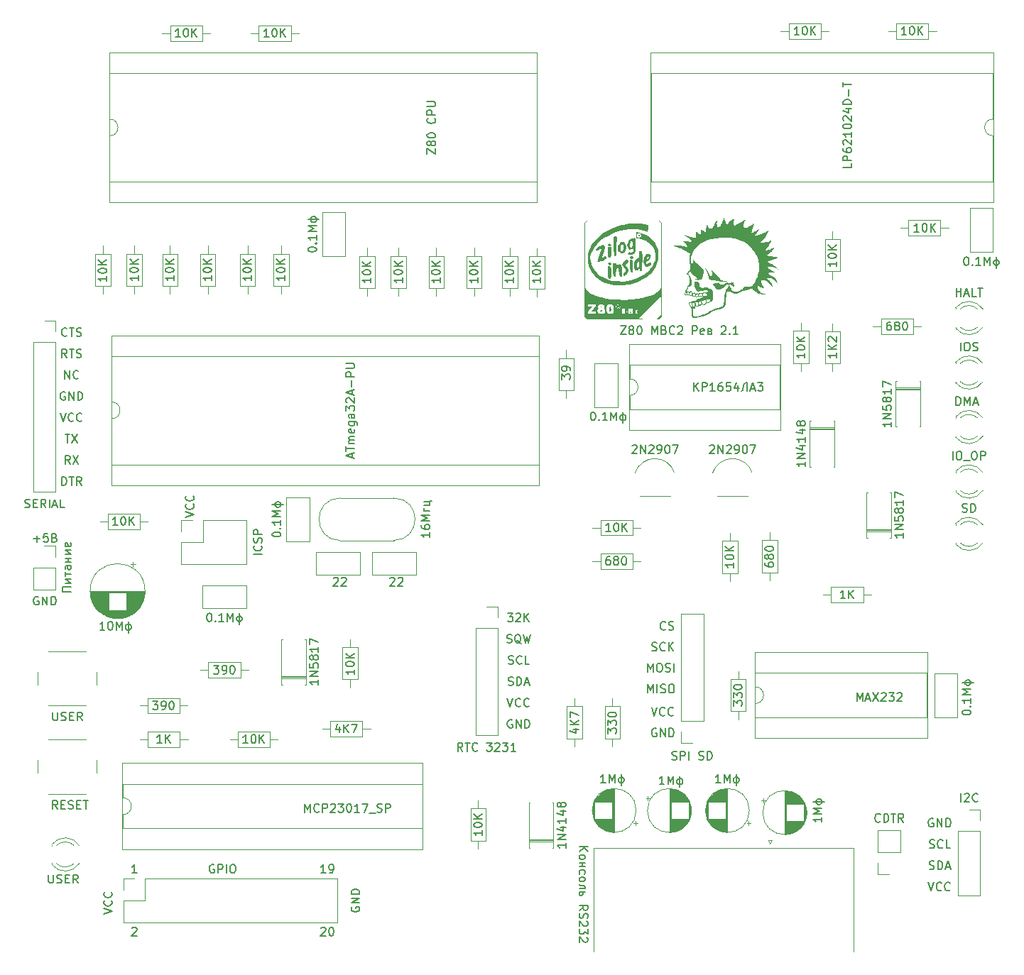
<source format=gbr>
%TF.GenerationSoftware,KiCad,Pcbnew,(6.0.5)*%
%TF.CreationDate,2022-07-29T16:30:45+10:00*%
%TF.ProjectId,gerb,67657262-2e6b-4696-9361-645f70636258,rev?*%
%TF.SameCoordinates,Original*%
%TF.FileFunction,Legend,Top*%
%TF.FilePolarity,Positive*%
%FSLAX46Y46*%
G04 Gerber Fmt 4.6, Leading zero omitted, Abs format (unit mm)*
G04 Created by KiCad (PCBNEW (6.0.5)) date 2022-07-29 16:30:45*
%MOMM*%
%LPD*%
G01*
G04 APERTURE LIST*
%ADD10C,0.150000*%
%ADD11C,0.120000*%
G04 APERTURE END LIST*
D10*
X129976190Y-87702380D02*
X130642857Y-87702380D01*
X129976190Y-88702380D01*
X130642857Y-88702380D01*
X131166666Y-88130952D02*
X131071428Y-88083333D01*
X131023809Y-88035714D01*
X130976190Y-87940476D01*
X130976190Y-87892857D01*
X131023809Y-87797619D01*
X131071428Y-87750000D01*
X131166666Y-87702380D01*
X131357142Y-87702380D01*
X131452380Y-87750000D01*
X131500000Y-87797619D01*
X131547619Y-87892857D01*
X131547619Y-87940476D01*
X131500000Y-88035714D01*
X131452380Y-88083333D01*
X131357142Y-88130952D01*
X131166666Y-88130952D01*
X131071428Y-88178571D01*
X131023809Y-88226190D01*
X130976190Y-88321428D01*
X130976190Y-88511904D01*
X131023809Y-88607142D01*
X131071428Y-88654761D01*
X131166666Y-88702380D01*
X131357142Y-88702380D01*
X131452380Y-88654761D01*
X131500000Y-88607142D01*
X131547619Y-88511904D01*
X131547619Y-88321428D01*
X131500000Y-88226190D01*
X131452380Y-88178571D01*
X131357142Y-88130952D01*
X132166666Y-87702380D02*
X132261904Y-87702380D01*
X132357142Y-87750000D01*
X132404761Y-87797619D01*
X132452380Y-87892857D01*
X132500000Y-88083333D01*
X132500000Y-88321428D01*
X132452380Y-88511904D01*
X132404761Y-88607142D01*
X132357142Y-88654761D01*
X132261904Y-88702380D01*
X132166666Y-88702380D01*
X132071428Y-88654761D01*
X132023809Y-88607142D01*
X131976190Y-88511904D01*
X131928571Y-88321428D01*
X131928571Y-88083333D01*
X131976190Y-87892857D01*
X132023809Y-87797619D01*
X132071428Y-87750000D01*
X132166666Y-87702380D01*
X133690476Y-88702380D02*
X133690476Y-87702380D01*
X134023809Y-88416666D01*
X134357142Y-87702380D01*
X134357142Y-88702380D01*
X135166666Y-88178571D02*
X135309523Y-88226190D01*
X135357142Y-88273809D01*
X135404761Y-88369047D01*
X135404761Y-88511904D01*
X135357142Y-88607142D01*
X135309523Y-88654761D01*
X135214285Y-88702380D01*
X134833333Y-88702380D01*
X134833333Y-87702380D01*
X135166666Y-87702380D01*
X135261904Y-87750000D01*
X135309523Y-87797619D01*
X135357142Y-87892857D01*
X135357142Y-87988095D01*
X135309523Y-88083333D01*
X135261904Y-88130952D01*
X135166666Y-88178571D01*
X134833333Y-88178571D01*
X136404761Y-88607142D02*
X136357142Y-88654761D01*
X136214285Y-88702380D01*
X136119047Y-88702380D01*
X135976190Y-88654761D01*
X135880952Y-88559523D01*
X135833333Y-88464285D01*
X135785714Y-88273809D01*
X135785714Y-88130952D01*
X135833333Y-87940476D01*
X135880952Y-87845238D01*
X135976190Y-87750000D01*
X136119047Y-87702380D01*
X136214285Y-87702380D01*
X136357142Y-87750000D01*
X136404761Y-87797619D01*
X136785714Y-87797619D02*
X136833333Y-87750000D01*
X136928571Y-87702380D01*
X137166666Y-87702380D01*
X137261904Y-87750000D01*
X137309523Y-87797619D01*
X137357142Y-87892857D01*
X137357142Y-87988095D01*
X137309523Y-88130952D01*
X136738095Y-88702380D01*
X137357142Y-88702380D01*
X138547619Y-88702380D02*
X138547619Y-87702380D01*
X138928571Y-87702380D01*
X139023809Y-87750000D01*
X139071428Y-87797619D01*
X139119047Y-87892857D01*
X139119047Y-88035714D01*
X139071428Y-88130952D01*
X139023809Y-88178571D01*
X138928571Y-88226190D01*
X138547619Y-88226190D01*
X139928571Y-88654761D02*
X139833333Y-88702380D01*
X139642857Y-88702380D01*
X139547619Y-88654761D01*
X139500000Y-88559523D01*
X139500000Y-88178571D01*
X139547619Y-88083333D01*
X139642857Y-88035714D01*
X139833333Y-88035714D01*
X139928571Y-88083333D01*
X139976190Y-88178571D01*
X139976190Y-88273809D01*
X139500000Y-88369047D01*
X140642857Y-88369047D02*
X140785714Y-88416666D01*
X140833333Y-88511904D01*
X140833333Y-88559523D01*
X140785714Y-88654761D01*
X140690476Y-88702380D01*
X140404761Y-88702380D01*
X140404761Y-88035714D01*
X140642857Y-88035714D01*
X140738095Y-88083333D01*
X140785714Y-88178571D01*
X140785714Y-88226190D01*
X140738095Y-88321428D01*
X140642857Y-88369047D01*
X140404761Y-88369047D01*
X141976190Y-87797619D02*
X142023809Y-87750000D01*
X142119047Y-87702380D01*
X142357142Y-87702380D01*
X142452380Y-87750000D01*
X142500000Y-87797619D01*
X142547619Y-87892857D01*
X142547619Y-87988095D01*
X142500000Y-88130952D01*
X141928571Y-88702380D01*
X142547619Y-88702380D01*
X142976190Y-88607142D02*
X143023809Y-88654761D01*
X142976190Y-88702380D01*
X142928571Y-88654761D01*
X142976190Y-88607142D01*
X142976190Y-88702380D01*
X143976190Y-88702380D02*
X143404761Y-88702380D01*
X143690476Y-88702380D02*
X143690476Y-87702380D01*
X143595238Y-87845238D01*
X143500000Y-87940476D01*
X143404761Y-87988095D01*
%TO.C,C13*%
X128190463Y-142202380D02*
X127619034Y-142202380D01*
X127904748Y-142202380D02*
X127904748Y-141202380D01*
X127809510Y-141345238D01*
X127714272Y-141440476D01*
X127619034Y-141488095D01*
X128619034Y-142202380D02*
X128619034Y-141202380D01*
X128952367Y-141916666D01*
X129285701Y-141202380D01*
X129285701Y-142202380D01*
X130047606Y-141202380D02*
X130047606Y-142535714D01*
X129952367Y-141535714D02*
X130142844Y-141535714D01*
X130238082Y-141583333D01*
X130333320Y-141678571D01*
X130380939Y-141773809D01*
X130380939Y-141964285D01*
X130333320Y-142059523D01*
X130238082Y-142154761D01*
X130142844Y-142202380D01*
X129952367Y-142202380D01*
X129857129Y-142154761D01*
X129761891Y-142059523D01*
X129714272Y-141964285D01*
X129714272Y-141773809D01*
X129761891Y-141678571D01*
X129857129Y-141583333D01*
X129952367Y-141535714D01*
%TO.C,R15*%
X108452380Y-81920476D02*
X108452380Y-82491904D01*
X108452380Y-82206190D02*
X107452380Y-82206190D01*
X107595238Y-82301428D01*
X107690476Y-82396666D01*
X107738095Y-82491904D01*
X107452380Y-81301428D02*
X107452380Y-81206190D01*
X107500000Y-81110952D01*
X107547619Y-81063333D01*
X107642857Y-81015714D01*
X107833333Y-80968095D01*
X108071428Y-80968095D01*
X108261904Y-81015714D01*
X108357142Y-81063333D01*
X108404761Y-81110952D01*
X108452380Y-81206190D01*
X108452380Y-81301428D01*
X108404761Y-81396666D01*
X108357142Y-81444285D01*
X108261904Y-81491904D01*
X108071428Y-81539523D01*
X107833333Y-81539523D01*
X107642857Y-81491904D01*
X107547619Y-81444285D01*
X107500000Y-81396666D01*
X107452380Y-81301428D01*
X108452380Y-80539523D02*
X107452380Y-80539523D01*
X108452380Y-79968095D02*
X107880952Y-80396666D01*
X107452380Y-79968095D02*
X108023809Y-80539523D01*
%TO.C,R6*%
X88039523Y-53202380D02*
X87468095Y-53202380D01*
X87753809Y-53202380D02*
X87753809Y-52202380D01*
X87658571Y-52345238D01*
X87563333Y-52440476D01*
X87468095Y-52488095D01*
X88658571Y-52202380D02*
X88753809Y-52202380D01*
X88849047Y-52250000D01*
X88896666Y-52297619D01*
X88944285Y-52392857D01*
X88991904Y-52583333D01*
X88991904Y-52821428D01*
X88944285Y-53011904D01*
X88896666Y-53107142D01*
X88849047Y-53154761D01*
X88753809Y-53202380D01*
X88658571Y-53202380D01*
X88563333Y-53154761D01*
X88515714Y-53107142D01*
X88468095Y-53011904D01*
X88420476Y-52821428D01*
X88420476Y-52583333D01*
X88468095Y-52392857D01*
X88515714Y-52297619D01*
X88563333Y-52250000D01*
X88658571Y-52202380D01*
X89420476Y-53202380D02*
X89420476Y-52202380D01*
X89991904Y-53202380D02*
X89563333Y-52630952D01*
X89991904Y-52202380D02*
X89420476Y-52773809D01*
%TO.C,R31*%
X96464285Y-135535714D02*
X96464285Y-136202380D01*
X96226190Y-135154761D02*
X95988095Y-135869047D01*
X96607142Y-135869047D01*
X96988095Y-136202380D02*
X96988095Y-135202380D01*
X97559523Y-136202380D02*
X97130952Y-135630952D01*
X97559523Y-135202380D02*
X96988095Y-135773809D01*
X97892857Y-135202380D02*
X98559523Y-135202380D01*
X98130952Y-136202380D01*
%TO.C,R7*%
X77479523Y-53202380D02*
X76908095Y-53202380D01*
X77193809Y-53202380D02*
X77193809Y-52202380D01*
X77098571Y-52345238D01*
X77003333Y-52440476D01*
X76908095Y-52488095D01*
X78098571Y-52202380D02*
X78193809Y-52202380D01*
X78289047Y-52250000D01*
X78336666Y-52297619D01*
X78384285Y-52392857D01*
X78431904Y-52583333D01*
X78431904Y-52821428D01*
X78384285Y-53011904D01*
X78336666Y-53107142D01*
X78289047Y-53154761D01*
X78193809Y-53202380D01*
X78098571Y-53202380D01*
X78003333Y-53154761D01*
X77955714Y-53107142D01*
X77908095Y-53011904D01*
X77860476Y-52821428D01*
X77860476Y-52583333D01*
X77908095Y-52392857D01*
X77955714Y-52297619D01*
X78003333Y-52250000D01*
X78098571Y-52202380D01*
X78860476Y-53202380D02*
X78860476Y-52202380D01*
X79431904Y-53202380D02*
X79003333Y-52630952D01*
X79431904Y-52202380D02*
X78860476Y-52773809D01*
%TO.C,R37*%
X85539523Y-137452380D02*
X84968095Y-137452380D01*
X85253809Y-137452380D02*
X85253809Y-136452380D01*
X85158571Y-136595238D01*
X85063333Y-136690476D01*
X84968095Y-136738095D01*
X86158571Y-136452380D02*
X86253809Y-136452380D01*
X86349047Y-136500000D01*
X86396666Y-136547619D01*
X86444285Y-136642857D01*
X86491904Y-136833333D01*
X86491904Y-137071428D01*
X86444285Y-137261904D01*
X86396666Y-137357142D01*
X86349047Y-137404761D01*
X86253809Y-137452380D01*
X86158571Y-137452380D01*
X86063333Y-137404761D01*
X86015714Y-137357142D01*
X85968095Y-137261904D01*
X85920476Y-137071428D01*
X85920476Y-136833333D01*
X85968095Y-136642857D01*
X86015714Y-136547619D01*
X86063333Y-136500000D01*
X86158571Y-136452380D01*
X86920476Y-137452380D02*
X86920476Y-136452380D01*
X87491904Y-137452380D02*
X87063333Y-136880952D01*
X87491904Y-136452380D02*
X86920476Y-137023809D01*
%TO.C,R21*%
X162178095Y-87202380D02*
X161987619Y-87202380D01*
X161892380Y-87250000D01*
X161844761Y-87297619D01*
X161749523Y-87440476D01*
X161701904Y-87630952D01*
X161701904Y-88011904D01*
X161749523Y-88107142D01*
X161797142Y-88154761D01*
X161892380Y-88202380D01*
X162082857Y-88202380D01*
X162178095Y-88154761D01*
X162225714Y-88107142D01*
X162273333Y-88011904D01*
X162273333Y-87773809D01*
X162225714Y-87678571D01*
X162178095Y-87630952D01*
X162082857Y-87583333D01*
X161892380Y-87583333D01*
X161797142Y-87630952D01*
X161749523Y-87678571D01*
X161701904Y-87773809D01*
X162844761Y-87630952D02*
X162749523Y-87583333D01*
X162701904Y-87535714D01*
X162654285Y-87440476D01*
X162654285Y-87392857D01*
X162701904Y-87297619D01*
X162749523Y-87250000D01*
X162844761Y-87202380D01*
X163035238Y-87202380D01*
X163130476Y-87250000D01*
X163178095Y-87297619D01*
X163225714Y-87392857D01*
X163225714Y-87440476D01*
X163178095Y-87535714D01*
X163130476Y-87583333D01*
X163035238Y-87630952D01*
X162844761Y-87630952D01*
X162749523Y-87678571D01*
X162701904Y-87726190D01*
X162654285Y-87821428D01*
X162654285Y-88011904D01*
X162701904Y-88107142D01*
X162749523Y-88154761D01*
X162844761Y-88202380D01*
X163035238Y-88202380D01*
X163130476Y-88154761D01*
X163178095Y-88107142D01*
X163225714Y-88011904D01*
X163225714Y-87821428D01*
X163178095Y-87726190D01*
X163130476Y-87678571D01*
X163035238Y-87630952D01*
X163844761Y-87202380D02*
X163940000Y-87202380D01*
X164035238Y-87250000D01*
X164082857Y-87297619D01*
X164130476Y-87392857D01*
X164178095Y-87583333D01*
X164178095Y-87821428D01*
X164130476Y-88011904D01*
X164082857Y-88107142D01*
X164035238Y-88154761D01*
X163940000Y-88202380D01*
X163844761Y-88202380D01*
X163749523Y-88154761D01*
X163701904Y-88107142D01*
X163654285Y-88011904D01*
X163606666Y-87821428D01*
X163606666Y-87583333D01*
X163654285Y-87392857D01*
X163701904Y-87297619D01*
X163749523Y-87250000D01*
X163844761Y-87202380D01*
%TO.C,C6*%
X95738095Y-117797619D02*
X95785714Y-117750000D01*
X95880952Y-117702380D01*
X96119047Y-117702380D01*
X96214285Y-117750000D01*
X96261904Y-117797619D01*
X96309523Y-117892857D01*
X96309523Y-117988095D01*
X96261904Y-118130952D01*
X95690476Y-118702380D01*
X96309523Y-118702380D01*
X96690476Y-117797619D02*
X96738095Y-117750000D01*
X96833333Y-117702380D01*
X97071428Y-117702380D01*
X97166666Y-117750000D01*
X97214285Y-117797619D01*
X97261904Y-117892857D01*
X97261904Y-117988095D01*
X97214285Y-118130952D01*
X96642857Y-118702380D01*
X97261904Y-118702380D01*
%TO.C,D4*%
X170500000Y-90654380D02*
X170500000Y-89654380D01*
X171166666Y-89654380D02*
X171357142Y-89654380D01*
X171452380Y-89702000D01*
X171547619Y-89797238D01*
X171595238Y-89987714D01*
X171595238Y-90321047D01*
X171547619Y-90511523D01*
X171452380Y-90606761D01*
X171357142Y-90654380D01*
X171166666Y-90654380D01*
X171071428Y-90606761D01*
X170976190Y-90511523D01*
X170928571Y-90321047D01*
X170928571Y-89987714D01*
X170976190Y-89797238D01*
X171071428Y-89702000D01*
X171166666Y-89654380D01*
X171976190Y-90606761D02*
X172119047Y-90654380D01*
X172357142Y-90654380D01*
X172452380Y-90606761D01*
X172500000Y-90559142D01*
X172547619Y-90463904D01*
X172547619Y-90368666D01*
X172500000Y-90273428D01*
X172452380Y-90225809D01*
X172357142Y-90178190D01*
X172166666Y-90130571D01*
X172071428Y-90082952D01*
X172023809Y-90035333D01*
X171976190Y-89940095D01*
X171976190Y-89844857D01*
X172023809Y-89749619D01*
X172071428Y-89702000D01*
X172166666Y-89654380D01*
X172404761Y-89654380D01*
X172547619Y-89702000D01*
%TO.C,U3*%
X97964666Y-103392857D02*
X97964666Y-102916666D01*
X98250380Y-103488095D02*
X97250380Y-103154761D01*
X98250380Y-102821428D01*
X97250380Y-102630952D02*
X97250380Y-102059523D01*
X98250380Y-102345238D02*
X97250380Y-102345238D01*
X98250380Y-101726190D02*
X97583714Y-101726190D01*
X97678952Y-101726190D02*
X97631333Y-101678571D01*
X97583714Y-101583333D01*
X97583714Y-101440476D01*
X97631333Y-101345238D01*
X97726571Y-101297619D01*
X98250380Y-101297619D01*
X97726571Y-101297619D02*
X97631333Y-101250000D01*
X97583714Y-101154761D01*
X97583714Y-101011904D01*
X97631333Y-100916666D01*
X97726571Y-100869047D01*
X98250380Y-100869047D01*
X98202761Y-100011904D02*
X98250380Y-100107142D01*
X98250380Y-100297619D01*
X98202761Y-100392857D01*
X98107523Y-100440476D01*
X97726571Y-100440476D01*
X97631333Y-100392857D01*
X97583714Y-100297619D01*
X97583714Y-100107142D01*
X97631333Y-100011904D01*
X97726571Y-99964285D01*
X97821809Y-99964285D01*
X97917047Y-100440476D01*
X97583714Y-99107142D02*
X98393238Y-99107142D01*
X98488476Y-99154761D01*
X98536095Y-99202380D01*
X98583714Y-99297619D01*
X98583714Y-99440476D01*
X98536095Y-99535714D01*
X98202761Y-99107142D02*
X98250380Y-99202380D01*
X98250380Y-99392857D01*
X98202761Y-99488095D01*
X98155142Y-99535714D01*
X98059904Y-99583333D01*
X97774190Y-99583333D01*
X97678952Y-99535714D01*
X97631333Y-99488095D01*
X97583714Y-99392857D01*
X97583714Y-99202380D01*
X97631333Y-99107142D01*
X98250380Y-98202380D02*
X97726571Y-98202380D01*
X97631333Y-98250000D01*
X97583714Y-98345238D01*
X97583714Y-98535714D01*
X97631333Y-98630952D01*
X98202761Y-98202380D02*
X98250380Y-98297619D01*
X98250380Y-98535714D01*
X98202761Y-98630952D01*
X98107523Y-98678571D01*
X98012285Y-98678571D01*
X97917047Y-98630952D01*
X97869428Y-98535714D01*
X97869428Y-98297619D01*
X97821809Y-98202380D01*
X97250380Y-97821428D02*
X97250380Y-97202380D01*
X97631333Y-97535714D01*
X97631333Y-97392857D01*
X97678952Y-97297619D01*
X97726571Y-97250000D01*
X97821809Y-97202380D01*
X98059904Y-97202380D01*
X98155142Y-97250000D01*
X98202761Y-97297619D01*
X98250380Y-97392857D01*
X98250380Y-97678571D01*
X98202761Y-97773809D01*
X98155142Y-97821428D01*
X97345619Y-96821428D02*
X97298000Y-96773809D01*
X97250380Y-96678571D01*
X97250380Y-96440476D01*
X97298000Y-96345238D01*
X97345619Y-96297619D01*
X97440857Y-96250000D01*
X97536095Y-96250000D01*
X97678952Y-96297619D01*
X98250380Y-96869047D01*
X98250380Y-96250000D01*
X97964666Y-95869047D02*
X97964666Y-95392857D01*
X98250380Y-95964285D02*
X97250380Y-95630952D01*
X98250380Y-95297619D01*
X97869428Y-94964285D02*
X97869428Y-94202380D01*
X98250380Y-93726190D02*
X97250380Y-93726190D01*
X97250380Y-93345238D01*
X97298000Y-93250000D01*
X97345619Y-93202380D01*
X97440857Y-93154761D01*
X97583714Y-93154761D01*
X97678952Y-93202380D01*
X97726571Y-93250000D01*
X97774190Y-93345238D01*
X97774190Y-93726190D01*
X97250380Y-92726190D02*
X98059904Y-92726190D01*
X98155142Y-92678571D01*
X98202761Y-92630952D01*
X98250380Y-92535714D01*
X98250380Y-92345238D01*
X98202761Y-92250000D01*
X98155142Y-92202380D01*
X98059904Y-92154761D01*
X97250380Y-92154761D01*
%TO.C,J4*%
X58965476Y-109329761D02*
X59108333Y-109377380D01*
X59346428Y-109377380D01*
X59441666Y-109329761D01*
X59489285Y-109282142D01*
X59536904Y-109186904D01*
X59536904Y-109091666D01*
X59489285Y-108996428D01*
X59441666Y-108948809D01*
X59346428Y-108901190D01*
X59155952Y-108853571D01*
X59060714Y-108805952D01*
X59013095Y-108758333D01*
X58965476Y-108663095D01*
X58965476Y-108567857D01*
X59013095Y-108472619D01*
X59060714Y-108425000D01*
X59155952Y-108377380D01*
X59394047Y-108377380D01*
X59536904Y-108425000D01*
X59965476Y-108853571D02*
X60298809Y-108853571D01*
X60441666Y-109377380D02*
X59965476Y-109377380D01*
X59965476Y-108377380D01*
X60441666Y-108377380D01*
X61441666Y-109377380D02*
X61108333Y-108901190D01*
X60870238Y-109377380D02*
X60870238Y-108377380D01*
X61251190Y-108377380D01*
X61346428Y-108425000D01*
X61394047Y-108472619D01*
X61441666Y-108567857D01*
X61441666Y-108710714D01*
X61394047Y-108805952D01*
X61346428Y-108853571D01*
X61251190Y-108901190D01*
X60870238Y-108901190D01*
X61870238Y-109377380D02*
X61870238Y-108377380D01*
X62298809Y-109091666D02*
X62775000Y-109091666D01*
X62203571Y-109377380D02*
X62536904Y-108377380D01*
X62870238Y-109377380D01*
X63679761Y-109377380D02*
X63203571Y-109377380D01*
X63203571Y-108377380D01*
X63357142Y-106702380D02*
X63357142Y-105702380D01*
X63595238Y-105702380D01*
X63738095Y-105750000D01*
X63833333Y-105845238D01*
X63880952Y-105940476D01*
X63928571Y-106130952D01*
X63928571Y-106273809D01*
X63880952Y-106464285D01*
X63833333Y-106559523D01*
X63738095Y-106654761D01*
X63595238Y-106702380D01*
X63357142Y-106702380D01*
X64214285Y-105702380D02*
X64785714Y-105702380D01*
X64500000Y-106702380D02*
X64500000Y-105702380D01*
X65690476Y-106702380D02*
X65357142Y-106226190D01*
X65119047Y-106702380D02*
X65119047Y-105702380D01*
X65500000Y-105702380D01*
X65595238Y-105750000D01*
X65642857Y-105797619D01*
X65690476Y-105892857D01*
X65690476Y-106035714D01*
X65642857Y-106130952D01*
X65595238Y-106178571D01*
X65500000Y-106226190D01*
X65119047Y-106226190D01*
X63166666Y-98082380D02*
X63500000Y-99082380D01*
X63833333Y-98082380D01*
X64738095Y-98987142D02*
X64690476Y-99034761D01*
X64547619Y-99082380D01*
X64452380Y-99082380D01*
X64309523Y-99034761D01*
X64214285Y-98939523D01*
X64166666Y-98844285D01*
X64119047Y-98653809D01*
X64119047Y-98510952D01*
X64166666Y-98320476D01*
X64214285Y-98225238D01*
X64309523Y-98130000D01*
X64452380Y-98082380D01*
X64547619Y-98082380D01*
X64690476Y-98130000D01*
X64738095Y-98177619D01*
X65738095Y-98987142D02*
X65690476Y-99034761D01*
X65547619Y-99082380D01*
X65452380Y-99082380D01*
X65309523Y-99034761D01*
X65214285Y-98939523D01*
X65166666Y-98844285D01*
X65119047Y-98653809D01*
X65119047Y-98510952D01*
X65166666Y-98320476D01*
X65214285Y-98225238D01*
X65309523Y-98130000D01*
X65452380Y-98082380D01*
X65547619Y-98082380D01*
X65690476Y-98130000D01*
X65738095Y-98177619D01*
X63714285Y-94002380D02*
X63714285Y-93002380D01*
X64285714Y-94002380D01*
X64285714Y-93002380D01*
X65333333Y-93907142D02*
X65285714Y-93954761D01*
X65142857Y-94002380D01*
X65047619Y-94002380D01*
X64904761Y-93954761D01*
X64809523Y-93859523D01*
X64761904Y-93764285D01*
X64714285Y-93573809D01*
X64714285Y-93430952D01*
X64761904Y-93240476D01*
X64809523Y-93145238D01*
X64904761Y-93050000D01*
X65047619Y-93002380D01*
X65142857Y-93002380D01*
X65285714Y-93050000D01*
X65333333Y-93097619D01*
X63952380Y-91462380D02*
X63619047Y-90986190D01*
X63380952Y-91462380D02*
X63380952Y-90462380D01*
X63761904Y-90462380D01*
X63857142Y-90510000D01*
X63904761Y-90557619D01*
X63952380Y-90652857D01*
X63952380Y-90795714D01*
X63904761Y-90890952D01*
X63857142Y-90938571D01*
X63761904Y-90986190D01*
X63380952Y-90986190D01*
X64238095Y-90462380D02*
X64809523Y-90462380D01*
X64523809Y-91462380D02*
X64523809Y-90462380D01*
X65095238Y-91414761D02*
X65238095Y-91462380D01*
X65476190Y-91462380D01*
X65571428Y-91414761D01*
X65619047Y-91367142D01*
X65666666Y-91271904D01*
X65666666Y-91176666D01*
X65619047Y-91081428D01*
X65571428Y-91033809D01*
X65476190Y-90986190D01*
X65285714Y-90938571D01*
X65190476Y-90890952D01*
X65142857Y-90843333D01*
X65095238Y-90748095D01*
X65095238Y-90652857D01*
X65142857Y-90557619D01*
X65190476Y-90510000D01*
X65285714Y-90462380D01*
X65523809Y-90462380D01*
X65666666Y-90510000D01*
X63952380Y-88827142D02*
X63904761Y-88874761D01*
X63761904Y-88922380D01*
X63666666Y-88922380D01*
X63523809Y-88874761D01*
X63428571Y-88779523D01*
X63380952Y-88684285D01*
X63333333Y-88493809D01*
X63333333Y-88350952D01*
X63380952Y-88160476D01*
X63428571Y-88065238D01*
X63523809Y-87970000D01*
X63666666Y-87922380D01*
X63761904Y-87922380D01*
X63904761Y-87970000D01*
X63952380Y-88017619D01*
X64238095Y-87922380D02*
X64809523Y-87922380D01*
X64523809Y-88922380D02*
X64523809Y-87922380D01*
X65095238Y-88874761D02*
X65238095Y-88922380D01*
X65476190Y-88922380D01*
X65571428Y-88874761D01*
X65619047Y-88827142D01*
X65666666Y-88731904D01*
X65666666Y-88636666D01*
X65619047Y-88541428D01*
X65571428Y-88493809D01*
X65476190Y-88446190D01*
X65285714Y-88398571D01*
X65190476Y-88350952D01*
X65142857Y-88303333D01*
X65095238Y-88208095D01*
X65095238Y-88112857D01*
X65142857Y-88017619D01*
X65190476Y-87970000D01*
X65285714Y-87922380D01*
X65523809Y-87922380D01*
X65666666Y-87970000D01*
X63738095Y-100622380D02*
X64309523Y-100622380D01*
X64023809Y-101622380D02*
X64023809Y-100622380D01*
X64547619Y-100622380D02*
X65214285Y-101622380D01*
X65214285Y-100622380D02*
X64547619Y-101622380D01*
X64333333Y-104162380D02*
X64000000Y-103686190D01*
X63761904Y-104162380D02*
X63761904Y-103162380D01*
X64142857Y-103162380D01*
X64238095Y-103210000D01*
X64285714Y-103257619D01*
X64333333Y-103352857D01*
X64333333Y-103495714D01*
X64285714Y-103590952D01*
X64238095Y-103638571D01*
X64142857Y-103686190D01*
X63761904Y-103686190D01*
X64666666Y-103162380D02*
X65333333Y-104162380D01*
X65333333Y-103162380D02*
X64666666Y-104162380D01*
X63738095Y-95590000D02*
X63642857Y-95542380D01*
X63500000Y-95542380D01*
X63357142Y-95590000D01*
X63261904Y-95685238D01*
X63214285Y-95780476D01*
X63166666Y-95970952D01*
X63166666Y-96113809D01*
X63214285Y-96304285D01*
X63261904Y-96399523D01*
X63357142Y-96494761D01*
X63500000Y-96542380D01*
X63595238Y-96542380D01*
X63738095Y-96494761D01*
X63785714Y-96447142D01*
X63785714Y-96113809D01*
X63595238Y-96113809D01*
X64214285Y-96542380D02*
X64214285Y-95542380D01*
X64785714Y-96542380D01*
X64785714Y-95542380D01*
X65261904Y-96542380D02*
X65261904Y-95542380D01*
X65500000Y-95542380D01*
X65642857Y-95590000D01*
X65738095Y-95685238D01*
X65785714Y-95780476D01*
X65833333Y-95970952D01*
X65833333Y-96113809D01*
X65785714Y-96304285D01*
X65738095Y-96399523D01*
X65642857Y-96494761D01*
X65500000Y-96542380D01*
X65261904Y-96542380D01*
%TO.C,C7*%
X126642857Y-97952380D02*
X126738095Y-97952380D01*
X126833333Y-98000000D01*
X126880952Y-98047619D01*
X126928571Y-98142857D01*
X126976190Y-98333333D01*
X126976190Y-98571428D01*
X126928571Y-98761904D01*
X126880952Y-98857142D01*
X126833333Y-98904761D01*
X126738095Y-98952380D01*
X126642857Y-98952380D01*
X126547619Y-98904761D01*
X126500000Y-98857142D01*
X126452380Y-98761904D01*
X126404761Y-98571428D01*
X126404761Y-98333333D01*
X126452380Y-98142857D01*
X126500000Y-98047619D01*
X126547619Y-98000000D01*
X126642857Y-97952380D01*
X127404761Y-98857142D02*
X127452380Y-98904761D01*
X127404761Y-98952380D01*
X127357142Y-98904761D01*
X127404761Y-98857142D01*
X127404761Y-98952380D01*
X128404761Y-98952380D02*
X127833333Y-98952380D01*
X128119047Y-98952380D02*
X128119047Y-97952380D01*
X128023809Y-98095238D01*
X127928571Y-98190476D01*
X127833333Y-98238095D01*
X128833333Y-98952380D02*
X128833333Y-97952380D01*
X129166666Y-98666666D01*
X129500000Y-97952380D01*
X129500000Y-98952380D01*
X130261904Y-97952380D02*
X130261904Y-99285714D01*
X130166666Y-98285714D02*
X130357142Y-98285714D01*
X130452380Y-98333333D01*
X130547619Y-98428571D01*
X130595238Y-98523809D01*
X130595238Y-98714285D01*
X130547619Y-98809523D01*
X130452380Y-98904761D01*
X130357142Y-98952380D01*
X130166666Y-98952380D01*
X130071428Y-98904761D01*
X129976190Y-98809523D01*
X129928571Y-98714285D01*
X129928571Y-98523809D01*
X129976190Y-98428571D01*
X130071428Y-98333333D01*
X130166666Y-98285714D01*
%TO.C,R2*%
X151269523Y-52952380D02*
X150698095Y-52952380D01*
X150983809Y-52952380D02*
X150983809Y-51952380D01*
X150888571Y-52095238D01*
X150793333Y-52190476D01*
X150698095Y-52238095D01*
X151888571Y-51952380D02*
X151983809Y-51952380D01*
X152079047Y-52000000D01*
X152126666Y-52047619D01*
X152174285Y-52142857D01*
X152221904Y-52333333D01*
X152221904Y-52571428D01*
X152174285Y-52761904D01*
X152126666Y-52857142D01*
X152079047Y-52904761D01*
X151983809Y-52952380D01*
X151888571Y-52952380D01*
X151793333Y-52904761D01*
X151745714Y-52857142D01*
X151698095Y-52761904D01*
X151650476Y-52571428D01*
X151650476Y-52333333D01*
X151698095Y-52142857D01*
X151745714Y-52047619D01*
X151793333Y-52000000D01*
X151888571Y-51952380D01*
X152650476Y-52952380D02*
X152650476Y-51952380D01*
X153221904Y-52952380D02*
X152793333Y-52380952D01*
X153221904Y-51952380D02*
X152650476Y-52523809D01*
%TO.C,R16*%
X112952380Y-81920476D02*
X112952380Y-82491904D01*
X112952380Y-82206190D02*
X111952380Y-82206190D01*
X112095238Y-82301428D01*
X112190476Y-82396666D01*
X112238095Y-82491904D01*
X111952380Y-81301428D02*
X111952380Y-81206190D01*
X112000000Y-81110952D01*
X112047619Y-81063333D01*
X112142857Y-81015714D01*
X112333333Y-80968095D01*
X112571428Y-80968095D01*
X112761904Y-81015714D01*
X112857142Y-81063333D01*
X112904761Y-81110952D01*
X112952380Y-81206190D01*
X112952380Y-81301428D01*
X112904761Y-81396666D01*
X112857142Y-81444285D01*
X112761904Y-81491904D01*
X112571428Y-81539523D01*
X112333333Y-81539523D01*
X112142857Y-81491904D01*
X112047619Y-81444285D01*
X112000000Y-81396666D01*
X111952380Y-81301428D01*
X112952380Y-80539523D02*
X111952380Y-80539523D01*
X112952380Y-79968095D02*
X112380952Y-80396666D01*
X111952380Y-79968095D02*
X112523809Y-80539523D01*
%TO.C,D2*%
X162232380Y-99142857D02*
X162232380Y-99714285D01*
X162232380Y-99428571D02*
X161232380Y-99428571D01*
X161375238Y-99523809D01*
X161470476Y-99619047D01*
X161518095Y-99714285D01*
X162232380Y-98714285D02*
X161232380Y-98714285D01*
X162232380Y-98142857D01*
X161232380Y-98142857D01*
X161232380Y-97190476D02*
X161232380Y-97666666D01*
X161708571Y-97714285D01*
X161660952Y-97666666D01*
X161613333Y-97571428D01*
X161613333Y-97333333D01*
X161660952Y-97238095D01*
X161708571Y-97190476D01*
X161803809Y-97142857D01*
X162041904Y-97142857D01*
X162137142Y-97190476D01*
X162184761Y-97238095D01*
X162232380Y-97333333D01*
X162232380Y-97571428D01*
X162184761Y-97666666D01*
X162137142Y-97714285D01*
X161660952Y-96571428D02*
X161613333Y-96666666D01*
X161565714Y-96714285D01*
X161470476Y-96761904D01*
X161422857Y-96761904D01*
X161327619Y-96714285D01*
X161280000Y-96666666D01*
X161232380Y-96571428D01*
X161232380Y-96380952D01*
X161280000Y-96285714D01*
X161327619Y-96238095D01*
X161422857Y-96190476D01*
X161470476Y-96190476D01*
X161565714Y-96238095D01*
X161613333Y-96285714D01*
X161660952Y-96380952D01*
X161660952Y-96571428D01*
X161708571Y-96666666D01*
X161756190Y-96714285D01*
X161851428Y-96761904D01*
X162041904Y-96761904D01*
X162137142Y-96714285D01*
X162184761Y-96666666D01*
X162232380Y-96571428D01*
X162232380Y-96380952D01*
X162184761Y-96285714D01*
X162137142Y-96238095D01*
X162041904Y-96190476D01*
X161851428Y-96190476D01*
X161756190Y-96238095D01*
X161708571Y-96285714D01*
X161660952Y-96380952D01*
X162232380Y-95238095D02*
X162232380Y-95809523D01*
X162232380Y-95523809D02*
X161232380Y-95523809D01*
X161375238Y-95619047D01*
X161470476Y-95714285D01*
X161518095Y-95809523D01*
X161232380Y-94904761D02*
X161232380Y-94238095D01*
X162232380Y-94666666D01*
%TO.C,C4*%
X171142857Y-79452380D02*
X171238095Y-79452380D01*
X171333333Y-79500000D01*
X171380952Y-79547619D01*
X171428571Y-79642857D01*
X171476190Y-79833333D01*
X171476190Y-80071428D01*
X171428571Y-80261904D01*
X171380952Y-80357142D01*
X171333333Y-80404761D01*
X171238095Y-80452380D01*
X171142857Y-80452380D01*
X171047619Y-80404761D01*
X171000000Y-80357142D01*
X170952380Y-80261904D01*
X170904761Y-80071428D01*
X170904761Y-79833333D01*
X170952380Y-79642857D01*
X171000000Y-79547619D01*
X171047619Y-79500000D01*
X171142857Y-79452380D01*
X171904761Y-80357142D02*
X171952380Y-80404761D01*
X171904761Y-80452380D01*
X171857142Y-80404761D01*
X171904761Y-80357142D01*
X171904761Y-80452380D01*
X172904761Y-80452380D02*
X172333333Y-80452380D01*
X172619047Y-80452380D02*
X172619047Y-79452380D01*
X172523809Y-79595238D01*
X172428571Y-79690476D01*
X172333333Y-79738095D01*
X173333333Y-80452380D02*
X173333333Y-79452380D01*
X173666666Y-80166666D01*
X174000000Y-79452380D01*
X174000000Y-80452380D01*
X174761904Y-79452380D02*
X174761904Y-80785714D01*
X174666666Y-79785714D02*
X174857142Y-79785714D01*
X174952380Y-79833333D01*
X175047619Y-79928571D01*
X175095238Y-80023809D01*
X175095238Y-80214285D01*
X175047619Y-80309523D01*
X174952380Y-80404761D01*
X174857142Y-80452380D01*
X174666666Y-80452380D01*
X174571428Y-80404761D01*
X174476190Y-80309523D01*
X174428571Y-80214285D01*
X174428571Y-80023809D01*
X174476190Y-79928571D01*
X174571428Y-79833333D01*
X174666666Y-79785714D01*
%TO.C,R17*%
X155702380Y-80000476D02*
X155702380Y-80571904D01*
X155702380Y-80286190D02*
X154702380Y-80286190D01*
X154845238Y-80381428D01*
X154940476Y-80476666D01*
X154988095Y-80571904D01*
X154702380Y-79381428D02*
X154702380Y-79286190D01*
X154750000Y-79190952D01*
X154797619Y-79143333D01*
X154892857Y-79095714D01*
X155083333Y-79048095D01*
X155321428Y-79048095D01*
X155511904Y-79095714D01*
X155607142Y-79143333D01*
X155654761Y-79190952D01*
X155702380Y-79286190D01*
X155702380Y-79381428D01*
X155654761Y-79476666D01*
X155607142Y-79524285D01*
X155511904Y-79571904D01*
X155321428Y-79619523D01*
X155083333Y-79619523D01*
X154892857Y-79571904D01*
X154797619Y-79524285D01*
X154750000Y-79476666D01*
X154702380Y-79381428D01*
X155702380Y-78619523D02*
X154702380Y-78619523D01*
X155702380Y-78048095D02*
X155130952Y-78476666D01*
X154702380Y-78048095D02*
X155273809Y-78619523D01*
%TO.C,R18*%
X117202380Y-81940476D02*
X117202380Y-82511904D01*
X117202380Y-82226190D02*
X116202380Y-82226190D01*
X116345238Y-82321428D01*
X116440476Y-82416666D01*
X116488095Y-82511904D01*
X116202380Y-81321428D02*
X116202380Y-81226190D01*
X116250000Y-81130952D01*
X116297619Y-81083333D01*
X116392857Y-81035714D01*
X116583333Y-80988095D01*
X116821428Y-80988095D01*
X117011904Y-81035714D01*
X117107142Y-81083333D01*
X117154761Y-81130952D01*
X117202380Y-81226190D01*
X117202380Y-81321428D01*
X117154761Y-81416666D01*
X117107142Y-81464285D01*
X117011904Y-81511904D01*
X116821428Y-81559523D01*
X116583333Y-81559523D01*
X116392857Y-81511904D01*
X116297619Y-81464285D01*
X116250000Y-81416666D01*
X116202380Y-81321428D01*
X117202380Y-80559523D02*
X116202380Y-80559523D01*
X117202380Y-79988095D02*
X116630952Y-80416666D01*
X116202380Y-79988095D02*
X116773809Y-80559523D01*
%TO.C,R29*%
X103952380Y-81920476D02*
X103952380Y-82491904D01*
X103952380Y-82206190D02*
X102952380Y-82206190D01*
X103095238Y-82301428D01*
X103190476Y-82396666D01*
X103238095Y-82491904D01*
X102952380Y-81301428D02*
X102952380Y-81206190D01*
X103000000Y-81110952D01*
X103047619Y-81063333D01*
X103142857Y-81015714D01*
X103333333Y-80968095D01*
X103571428Y-80968095D01*
X103761904Y-81015714D01*
X103857142Y-81063333D01*
X103904761Y-81110952D01*
X103952380Y-81206190D01*
X103952380Y-81301428D01*
X103904761Y-81396666D01*
X103857142Y-81444285D01*
X103761904Y-81491904D01*
X103571428Y-81539523D01*
X103333333Y-81539523D01*
X103142857Y-81491904D01*
X103047619Y-81444285D01*
X103000000Y-81396666D01*
X102952380Y-81301428D01*
X103952380Y-80539523D02*
X102952380Y-80539523D01*
X103952380Y-79968095D02*
X103380952Y-80396666D01*
X102952380Y-79968095D02*
X103523809Y-80539523D01*
%TO.C,J2*%
X87222380Y-114956190D02*
X86222380Y-114956190D01*
X87127142Y-113908571D02*
X87174761Y-113956190D01*
X87222380Y-114099047D01*
X87222380Y-114194285D01*
X87174761Y-114337142D01*
X87079523Y-114432380D01*
X86984285Y-114480000D01*
X86793809Y-114527619D01*
X86650952Y-114527619D01*
X86460476Y-114480000D01*
X86365238Y-114432380D01*
X86270000Y-114337142D01*
X86222380Y-114194285D01*
X86222380Y-114099047D01*
X86270000Y-113956190D01*
X86317619Y-113908571D01*
X87174761Y-113527619D02*
X87222380Y-113384761D01*
X87222380Y-113146666D01*
X87174761Y-113051428D01*
X87127142Y-113003809D01*
X87031904Y-112956190D01*
X86936666Y-112956190D01*
X86841428Y-113003809D01*
X86793809Y-113051428D01*
X86746190Y-113146666D01*
X86698571Y-113337142D01*
X86650952Y-113432380D01*
X86603333Y-113480000D01*
X86508095Y-113527619D01*
X86412857Y-113527619D01*
X86317619Y-113480000D01*
X86270000Y-113432380D01*
X86222380Y-113337142D01*
X86222380Y-113099047D01*
X86270000Y-112956190D01*
X87222380Y-112527619D02*
X86222380Y-112527619D01*
X86222380Y-112146666D01*
X86270000Y-112051428D01*
X86317619Y-112003809D01*
X86412857Y-111956190D01*
X86555714Y-111956190D01*
X86650952Y-112003809D01*
X86698571Y-112051428D01*
X86746190Y-112146666D01*
X86746190Y-112527619D01*
X78103380Y-110515333D02*
X79103380Y-110182000D01*
X78103380Y-109848666D01*
X79008142Y-108943904D02*
X79055761Y-108991523D01*
X79103380Y-109134380D01*
X79103380Y-109229619D01*
X79055761Y-109372476D01*
X78960523Y-109467714D01*
X78865285Y-109515333D01*
X78674809Y-109562952D01*
X78531952Y-109562952D01*
X78341476Y-109515333D01*
X78246238Y-109467714D01*
X78151000Y-109372476D01*
X78103380Y-109229619D01*
X78103380Y-109134380D01*
X78151000Y-108991523D01*
X78198619Y-108943904D01*
X79008142Y-107943904D02*
X79055761Y-107991523D01*
X79103380Y-108134380D01*
X79103380Y-108229619D01*
X79055761Y-108372476D01*
X78960523Y-108467714D01*
X78865285Y-108515333D01*
X78674809Y-108562952D01*
X78531952Y-108562952D01*
X78341476Y-108515333D01*
X78246238Y-108467714D01*
X78151000Y-108372476D01*
X78103380Y-108229619D01*
X78103380Y-108134380D01*
X78151000Y-107991523D01*
X78198619Y-107943904D01*
%TO.C,Q1*%
X140605714Y-101995619D02*
X140653333Y-101948000D01*
X140748571Y-101900380D01*
X140986666Y-101900380D01*
X141081904Y-101948000D01*
X141129523Y-101995619D01*
X141177142Y-102090857D01*
X141177142Y-102186095D01*
X141129523Y-102328952D01*
X140558095Y-102900380D01*
X141177142Y-102900380D01*
X141605714Y-102900380D02*
X141605714Y-101900380D01*
X142177142Y-102900380D01*
X142177142Y-101900380D01*
X142605714Y-101995619D02*
X142653333Y-101948000D01*
X142748571Y-101900380D01*
X142986666Y-101900380D01*
X143081904Y-101948000D01*
X143129523Y-101995619D01*
X143177142Y-102090857D01*
X143177142Y-102186095D01*
X143129523Y-102328952D01*
X142558095Y-102900380D01*
X143177142Y-102900380D01*
X143653333Y-102900380D02*
X143843809Y-102900380D01*
X143939047Y-102852761D01*
X143986666Y-102805142D01*
X144081904Y-102662285D01*
X144129523Y-102471809D01*
X144129523Y-102090857D01*
X144081904Y-101995619D01*
X144034285Y-101948000D01*
X143939047Y-101900380D01*
X143748571Y-101900380D01*
X143653333Y-101948000D01*
X143605714Y-101995619D01*
X143558095Y-102090857D01*
X143558095Y-102328952D01*
X143605714Y-102424190D01*
X143653333Y-102471809D01*
X143748571Y-102519428D01*
X143939047Y-102519428D01*
X144034285Y-102471809D01*
X144081904Y-102424190D01*
X144129523Y-102328952D01*
X144748571Y-101900380D02*
X144843809Y-101900380D01*
X144939047Y-101948000D01*
X144986666Y-101995619D01*
X145034285Y-102090857D01*
X145081904Y-102281333D01*
X145081904Y-102519428D01*
X145034285Y-102709904D01*
X144986666Y-102805142D01*
X144939047Y-102852761D01*
X144843809Y-102900380D01*
X144748571Y-102900380D01*
X144653333Y-102852761D01*
X144605714Y-102805142D01*
X144558095Y-102709904D01*
X144510476Y-102519428D01*
X144510476Y-102281333D01*
X144558095Y-102090857D01*
X144605714Y-101995619D01*
X144653333Y-101948000D01*
X144748571Y-101900380D01*
X145415238Y-101900380D02*
X146081904Y-101900380D01*
X145653333Y-102900380D01*
%TO.C,U4*%
X157500380Y-68293619D02*
X157500380Y-68769809D01*
X156500380Y-68769809D01*
X157500380Y-67960285D02*
X156500380Y-67960285D01*
X156500380Y-67579333D01*
X156548000Y-67484095D01*
X156595619Y-67436476D01*
X156690857Y-67388857D01*
X156833714Y-67388857D01*
X156928952Y-67436476D01*
X156976571Y-67484095D01*
X157024190Y-67579333D01*
X157024190Y-67960285D01*
X156500380Y-66531714D02*
X156500380Y-66722190D01*
X156548000Y-66817428D01*
X156595619Y-66865047D01*
X156738476Y-66960285D01*
X156928952Y-67007904D01*
X157309904Y-67007904D01*
X157405142Y-66960285D01*
X157452761Y-66912666D01*
X157500380Y-66817428D01*
X157500380Y-66626952D01*
X157452761Y-66531714D01*
X157405142Y-66484095D01*
X157309904Y-66436476D01*
X157071809Y-66436476D01*
X156976571Y-66484095D01*
X156928952Y-66531714D01*
X156881333Y-66626952D01*
X156881333Y-66817428D01*
X156928952Y-66912666D01*
X156976571Y-66960285D01*
X157071809Y-67007904D01*
X156595619Y-66055523D02*
X156548000Y-66007904D01*
X156500380Y-65912666D01*
X156500380Y-65674571D01*
X156548000Y-65579333D01*
X156595619Y-65531714D01*
X156690857Y-65484095D01*
X156786095Y-65484095D01*
X156928952Y-65531714D01*
X157500380Y-66103142D01*
X157500380Y-65484095D01*
X157500380Y-64531714D02*
X157500380Y-65103142D01*
X157500380Y-64817428D02*
X156500380Y-64817428D01*
X156643238Y-64912666D01*
X156738476Y-65007904D01*
X156786095Y-65103142D01*
X156500380Y-63912666D02*
X156500380Y-63817428D01*
X156548000Y-63722190D01*
X156595619Y-63674571D01*
X156690857Y-63626952D01*
X156881333Y-63579333D01*
X157119428Y-63579333D01*
X157309904Y-63626952D01*
X157405142Y-63674571D01*
X157452761Y-63722190D01*
X157500380Y-63817428D01*
X157500380Y-63912666D01*
X157452761Y-64007904D01*
X157405142Y-64055523D01*
X157309904Y-64103142D01*
X157119428Y-64150761D01*
X156881333Y-64150761D01*
X156690857Y-64103142D01*
X156595619Y-64055523D01*
X156548000Y-64007904D01*
X156500380Y-63912666D01*
X156595619Y-63198380D02*
X156548000Y-63150761D01*
X156500380Y-63055523D01*
X156500380Y-62817428D01*
X156548000Y-62722190D01*
X156595619Y-62674571D01*
X156690857Y-62626952D01*
X156786095Y-62626952D01*
X156928952Y-62674571D01*
X157500380Y-63246000D01*
X157500380Y-62626952D01*
X156833714Y-61769809D02*
X157500380Y-61769809D01*
X156452761Y-62007904D02*
X157167047Y-62246000D01*
X157167047Y-61626952D01*
X157500380Y-61246000D02*
X156500380Y-61246000D01*
X156500380Y-61007904D01*
X156548000Y-60865047D01*
X156643238Y-60769809D01*
X156738476Y-60722190D01*
X156928952Y-60674571D01*
X157071809Y-60674571D01*
X157262285Y-60722190D01*
X157357523Y-60769809D01*
X157452761Y-60865047D01*
X157500380Y-61007904D01*
X157500380Y-61246000D01*
X157119428Y-60246000D02*
X157119428Y-59484095D01*
X156500380Y-59150761D02*
X156500380Y-58579333D01*
X157500380Y-58865047D02*
X156500380Y-58865047D01*
%TO.C,R30*%
X81444285Y-128202380D02*
X82063333Y-128202380D01*
X81730000Y-128583333D01*
X81872857Y-128583333D01*
X81968095Y-128630952D01*
X82015714Y-128678571D01*
X82063333Y-128773809D01*
X82063333Y-129011904D01*
X82015714Y-129107142D01*
X81968095Y-129154761D01*
X81872857Y-129202380D01*
X81587142Y-129202380D01*
X81491904Y-129154761D01*
X81444285Y-129107142D01*
X82539523Y-129202380D02*
X82730000Y-129202380D01*
X82825238Y-129154761D01*
X82872857Y-129107142D01*
X82968095Y-128964285D01*
X83015714Y-128773809D01*
X83015714Y-128392857D01*
X82968095Y-128297619D01*
X82920476Y-128250000D01*
X82825238Y-128202380D01*
X82634761Y-128202380D01*
X82539523Y-128250000D01*
X82491904Y-128297619D01*
X82444285Y-128392857D01*
X82444285Y-128630952D01*
X82491904Y-128726190D01*
X82539523Y-128773809D01*
X82634761Y-128821428D01*
X82825238Y-128821428D01*
X82920476Y-128773809D01*
X82968095Y-128726190D01*
X83015714Y-128630952D01*
X83634761Y-128202380D02*
X83730000Y-128202380D01*
X83825238Y-128250000D01*
X83872857Y-128297619D01*
X83920476Y-128392857D01*
X83968095Y-128583333D01*
X83968095Y-128821428D01*
X83920476Y-129011904D01*
X83872857Y-129107142D01*
X83825238Y-129154761D01*
X83730000Y-129202380D01*
X83634761Y-129202380D01*
X83539523Y-129154761D01*
X83491904Y-129107142D01*
X83444285Y-129011904D01*
X83396666Y-128821428D01*
X83396666Y-128583333D01*
X83444285Y-128392857D01*
X83491904Y-128297619D01*
X83539523Y-128250000D01*
X83634761Y-128202380D01*
%TO.C,C11*%
X153952380Y-146309523D02*
X153952380Y-146880952D01*
X153952380Y-146595238D02*
X152952380Y-146595238D01*
X153095238Y-146690476D01*
X153190476Y-146785714D01*
X153238095Y-146880952D01*
X153952380Y-145880952D02*
X152952380Y-145880952D01*
X153666666Y-145547619D01*
X152952380Y-145214285D01*
X153952380Y-145214285D01*
X152952380Y-144452380D02*
X154285714Y-144452380D01*
X153285714Y-144547619D02*
X153285714Y-144357142D01*
X153333333Y-144261904D01*
X153428571Y-144166666D01*
X153523809Y-144119047D01*
X153714285Y-144119047D01*
X153809523Y-144166666D01*
X153904761Y-144261904D01*
X153952380Y-144357142D01*
X153952380Y-144547619D01*
X153904761Y-144642857D01*
X153809523Y-144738095D01*
X153714285Y-144785714D01*
X153523809Y-144785714D01*
X153428571Y-144738095D01*
X153333333Y-144642857D01*
X153285714Y-144547619D01*
%TO.C,C2*%
X88452380Y-112607142D02*
X88452380Y-112511904D01*
X88500000Y-112416666D01*
X88547619Y-112369047D01*
X88642857Y-112321428D01*
X88833333Y-112273809D01*
X89071428Y-112273809D01*
X89261904Y-112321428D01*
X89357142Y-112369047D01*
X89404761Y-112416666D01*
X89452380Y-112511904D01*
X89452380Y-112607142D01*
X89404761Y-112702380D01*
X89357142Y-112750000D01*
X89261904Y-112797619D01*
X89071428Y-112845238D01*
X88833333Y-112845238D01*
X88642857Y-112797619D01*
X88547619Y-112750000D01*
X88500000Y-112702380D01*
X88452380Y-112607142D01*
X89357142Y-111845238D02*
X89404761Y-111797619D01*
X89452380Y-111845238D01*
X89404761Y-111892857D01*
X89357142Y-111845238D01*
X89452380Y-111845238D01*
X89452380Y-110845238D02*
X89452380Y-111416666D01*
X89452380Y-111130952D02*
X88452380Y-111130952D01*
X88595238Y-111226190D01*
X88690476Y-111321428D01*
X88738095Y-111416666D01*
X89452380Y-110416666D02*
X88452380Y-110416666D01*
X89166666Y-110083333D01*
X88452380Y-109750000D01*
X89452380Y-109750000D01*
X88452380Y-108988095D02*
X89785714Y-108988095D01*
X88785714Y-109083333D02*
X88785714Y-108892857D01*
X88833333Y-108797619D01*
X88928571Y-108702380D01*
X89023809Y-108654761D01*
X89214285Y-108654761D01*
X89309523Y-108702380D01*
X89404761Y-108797619D01*
X89452380Y-108892857D01*
X89452380Y-109083333D01*
X89404761Y-109178571D01*
X89309523Y-109273809D01*
X89214285Y-109321428D01*
X89023809Y-109321428D01*
X88928571Y-109273809D01*
X88833333Y-109178571D01*
X88785714Y-109083333D01*
%TO.C,U6*%
X158145333Y-132446380D02*
X158145333Y-131446380D01*
X158478666Y-132160666D01*
X158812000Y-131446380D01*
X158812000Y-132446380D01*
X159240571Y-132160666D02*
X159716761Y-132160666D01*
X159145333Y-132446380D02*
X159478666Y-131446380D01*
X159812000Y-132446380D01*
X160050095Y-131446380D02*
X160716761Y-132446380D01*
X160716761Y-131446380D02*
X160050095Y-132446380D01*
X161050095Y-131541619D02*
X161097714Y-131494000D01*
X161192952Y-131446380D01*
X161431047Y-131446380D01*
X161526285Y-131494000D01*
X161573904Y-131541619D01*
X161621523Y-131636857D01*
X161621523Y-131732095D01*
X161573904Y-131874952D01*
X161002476Y-132446380D01*
X161621523Y-132446380D01*
X161954857Y-131446380D02*
X162573904Y-131446380D01*
X162240571Y-131827333D01*
X162383428Y-131827333D01*
X162478666Y-131874952D01*
X162526285Y-131922571D01*
X162573904Y-132017809D01*
X162573904Y-132255904D01*
X162526285Y-132351142D01*
X162478666Y-132398761D01*
X162383428Y-132446380D01*
X162097714Y-132446380D01*
X162002476Y-132398761D01*
X161954857Y-132351142D01*
X162954857Y-131541619D02*
X163002476Y-131494000D01*
X163097714Y-131446380D01*
X163335809Y-131446380D01*
X163431047Y-131494000D01*
X163478666Y-131541619D01*
X163526285Y-131636857D01*
X163526285Y-131732095D01*
X163478666Y-131874952D01*
X162907238Y-132446380D01*
X163526285Y-132446380D01*
%TO.C,D1*%
X93922380Y-129912857D02*
X93922380Y-130484285D01*
X93922380Y-130198571D02*
X92922380Y-130198571D01*
X93065238Y-130293809D01*
X93160476Y-130389047D01*
X93208095Y-130484285D01*
X93922380Y-129484285D02*
X92922380Y-129484285D01*
X93922380Y-128912857D01*
X92922380Y-128912857D01*
X92922380Y-127960476D02*
X92922380Y-128436666D01*
X93398571Y-128484285D01*
X93350952Y-128436666D01*
X93303333Y-128341428D01*
X93303333Y-128103333D01*
X93350952Y-128008095D01*
X93398571Y-127960476D01*
X93493809Y-127912857D01*
X93731904Y-127912857D01*
X93827142Y-127960476D01*
X93874761Y-128008095D01*
X93922380Y-128103333D01*
X93922380Y-128341428D01*
X93874761Y-128436666D01*
X93827142Y-128484285D01*
X93350952Y-127341428D02*
X93303333Y-127436666D01*
X93255714Y-127484285D01*
X93160476Y-127531904D01*
X93112857Y-127531904D01*
X93017619Y-127484285D01*
X92970000Y-127436666D01*
X92922380Y-127341428D01*
X92922380Y-127150952D01*
X92970000Y-127055714D01*
X93017619Y-127008095D01*
X93112857Y-126960476D01*
X93160476Y-126960476D01*
X93255714Y-127008095D01*
X93303333Y-127055714D01*
X93350952Y-127150952D01*
X93350952Y-127341428D01*
X93398571Y-127436666D01*
X93446190Y-127484285D01*
X93541428Y-127531904D01*
X93731904Y-127531904D01*
X93827142Y-127484285D01*
X93874761Y-127436666D01*
X93922380Y-127341428D01*
X93922380Y-127150952D01*
X93874761Y-127055714D01*
X93827142Y-127008095D01*
X93731904Y-126960476D01*
X93541428Y-126960476D01*
X93446190Y-127008095D01*
X93398571Y-127055714D01*
X93350952Y-127150952D01*
X93922380Y-126008095D02*
X93922380Y-126579523D01*
X93922380Y-126293809D02*
X92922380Y-126293809D01*
X93065238Y-126389047D01*
X93160476Y-126484285D01*
X93208095Y-126579523D01*
X92922380Y-125674761D02*
X92922380Y-125008095D01*
X93922380Y-125436666D01*
%TO.C,R33*%
X124285714Y-135805714D02*
X124952380Y-135805714D01*
X123904761Y-136043809D02*
X124619047Y-136281904D01*
X124619047Y-135662857D01*
X124952380Y-135281904D02*
X123952380Y-135281904D01*
X124952380Y-134710476D02*
X124380952Y-135139047D01*
X123952380Y-134710476D02*
X124523809Y-135281904D01*
X123952380Y-134377142D02*
X123952380Y-133710476D01*
X124952380Y-134139047D01*
%TO.C,R1*%
X164039523Y-52952380D02*
X163468095Y-52952380D01*
X163753809Y-52952380D02*
X163753809Y-51952380D01*
X163658571Y-52095238D01*
X163563333Y-52190476D01*
X163468095Y-52238095D01*
X164658571Y-51952380D02*
X164753809Y-51952380D01*
X164849047Y-52000000D01*
X164896666Y-52047619D01*
X164944285Y-52142857D01*
X164991904Y-52333333D01*
X164991904Y-52571428D01*
X164944285Y-52761904D01*
X164896666Y-52857142D01*
X164849047Y-52904761D01*
X164753809Y-52952380D01*
X164658571Y-52952380D01*
X164563333Y-52904761D01*
X164515714Y-52857142D01*
X164468095Y-52761904D01*
X164420476Y-52571428D01*
X164420476Y-52333333D01*
X164468095Y-52142857D01*
X164515714Y-52047619D01*
X164563333Y-52000000D01*
X164658571Y-51952380D01*
X165420476Y-52952380D02*
X165420476Y-51952380D01*
X165991904Y-52952380D02*
X165563333Y-52380952D01*
X165991904Y-51952380D02*
X165420476Y-52523809D01*
%TO.C,C14*%
X170702380Y-133857142D02*
X170702380Y-133761904D01*
X170750000Y-133666666D01*
X170797619Y-133619047D01*
X170892857Y-133571428D01*
X171083333Y-133523809D01*
X171321428Y-133523809D01*
X171511904Y-133571428D01*
X171607142Y-133619047D01*
X171654761Y-133666666D01*
X171702380Y-133761904D01*
X171702380Y-133857142D01*
X171654761Y-133952380D01*
X171607142Y-134000000D01*
X171511904Y-134047619D01*
X171321428Y-134095238D01*
X171083333Y-134095238D01*
X170892857Y-134047619D01*
X170797619Y-134000000D01*
X170750000Y-133952380D01*
X170702380Y-133857142D01*
X171607142Y-133095238D02*
X171654761Y-133047619D01*
X171702380Y-133095238D01*
X171654761Y-133142857D01*
X171607142Y-133095238D01*
X171702380Y-133095238D01*
X171702380Y-132095238D02*
X171702380Y-132666666D01*
X171702380Y-132380952D02*
X170702380Y-132380952D01*
X170845238Y-132476190D01*
X170940476Y-132571428D01*
X170988095Y-132666666D01*
X171702380Y-131666666D02*
X170702380Y-131666666D01*
X171416666Y-131333333D01*
X170702380Y-131000000D01*
X171702380Y-131000000D01*
X170702380Y-130238095D02*
X172035714Y-130238095D01*
X171035714Y-130333333D02*
X171035714Y-130142857D01*
X171083333Y-130047619D01*
X171178571Y-129952380D01*
X171273809Y-129904761D01*
X171464285Y-129904761D01*
X171559523Y-129952380D01*
X171654761Y-130047619D01*
X171702380Y-130142857D01*
X171702380Y-130333333D01*
X171654761Y-130428571D01*
X171559523Y-130523809D01*
X171464285Y-130571428D01*
X171273809Y-130571428D01*
X171178571Y-130523809D01*
X171083333Y-130428571D01*
X171035714Y-130333333D01*
%TO.C,R26*%
X122952380Y-94059523D02*
X122952380Y-93440476D01*
X123333333Y-93773809D01*
X123333333Y-93630952D01*
X123380952Y-93535714D01*
X123428571Y-93488095D01*
X123523809Y-93440476D01*
X123761904Y-93440476D01*
X123857142Y-93488095D01*
X123904761Y-93535714D01*
X123952380Y-93630952D01*
X123952380Y-93916666D01*
X123904761Y-94011904D01*
X123857142Y-94059523D01*
X123952380Y-92964285D02*
X123952380Y-92773809D01*
X123904761Y-92678571D01*
X123857142Y-92630952D01*
X123714285Y-92535714D01*
X123523809Y-92488095D01*
X123142857Y-92488095D01*
X123047619Y-92535714D01*
X123000000Y-92583333D01*
X122952380Y-92678571D01*
X122952380Y-92869047D01*
X123000000Y-92964285D01*
X123047619Y-93011904D01*
X123142857Y-93059523D01*
X123380952Y-93059523D01*
X123476190Y-93011904D01*
X123523809Y-92964285D01*
X123571428Y-92869047D01*
X123571428Y-92678571D01*
X123523809Y-92583333D01*
X123476190Y-92535714D01*
X123380952Y-92488095D01*
%TO.C,SW1*%
X62853619Y-145310380D02*
X62520285Y-144834190D01*
X62282190Y-145310380D02*
X62282190Y-144310380D01*
X62663142Y-144310380D01*
X62758380Y-144358000D01*
X62806000Y-144405619D01*
X62853619Y-144500857D01*
X62853619Y-144643714D01*
X62806000Y-144738952D01*
X62758380Y-144786571D01*
X62663142Y-144834190D01*
X62282190Y-144834190D01*
X63282190Y-144786571D02*
X63615523Y-144786571D01*
X63758380Y-145310380D02*
X63282190Y-145310380D01*
X63282190Y-144310380D01*
X63758380Y-144310380D01*
X64139333Y-145262761D02*
X64282190Y-145310380D01*
X64520285Y-145310380D01*
X64615523Y-145262761D01*
X64663142Y-145215142D01*
X64710761Y-145119904D01*
X64710761Y-145024666D01*
X64663142Y-144929428D01*
X64615523Y-144881809D01*
X64520285Y-144834190D01*
X64329809Y-144786571D01*
X64234571Y-144738952D01*
X64186952Y-144691333D01*
X64139333Y-144596095D01*
X64139333Y-144500857D01*
X64186952Y-144405619D01*
X64234571Y-144358000D01*
X64329809Y-144310380D01*
X64567904Y-144310380D01*
X64710761Y-144358000D01*
X65139333Y-144786571D02*
X65472666Y-144786571D01*
X65615523Y-145310380D02*
X65139333Y-145310380D01*
X65139333Y-144310380D01*
X65615523Y-144310380D01*
X65901238Y-144310380D02*
X66472666Y-144310380D01*
X66186952Y-145310380D02*
X66186952Y-144310380D01*
%TO.C,R34*%
X98202380Y-128690476D02*
X98202380Y-129261904D01*
X98202380Y-128976190D02*
X97202380Y-128976190D01*
X97345238Y-129071428D01*
X97440476Y-129166666D01*
X97488095Y-129261904D01*
X97202380Y-128071428D02*
X97202380Y-127976190D01*
X97250000Y-127880952D01*
X97297619Y-127833333D01*
X97392857Y-127785714D01*
X97583333Y-127738095D01*
X97821428Y-127738095D01*
X98011904Y-127785714D01*
X98107142Y-127833333D01*
X98154761Y-127880952D01*
X98202380Y-127976190D01*
X98202380Y-128071428D01*
X98154761Y-128166666D01*
X98107142Y-128214285D01*
X98011904Y-128261904D01*
X97821428Y-128309523D01*
X97583333Y-128309523D01*
X97392857Y-128261904D01*
X97297619Y-128214285D01*
X97250000Y-128166666D01*
X97202380Y-128071428D01*
X98202380Y-127309523D02*
X97202380Y-127309523D01*
X98202380Y-126738095D02*
X97630952Y-127166666D01*
X97202380Y-126738095D02*
X97773809Y-127309523D01*
%TO.C,R23*%
X147202380Y-115971904D02*
X147202380Y-116162380D01*
X147250000Y-116257619D01*
X147297619Y-116305238D01*
X147440476Y-116400476D01*
X147630952Y-116448095D01*
X148011904Y-116448095D01*
X148107142Y-116400476D01*
X148154761Y-116352857D01*
X148202380Y-116257619D01*
X148202380Y-116067142D01*
X148154761Y-115971904D01*
X148107142Y-115924285D01*
X148011904Y-115876666D01*
X147773809Y-115876666D01*
X147678571Y-115924285D01*
X147630952Y-115971904D01*
X147583333Y-116067142D01*
X147583333Y-116257619D01*
X147630952Y-116352857D01*
X147678571Y-116400476D01*
X147773809Y-116448095D01*
X147630952Y-115305238D02*
X147583333Y-115400476D01*
X147535714Y-115448095D01*
X147440476Y-115495714D01*
X147392857Y-115495714D01*
X147297619Y-115448095D01*
X147250000Y-115400476D01*
X147202380Y-115305238D01*
X147202380Y-115114761D01*
X147250000Y-115019523D01*
X147297619Y-114971904D01*
X147392857Y-114924285D01*
X147440476Y-114924285D01*
X147535714Y-114971904D01*
X147583333Y-115019523D01*
X147630952Y-115114761D01*
X147630952Y-115305238D01*
X147678571Y-115400476D01*
X147726190Y-115448095D01*
X147821428Y-115495714D01*
X148011904Y-115495714D01*
X148107142Y-115448095D01*
X148154761Y-115400476D01*
X148202380Y-115305238D01*
X148202380Y-115114761D01*
X148154761Y-115019523D01*
X148107142Y-114971904D01*
X148011904Y-114924285D01*
X147821428Y-114924285D01*
X147726190Y-114971904D01*
X147678571Y-115019523D01*
X147630952Y-115114761D01*
X147202380Y-114305238D02*
X147202380Y-114210000D01*
X147250000Y-114114761D01*
X147297619Y-114067142D01*
X147392857Y-114019523D01*
X147583333Y-113971904D01*
X147821428Y-113971904D01*
X148011904Y-114019523D01*
X148107142Y-114067142D01*
X148154761Y-114114761D01*
X148202380Y-114210000D01*
X148202380Y-114305238D01*
X148154761Y-114400476D01*
X148107142Y-114448095D01*
X148011904Y-114495714D01*
X147821428Y-114543333D01*
X147583333Y-114543333D01*
X147392857Y-114495714D01*
X147297619Y-114448095D01*
X147250000Y-114400476D01*
X147202380Y-114305238D01*
%TO.C,D5*%
X169995000Y-84154380D02*
X169995000Y-83154380D01*
X169995000Y-83630571D02*
X170566428Y-83630571D01*
X170566428Y-84154380D02*
X170566428Y-83154380D01*
X170995000Y-83868666D02*
X171471190Y-83868666D01*
X170899761Y-84154380D02*
X171233095Y-83154380D01*
X171566428Y-84154380D01*
X172375952Y-84154380D02*
X171899761Y-84154380D01*
X171899761Y-83154380D01*
X172566428Y-83154380D02*
X173137857Y-83154380D01*
X172852142Y-84154380D02*
X172852142Y-83154380D01*
%TO.C,R32*%
X74194285Y-132452380D02*
X74813333Y-132452380D01*
X74480000Y-132833333D01*
X74622857Y-132833333D01*
X74718095Y-132880952D01*
X74765714Y-132928571D01*
X74813333Y-133023809D01*
X74813333Y-133261904D01*
X74765714Y-133357142D01*
X74718095Y-133404761D01*
X74622857Y-133452380D01*
X74337142Y-133452380D01*
X74241904Y-133404761D01*
X74194285Y-133357142D01*
X75289523Y-133452380D02*
X75480000Y-133452380D01*
X75575238Y-133404761D01*
X75622857Y-133357142D01*
X75718095Y-133214285D01*
X75765714Y-133023809D01*
X75765714Y-132642857D01*
X75718095Y-132547619D01*
X75670476Y-132500000D01*
X75575238Y-132452380D01*
X75384761Y-132452380D01*
X75289523Y-132500000D01*
X75241904Y-132547619D01*
X75194285Y-132642857D01*
X75194285Y-132880952D01*
X75241904Y-132976190D01*
X75289523Y-133023809D01*
X75384761Y-133071428D01*
X75575238Y-133071428D01*
X75670476Y-133023809D01*
X75718095Y-132976190D01*
X75765714Y-132880952D01*
X76384761Y-132452380D02*
X76480000Y-132452380D01*
X76575238Y-132500000D01*
X76622857Y-132547619D01*
X76670476Y-132642857D01*
X76718095Y-132833333D01*
X76718095Y-133071428D01*
X76670476Y-133261904D01*
X76622857Y-133357142D01*
X76575238Y-133404761D01*
X76480000Y-133452380D01*
X76384761Y-133452380D01*
X76289523Y-133404761D01*
X76241904Y-133357142D01*
X76194285Y-133261904D01*
X76146666Y-133071428D01*
X76146666Y-132833333D01*
X76194285Y-132642857D01*
X76241904Y-132547619D01*
X76289523Y-132500000D01*
X76384761Y-132452380D01*
%TO.C,SW2*%
X62285714Y-133774380D02*
X62285714Y-134583904D01*
X62333333Y-134679142D01*
X62380952Y-134726761D01*
X62476190Y-134774380D01*
X62666666Y-134774380D01*
X62761904Y-134726761D01*
X62809523Y-134679142D01*
X62857142Y-134583904D01*
X62857142Y-133774380D01*
X63285714Y-134726761D02*
X63428571Y-134774380D01*
X63666666Y-134774380D01*
X63761904Y-134726761D01*
X63809523Y-134679142D01*
X63857142Y-134583904D01*
X63857142Y-134488666D01*
X63809523Y-134393428D01*
X63761904Y-134345809D01*
X63666666Y-134298190D01*
X63476190Y-134250571D01*
X63380952Y-134202952D01*
X63333333Y-134155333D01*
X63285714Y-134060095D01*
X63285714Y-133964857D01*
X63333333Y-133869619D01*
X63380952Y-133822000D01*
X63476190Y-133774380D01*
X63714285Y-133774380D01*
X63857142Y-133822000D01*
X64285714Y-134250571D02*
X64619047Y-134250571D01*
X64761904Y-134774380D02*
X64285714Y-134774380D01*
X64285714Y-133774380D01*
X64761904Y-133774380D01*
X65761904Y-134774380D02*
X65428571Y-134298190D01*
X65190476Y-134774380D02*
X65190476Y-133774380D01*
X65571428Y-133774380D01*
X65666666Y-133822000D01*
X65714285Y-133869619D01*
X65761904Y-133964857D01*
X65761904Y-134107714D01*
X65714285Y-134202952D01*
X65666666Y-134250571D01*
X65571428Y-134298190D01*
X65190476Y-134298190D01*
%TO.C,R11*%
X113452380Y-147900476D02*
X113452380Y-148471904D01*
X113452380Y-148186190D02*
X112452380Y-148186190D01*
X112595238Y-148281428D01*
X112690476Y-148376666D01*
X112738095Y-148471904D01*
X112452380Y-147281428D02*
X112452380Y-147186190D01*
X112500000Y-147090952D01*
X112547619Y-147043333D01*
X112642857Y-146995714D01*
X112833333Y-146948095D01*
X113071428Y-146948095D01*
X113261904Y-146995714D01*
X113357142Y-147043333D01*
X113404761Y-147090952D01*
X113452380Y-147186190D01*
X113452380Y-147281428D01*
X113404761Y-147376666D01*
X113357142Y-147424285D01*
X113261904Y-147471904D01*
X113071428Y-147519523D01*
X112833333Y-147519523D01*
X112642857Y-147471904D01*
X112547619Y-147424285D01*
X112500000Y-147376666D01*
X112452380Y-147281428D01*
X113452380Y-146519523D02*
X112452380Y-146519523D01*
X113452380Y-145948095D02*
X112880952Y-146376666D01*
X112452380Y-145948095D02*
X113023809Y-146519523D01*
%TO.C,C10*%
X135184476Y-142386380D02*
X134613047Y-142386380D01*
X134898761Y-142386380D02*
X134898761Y-141386380D01*
X134803523Y-141529238D01*
X134708285Y-141624476D01*
X134613047Y-141672095D01*
X135613047Y-142386380D02*
X135613047Y-141386380D01*
X135946380Y-142100666D01*
X136279714Y-141386380D01*
X136279714Y-142386380D01*
X137041619Y-141386380D02*
X137041619Y-142719714D01*
X136946380Y-141719714D02*
X137136857Y-141719714D01*
X137232095Y-141767333D01*
X137327333Y-141862571D01*
X137374952Y-141957809D01*
X137374952Y-142148285D01*
X137327333Y-142243523D01*
X137232095Y-142338761D01*
X137136857Y-142386380D01*
X136946380Y-142386380D01*
X136851142Y-142338761D01*
X136755904Y-142243523D01*
X136708285Y-142148285D01*
X136708285Y-141957809D01*
X136755904Y-141862571D01*
X136851142Y-141767333D01*
X136946380Y-141719714D01*
%TO.C,U2*%
X138698761Y-95452380D02*
X138698761Y-94452380D01*
X139270190Y-95452380D02*
X138841619Y-94880952D01*
X139270190Y-94452380D02*
X138698761Y-95023809D01*
X139698761Y-95452380D02*
X139698761Y-94452380D01*
X140079714Y-94452380D01*
X140174952Y-94500000D01*
X140222571Y-94547619D01*
X140270190Y-94642857D01*
X140270190Y-94785714D01*
X140222571Y-94880952D01*
X140174952Y-94928571D01*
X140079714Y-94976190D01*
X139698761Y-94976190D01*
X141222571Y-95452380D02*
X140651142Y-95452380D01*
X140936857Y-95452380D02*
X140936857Y-94452380D01*
X140841619Y-94595238D01*
X140746380Y-94690476D01*
X140651142Y-94738095D01*
X142079714Y-94452380D02*
X141889238Y-94452380D01*
X141794000Y-94500000D01*
X141746380Y-94547619D01*
X141651142Y-94690476D01*
X141603523Y-94880952D01*
X141603523Y-95261904D01*
X141651142Y-95357142D01*
X141698761Y-95404761D01*
X141794000Y-95452380D01*
X141984476Y-95452380D01*
X142079714Y-95404761D01*
X142127333Y-95357142D01*
X142174952Y-95261904D01*
X142174952Y-95023809D01*
X142127333Y-94928571D01*
X142079714Y-94880952D01*
X141984476Y-94833333D01*
X141794000Y-94833333D01*
X141698761Y-94880952D01*
X141651142Y-94928571D01*
X141603523Y-95023809D01*
X143079714Y-94452380D02*
X142603523Y-94452380D01*
X142555904Y-94928571D01*
X142603523Y-94880952D01*
X142698761Y-94833333D01*
X142936857Y-94833333D01*
X143032095Y-94880952D01*
X143079714Y-94928571D01*
X143127333Y-95023809D01*
X143127333Y-95261904D01*
X143079714Y-95357142D01*
X143032095Y-95404761D01*
X142936857Y-95452380D01*
X142698761Y-95452380D01*
X142603523Y-95404761D01*
X142555904Y-95357142D01*
X143984476Y-94785714D02*
X143984476Y-95452380D01*
X143746380Y-94404761D02*
X143508285Y-95119047D01*
X144127333Y-95119047D01*
X145079714Y-95452380D02*
X145079714Y-94452380D01*
X144936857Y-94452380D01*
X144794000Y-94500000D01*
X144698761Y-94595238D01*
X144651142Y-94738095D01*
X144555904Y-95309523D01*
X144508285Y-95404761D01*
X144413047Y-95452380D01*
X144365428Y-95452380D01*
X145508285Y-95166666D02*
X145984476Y-95166666D01*
X145413047Y-95452380D02*
X145746380Y-94452380D01*
X146079714Y-95452380D01*
X146317809Y-94452380D02*
X146936857Y-94452380D01*
X146603523Y-94833333D01*
X146746380Y-94833333D01*
X146841619Y-94880952D01*
X146889238Y-94928571D01*
X146936857Y-95023809D01*
X146936857Y-95261904D01*
X146889238Y-95357142D01*
X146841619Y-95404761D01*
X146746380Y-95452380D01*
X146460666Y-95452380D01*
X146365428Y-95404761D01*
X146317809Y-95357142D01*
%TO.C,R24*%
X143452380Y-115920476D02*
X143452380Y-116491904D01*
X143452380Y-116206190D02*
X142452380Y-116206190D01*
X142595238Y-116301428D01*
X142690476Y-116396666D01*
X142738095Y-116491904D01*
X142452380Y-115301428D02*
X142452380Y-115206190D01*
X142500000Y-115110952D01*
X142547619Y-115063333D01*
X142642857Y-115015714D01*
X142833333Y-114968095D01*
X143071428Y-114968095D01*
X143261904Y-115015714D01*
X143357142Y-115063333D01*
X143404761Y-115110952D01*
X143452380Y-115206190D01*
X143452380Y-115301428D01*
X143404761Y-115396666D01*
X143357142Y-115444285D01*
X143261904Y-115491904D01*
X143071428Y-115539523D01*
X142833333Y-115539523D01*
X142642857Y-115491904D01*
X142547619Y-115444285D01*
X142500000Y-115396666D01*
X142452380Y-115301428D01*
X143452380Y-114539523D02*
X142452380Y-114539523D01*
X143452380Y-113968095D02*
X142880952Y-114396666D01*
X142452380Y-113968095D02*
X143023809Y-114539523D01*
%TO.C,D8*%
X61780714Y-153162380D02*
X61780714Y-153971904D01*
X61828333Y-154067142D01*
X61875952Y-154114761D01*
X61971190Y-154162380D01*
X62161666Y-154162380D01*
X62256904Y-154114761D01*
X62304523Y-154067142D01*
X62352142Y-153971904D01*
X62352142Y-153162380D01*
X62780714Y-154114761D02*
X62923571Y-154162380D01*
X63161666Y-154162380D01*
X63256904Y-154114761D01*
X63304523Y-154067142D01*
X63352142Y-153971904D01*
X63352142Y-153876666D01*
X63304523Y-153781428D01*
X63256904Y-153733809D01*
X63161666Y-153686190D01*
X62971190Y-153638571D01*
X62875952Y-153590952D01*
X62828333Y-153543333D01*
X62780714Y-153448095D01*
X62780714Y-153352857D01*
X62828333Y-153257619D01*
X62875952Y-153210000D01*
X62971190Y-153162380D01*
X63209285Y-153162380D01*
X63352142Y-153210000D01*
X63780714Y-153638571D02*
X64114047Y-153638571D01*
X64256904Y-154162380D02*
X63780714Y-154162380D01*
X63780714Y-153162380D01*
X64256904Y-153162380D01*
X65256904Y-154162380D02*
X64923571Y-153686190D01*
X64685476Y-154162380D02*
X64685476Y-153162380D01*
X65066428Y-153162380D01*
X65161666Y-153210000D01*
X65209285Y-153257619D01*
X65256904Y-153352857D01*
X65256904Y-153495714D01*
X65209285Y-153590952D01*
X65161666Y-153638571D01*
X65066428Y-153686190D01*
X64685476Y-153686190D01*
%TO.C,C1*%
X92702380Y-78607142D02*
X92702380Y-78511904D01*
X92750000Y-78416666D01*
X92797619Y-78369047D01*
X92892857Y-78321428D01*
X93083333Y-78273809D01*
X93321428Y-78273809D01*
X93511904Y-78321428D01*
X93607142Y-78369047D01*
X93654761Y-78416666D01*
X93702380Y-78511904D01*
X93702380Y-78607142D01*
X93654761Y-78702380D01*
X93607142Y-78750000D01*
X93511904Y-78797619D01*
X93321428Y-78845238D01*
X93083333Y-78845238D01*
X92892857Y-78797619D01*
X92797619Y-78750000D01*
X92750000Y-78702380D01*
X92702380Y-78607142D01*
X93607142Y-77845238D02*
X93654761Y-77797619D01*
X93702380Y-77845238D01*
X93654761Y-77892857D01*
X93607142Y-77845238D01*
X93702380Y-77845238D01*
X93702380Y-76845238D02*
X93702380Y-77416666D01*
X93702380Y-77130952D02*
X92702380Y-77130952D01*
X92845238Y-77226190D01*
X92940476Y-77321428D01*
X92988095Y-77416666D01*
X93702380Y-76416666D02*
X92702380Y-76416666D01*
X93416666Y-76083333D01*
X92702380Y-75750000D01*
X93702380Y-75750000D01*
X92702380Y-74988095D02*
X94035714Y-74988095D01*
X93035714Y-75083333D02*
X93035714Y-74892857D01*
X93083333Y-74797619D01*
X93178571Y-74702380D01*
X93273809Y-74654761D01*
X93464285Y-74654761D01*
X93559523Y-74702380D01*
X93654761Y-74797619D01*
X93702380Y-74892857D01*
X93702380Y-75083333D01*
X93654761Y-75178571D01*
X93559523Y-75273809D01*
X93464285Y-75321428D01*
X93273809Y-75321428D01*
X93178571Y-75273809D01*
X93083333Y-75178571D01*
X93035714Y-75083333D01*
%TO.C,R13*%
X72452380Y-81670476D02*
X72452380Y-82241904D01*
X72452380Y-81956190D02*
X71452380Y-81956190D01*
X71595238Y-82051428D01*
X71690476Y-82146666D01*
X71738095Y-82241904D01*
X71452380Y-81051428D02*
X71452380Y-80956190D01*
X71500000Y-80860952D01*
X71547619Y-80813333D01*
X71642857Y-80765714D01*
X71833333Y-80718095D01*
X72071428Y-80718095D01*
X72261904Y-80765714D01*
X72357142Y-80813333D01*
X72404761Y-80860952D01*
X72452380Y-80956190D01*
X72452380Y-81051428D01*
X72404761Y-81146666D01*
X72357142Y-81194285D01*
X72261904Y-81241904D01*
X72071428Y-81289523D01*
X71833333Y-81289523D01*
X71642857Y-81241904D01*
X71547619Y-81194285D01*
X71500000Y-81146666D01*
X71452380Y-81051428D01*
X72452380Y-80289523D02*
X71452380Y-80289523D01*
X72452380Y-79718095D02*
X71880952Y-80146666D01*
X71452380Y-79718095D02*
X72023809Y-80289523D01*
%TO.C,R20*%
X155702380Y-90920476D02*
X155702380Y-91491904D01*
X155702380Y-91206190D02*
X154702380Y-91206190D01*
X154845238Y-91301428D01*
X154940476Y-91396666D01*
X154988095Y-91491904D01*
X155702380Y-90491904D02*
X154702380Y-90491904D01*
X155702380Y-89920476D02*
X155130952Y-90349047D01*
X154702380Y-89920476D02*
X155273809Y-90491904D01*
X154797619Y-89539523D02*
X154750000Y-89491904D01*
X154702380Y-89396666D01*
X154702380Y-89158571D01*
X154750000Y-89063333D01*
X154797619Y-89015714D01*
X154892857Y-88968095D01*
X154988095Y-88968095D01*
X155130952Y-89015714D01*
X155702380Y-89587142D01*
X155702380Y-88968095D01*
%TO.C,J6*%
X136119047Y-139404761D02*
X136261904Y-139452380D01*
X136500000Y-139452380D01*
X136595238Y-139404761D01*
X136642857Y-139357142D01*
X136690476Y-139261904D01*
X136690476Y-139166666D01*
X136642857Y-139071428D01*
X136595238Y-139023809D01*
X136500000Y-138976190D01*
X136309523Y-138928571D01*
X136214285Y-138880952D01*
X136166666Y-138833333D01*
X136119047Y-138738095D01*
X136119047Y-138642857D01*
X136166666Y-138547619D01*
X136214285Y-138500000D01*
X136309523Y-138452380D01*
X136547619Y-138452380D01*
X136690476Y-138500000D01*
X137119047Y-139452380D02*
X137119047Y-138452380D01*
X137500000Y-138452380D01*
X137595238Y-138500000D01*
X137642857Y-138547619D01*
X137690476Y-138642857D01*
X137690476Y-138785714D01*
X137642857Y-138880952D01*
X137595238Y-138928571D01*
X137500000Y-138976190D01*
X137119047Y-138976190D01*
X138119047Y-139452380D02*
X138119047Y-138452380D01*
X139309523Y-139404761D02*
X139452380Y-139452380D01*
X139690476Y-139452380D01*
X139785714Y-139404761D01*
X139833333Y-139357142D01*
X139880952Y-139261904D01*
X139880952Y-139166666D01*
X139833333Y-139071428D01*
X139785714Y-139023809D01*
X139690476Y-138976190D01*
X139500000Y-138928571D01*
X139404761Y-138880952D01*
X139357142Y-138833333D01*
X139309523Y-138738095D01*
X139309523Y-138642857D01*
X139357142Y-138547619D01*
X139404761Y-138500000D01*
X139500000Y-138452380D01*
X139738095Y-138452380D01*
X139880952Y-138500000D01*
X140309523Y-139452380D02*
X140309523Y-138452380D01*
X140547619Y-138452380D01*
X140690476Y-138500000D01*
X140785714Y-138595238D01*
X140833333Y-138690476D01*
X140880952Y-138880952D01*
X140880952Y-139023809D01*
X140833333Y-139214285D01*
X140785714Y-139309523D01*
X140690476Y-139404761D01*
X140547619Y-139452380D01*
X140309523Y-139452380D01*
X133178571Y-128952380D02*
X133178571Y-127952380D01*
X133511904Y-128666666D01*
X133845238Y-127952380D01*
X133845238Y-128952380D01*
X134511904Y-127952380D02*
X134702380Y-127952380D01*
X134797619Y-128000000D01*
X134892857Y-128095238D01*
X134940476Y-128285714D01*
X134940476Y-128619047D01*
X134892857Y-128809523D01*
X134797619Y-128904761D01*
X134702380Y-128952380D01*
X134511904Y-128952380D01*
X134416666Y-128904761D01*
X134321428Y-128809523D01*
X134273809Y-128619047D01*
X134273809Y-128285714D01*
X134321428Y-128095238D01*
X134416666Y-128000000D01*
X134511904Y-127952380D01*
X135321428Y-128904761D02*
X135464285Y-128952380D01*
X135702380Y-128952380D01*
X135797619Y-128904761D01*
X135845238Y-128857142D01*
X135892857Y-128761904D01*
X135892857Y-128666666D01*
X135845238Y-128571428D01*
X135797619Y-128523809D01*
X135702380Y-128476190D01*
X135511904Y-128428571D01*
X135416666Y-128380952D01*
X135369047Y-128333333D01*
X135321428Y-128238095D01*
X135321428Y-128142857D01*
X135369047Y-128047619D01*
X135416666Y-128000000D01*
X135511904Y-127952380D01*
X135750000Y-127952380D01*
X135892857Y-128000000D01*
X136321428Y-128952380D02*
X136321428Y-127952380D01*
X133178571Y-131452380D02*
X133178571Y-130452380D01*
X133511904Y-131166666D01*
X133845238Y-130452380D01*
X133845238Y-131452380D01*
X134321428Y-131452380D02*
X134321428Y-130452380D01*
X134750000Y-131404761D02*
X134892857Y-131452380D01*
X135130952Y-131452380D01*
X135226190Y-131404761D01*
X135273809Y-131357142D01*
X135321428Y-131261904D01*
X135321428Y-131166666D01*
X135273809Y-131071428D01*
X135226190Y-131023809D01*
X135130952Y-130976190D01*
X134940476Y-130928571D01*
X134845238Y-130880952D01*
X134797619Y-130833333D01*
X134750000Y-130738095D01*
X134750000Y-130642857D01*
X134797619Y-130547619D01*
X134845238Y-130500000D01*
X134940476Y-130452380D01*
X135178571Y-130452380D01*
X135321428Y-130500000D01*
X135940476Y-130452380D02*
X136130952Y-130452380D01*
X136226190Y-130500000D01*
X136321428Y-130595238D01*
X136369047Y-130785714D01*
X136369047Y-131119047D01*
X136321428Y-131309523D01*
X136226190Y-131404761D01*
X136130952Y-131452380D01*
X135940476Y-131452380D01*
X135845238Y-131404761D01*
X135750000Y-131309523D01*
X135702380Y-131119047D01*
X135702380Y-130785714D01*
X135750000Y-130595238D01*
X135845238Y-130500000D01*
X135940476Y-130452380D01*
X133714285Y-126404761D02*
X133857142Y-126452380D01*
X134095238Y-126452380D01*
X134190476Y-126404761D01*
X134238095Y-126357142D01*
X134285714Y-126261904D01*
X134285714Y-126166666D01*
X134238095Y-126071428D01*
X134190476Y-126023809D01*
X134095238Y-125976190D01*
X133904761Y-125928571D01*
X133809523Y-125880952D01*
X133761904Y-125833333D01*
X133714285Y-125738095D01*
X133714285Y-125642857D01*
X133761904Y-125547619D01*
X133809523Y-125500000D01*
X133904761Y-125452380D01*
X134142857Y-125452380D01*
X134285714Y-125500000D01*
X135285714Y-126357142D02*
X135238095Y-126404761D01*
X135095238Y-126452380D01*
X135000000Y-126452380D01*
X134857142Y-126404761D01*
X134761904Y-126309523D01*
X134714285Y-126214285D01*
X134666666Y-126023809D01*
X134666666Y-125880952D01*
X134714285Y-125690476D01*
X134761904Y-125595238D01*
X134857142Y-125500000D01*
X135000000Y-125452380D01*
X135095238Y-125452380D01*
X135238095Y-125500000D01*
X135285714Y-125547619D01*
X135714285Y-126452380D02*
X135714285Y-125452380D01*
X136285714Y-126452380D02*
X135857142Y-125880952D01*
X136285714Y-125452380D02*
X135714285Y-126023809D01*
X135333333Y-123857142D02*
X135285714Y-123904761D01*
X135142857Y-123952380D01*
X135047619Y-123952380D01*
X134904761Y-123904761D01*
X134809523Y-123809523D01*
X134761904Y-123714285D01*
X134714285Y-123523809D01*
X134714285Y-123380952D01*
X134761904Y-123190476D01*
X134809523Y-123095238D01*
X134904761Y-123000000D01*
X135047619Y-122952380D01*
X135142857Y-122952380D01*
X135285714Y-123000000D01*
X135333333Y-123047619D01*
X135714285Y-123904761D02*
X135857142Y-123952380D01*
X136095238Y-123952380D01*
X136190476Y-123904761D01*
X136238095Y-123857142D01*
X136285714Y-123761904D01*
X136285714Y-123666666D01*
X136238095Y-123571428D01*
X136190476Y-123523809D01*
X136095238Y-123476190D01*
X135904761Y-123428571D01*
X135809523Y-123380952D01*
X135761904Y-123333333D01*
X135714285Y-123238095D01*
X135714285Y-123142857D01*
X135761904Y-123047619D01*
X135809523Y-123000000D01*
X135904761Y-122952380D01*
X136142857Y-122952380D01*
X136285714Y-123000000D01*
X134238095Y-135750000D02*
X134142857Y-135702380D01*
X134000000Y-135702380D01*
X133857142Y-135750000D01*
X133761904Y-135845238D01*
X133714285Y-135940476D01*
X133666666Y-136130952D01*
X133666666Y-136273809D01*
X133714285Y-136464285D01*
X133761904Y-136559523D01*
X133857142Y-136654761D01*
X134000000Y-136702380D01*
X134095238Y-136702380D01*
X134238095Y-136654761D01*
X134285714Y-136607142D01*
X134285714Y-136273809D01*
X134095238Y-136273809D01*
X134714285Y-136702380D02*
X134714285Y-135702380D01*
X135285714Y-136702380D01*
X135285714Y-135702380D01*
X135761904Y-136702380D02*
X135761904Y-135702380D01*
X136000000Y-135702380D01*
X136142857Y-135750000D01*
X136238095Y-135845238D01*
X136285714Y-135940476D01*
X136333333Y-136130952D01*
X136333333Y-136273809D01*
X136285714Y-136464285D01*
X136238095Y-136559523D01*
X136142857Y-136654761D01*
X136000000Y-136702380D01*
X135761904Y-136702380D01*
X133666666Y-133202380D02*
X134000000Y-134202380D01*
X134333333Y-133202380D01*
X135238095Y-134107142D02*
X135190476Y-134154761D01*
X135047619Y-134202380D01*
X134952380Y-134202380D01*
X134809523Y-134154761D01*
X134714285Y-134059523D01*
X134666666Y-133964285D01*
X134619047Y-133773809D01*
X134619047Y-133630952D01*
X134666666Y-133440476D01*
X134714285Y-133345238D01*
X134809523Y-133250000D01*
X134952380Y-133202380D01*
X135047619Y-133202380D01*
X135190476Y-133250000D01*
X135238095Y-133297619D01*
X136238095Y-134107142D02*
X136190476Y-134154761D01*
X136047619Y-134202380D01*
X135952380Y-134202380D01*
X135809523Y-134154761D01*
X135714285Y-134059523D01*
X135666666Y-133964285D01*
X135619047Y-133773809D01*
X135619047Y-133630952D01*
X135666666Y-133440476D01*
X135714285Y-133345238D01*
X135809523Y-133250000D01*
X135952380Y-133202380D01*
X136047619Y-133202380D01*
X136190476Y-133250000D01*
X136238095Y-133297619D01*
%TO.C,J8*%
X125047619Y-149833333D02*
X126047619Y-149833333D01*
X125047619Y-150404761D02*
X125619047Y-149976190D01*
X126047619Y-150404761D02*
X125476190Y-149833333D01*
X125047619Y-150976190D02*
X125095238Y-150880952D01*
X125142857Y-150833333D01*
X125238095Y-150785714D01*
X125523809Y-150785714D01*
X125619047Y-150833333D01*
X125666666Y-150880952D01*
X125714285Y-150976190D01*
X125714285Y-151119047D01*
X125666666Y-151214285D01*
X125619047Y-151261904D01*
X125523809Y-151309523D01*
X125238095Y-151309523D01*
X125142857Y-151261904D01*
X125095238Y-151214285D01*
X125047619Y-151119047D01*
X125047619Y-150976190D01*
X125380952Y-151738095D02*
X125380952Y-152166666D01*
X125714285Y-151738095D02*
X125047619Y-151738095D01*
X125714285Y-152166666D02*
X125047619Y-152166666D01*
X125095238Y-153071428D02*
X125047619Y-152976190D01*
X125047619Y-152785714D01*
X125095238Y-152690476D01*
X125142857Y-152642857D01*
X125238095Y-152595238D01*
X125523809Y-152595238D01*
X125619047Y-152642857D01*
X125666666Y-152690476D01*
X125714285Y-152785714D01*
X125714285Y-152976190D01*
X125666666Y-153071428D01*
X125047619Y-153642857D02*
X125095238Y-153547619D01*
X125142857Y-153500000D01*
X125238095Y-153452380D01*
X125523809Y-153452380D01*
X125619047Y-153500000D01*
X125666666Y-153547619D01*
X125714285Y-153642857D01*
X125714285Y-153785714D01*
X125666666Y-153880952D01*
X125619047Y-153928571D01*
X125523809Y-153976190D01*
X125238095Y-153976190D01*
X125142857Y-153928571D01*
X125095238Y-153880952D01*
X125047619Y-153785714D01*
X125047619Y-153642857D01*
X125047619Y-154785714D02*
X125714285Y-154785714D01*
X125714285Y-154642857D01*
X125666666Y-154547619D01*
X125571428Y-154500000D01*
X125190476Y-154452380D01*
X125095238Y-154404761D01*
X125047619Y-154309523D01*
X125714285Y-155261904D02*
X125047619Y-155261904D01*
X125047619Y-155500000D01*
X125095238Y-155595238D01*
X125190476Y-155642857D01*
X125333333Y-155642857D01*
X125428571Y-155595238D01*
X125476190Y-155500000D01*
X125476190Y-155261904D01*
X125047619Y-157404761D02*
X125523809Y-157071428D01*
X125047619Y-156833333D02*
X126047619Y-156833333D01*
X126047619Y-157214285D01*
X126000000Y-157309523D01*
X125952380Y-157357142D01*
X125857142Y-157404761D01*
X125714285Y-157404761D01*
X125619047Y-157357142D01*
X125571428Y-157309523D01*
X125523809Y-157214285D01*
X125523809Y-156833333D01*
X125095238Y-157785714D02*
X125047619Y-157928571D01*
X125047619Y-158166666D01*
X125095238Y-158261904D01*
X125142857Y-158309523D01*
X125238095Y-158357142D01*
X125333333Y-158357142D01*
X125428571Y-158309523D01*
X125476190Y-158261904D01*
X125523809Y-158166666D01*
X125571428Y-157976190D01*
X125619047Y-157880952D01*
X125666666Y-157833333D01*
X125761904Y-157785714D01*
X125857142Y-157785714D01*
X125952380Y-157833333D01*
X126000000Y-157880952D01*
X126047619Y-157976190D01*
X126047619Y-158214285D01*
X126000000Y-158357142D01*
X125952380Y-158738095D02*
X126000000Y-158785714D01*
X126047619Y-158880952D01*
X126047619Y-159119047D01*
X126000000Y-159214285D01*
X125952380Y-159261904D01*
X125857142Y-159309523D01*
X125761904Y-159309523D01*
X125619047Y-159261904D01*
X125047619Y-158690476D01*
X125047619Y-159309523D01*
X126047619Y-159642857D02*
X126047619Y-160261904D01*
X125666666Y-159928571D01*
X125666666Y-160071428D01*
X125619047Y-160166666D01*
X125571428Y-160214285D01*
X125476190Y-160261904D01*
X125238095Y-160261904D01*
X125142857Y-160214285D01*
X125095238Y-160166666D01*
X125047619Y-160071428D01*
X125047619Y-159785714D01*
X125095238Y-159690476D01*
X125142857Y-159642857D01*
X125952380Y-160642857D02*
X126000000Y-160690476D01*
X126047619Y-160785714D01*
X126047619Y-161023809D01*
X126000000Y-161119047D01*
X125952380Y-161166666D01*
X125857142Y-161214285D01*
X125761904Y-161214285D01*
X125619047Y-161166666D01*
X125047619Y-160595238D01*
X125047619Y-161214285D01*
%TO.C,R25*%
X100202380Y-81960476D02*
X100202380Y-82531904D01*
X100202380Y-82246190D02*
X99202380Y-82246190D01*
X99345238Y-82341428D01*
X99440476Y-82436666D01*
X99488095Y-82531904D01*
X99202380Y-81341428D02*
X99202380Y-81246190D01*
X99250000Y-81150952D01*
X99297619Y-81103333D01*
X99392857Y-81055714D01*
X99583333Y-81008095D01*
X99821428Y-81008095D01*
X100011904Y-81055714D01*
X100107142Y-81103333D01*
X100154761Y-81150952D01*
X100202380Y-81246190D01*
X100202380Y-81341428D01*
X100154761Y-81436666D01*
X100107142Y-81484285D01*
X100011904Y-81531904D01*
X99821428Y-81579523D01*
X99583333Y-81579523D01*
X99392857Y-81531904D01*
X99297619Y-81484285D01*
X99250000Y-81436666D01*
X99202380Y-81341428D01*
X100202380Y-80579523D02*
X99202380Y-80579523D01*
X100202380Y-80008095D02*
X99630952Y-80436666D01*
X99202380Y-80008095D02*
X99773809Y-80579523D01*
%TO.C,D11*%
X170714285Y-109856761D02*
X170857142Y-109904380D01*
X171095238Y-109904380D01*
X171190476Y-109856761D01*
X171238095Y-109809142D01*
X171285714Y-109713904D01*
X171285714Y-109618666D01*
X171238095Y-109523428D01*
X171190476Y-109475809D01*
X171095238Y-109428190D01*
X170904761Y-109380571D01*
X170809523Y-109332952D01*
X170761904Y-109285333D01*
X170714285Y-109190095D01*
X170714285Y-109094857D01*
X170761904Y-108999619D01*
X170809523Y-108952000D01*
X170904761Y-108904380D01*
X171142857Y-108904380D01*
X171285714Y-108952000D01*
X171714285Y-109904380D02*
X171714285Y-108904380D01*
X171952380Y-108904380D01*
X172095238Y-108952000D01*
X172190476Y-109047238D01*
X172238095Y-109142476D01*
X172285714Y-109332952D01*
X172285714Y-109475809D01*
X172238095Y-109666285D01*
X172190476Y-109761523D01*
X172095238Y-109856761D01*
X171952380Y-109904380D01*
X171714285Y-109904380D01*
%TO.C,J7*%
X81500000Y-152000000D02*
X81404761Y-151952380D01*
X81261904Y-151952380D01*
X81119047Y-152000000D01*
X81023809Y-152095238D01*
X80976190Y-152190476D01*
X80928571Y-152380952D01*
X80928571Y-152523809D01*
X80976190Y-152714285D01*
X81023809Y-152809523D01*
X81119047Y-152904761D01*
X81261904Y-152952380D01*
X81357142Y-152952380D01*
X81500000Y-152904761D01*
X81547619Y-152857142D01*
X81547619Y-152523809D01*
X81357142Y-152523809D01*
X81976190Y-152952380D02*
X81976190Y-151952380D01*
X82357142Y-151952380D01*
X82452380Y-152000000D01*
X82500000Y-152047619D01*
X82547619Y-152142857D01*
X82547619Y-152285714D01*
X82500000Y-152380952D01*
X82452380Y-152428571D01*
X82357142Y-152476190D01*
X81976190Y-152476190D01*
X82976190Y-152952380D02*
X82976190Y-151952380D01*
X83642857Y-151952380D02*
X83833333Y-151952380D01*
X83928571Y-152000000D01*
X84023809Y-152095238D01*
X84071428Y-152285714D01*
X84071428Y-152619047D01*
X84023809Y-152809523D01*
X83928571Y-152904761D01*
X83833333Y-152952380D01*
X83642857Y-152952380D01*
X83547619Y-152904761D01*
X83452380Y-152809523D01*
X83404761Y-152619047D01*
X83404761Y-152285714D01*
X83452380Y-152095238D01*
X83547619Y-152000000D01*
X83642857Y-151952380D01*
X72285714Y-152952380D02*
X71714285Y-152952380D01*
X72000000Y-152952380D02*
X72000000Y-151952380D01*
X71904761Y-152095238D01*
X71809523Y-152190476D01*
X71714285Y-152238095D01*
X94248095Y-159547619D02*
X94295714Y-159500000D01*
X94390952Y-159452380D01*
X94629047Y-159452380D01*
X94724285Y-159500000D01*
X94771904Y-159547619D01*
X94819523Y-159642857D01*
X94819523Y-159738095D01*
X94771904Y-159880952D01*
X94200476Y-160452380D01*
X94819523Y-160452380D01*
X95438571Y-159452380D02*
X95533809Y-159452380D01*
X95629047Y-159500000D01*
X95676666Y-159547619D01*
X95724285Y-159642857D01*
X95771904Y-159833333D01*
X95771904Y-160071428D01*
X95724285Y-160261904D01*
X95676666Y-160357142D01*
X95629047Y-160404761D01*
X95533809Y-160452380D01*
X95438571Y-160452380D01*
X95343333Y-160404761D01*
X95295714Y-160357142D01*
X95248095Y-160261904D01*
X95200476Y-160071428D01*
X95200476Y-159833333D01*
X95248095Y-159642857D01*
X95295714Y-159547619D01*
X95343333Y-159500000D01*
X95438571Y-159452380D01*
X71724285Y-159547619D02*
X71771904Y-159500000D01*
X71867142Y-159452380D01*
X72105238Y-159452380D01*
X72200476Y-159500000D01*
X72248095Y-159547619D01*
X72295714Y-159642857D01*
X72295714Y-159738095D01*
X72248095Y-159880952D01*
X71676666Y-160452380D01*
X72295714Y-160452380D01*
X68362380Y-157833333D02*
X69362380Y-157500000D01*
X68362380Y-157166666D01*
X69267142Y-156261904D02*
X69314761Y-156309523D01*
X69362380Y-156452380D01*
X69362380Y-156547619D01*
X69314761Y-156690476D01*
X69219523Y-156785714D01*
X69124285Y-156833333D01*
X68933809Y-156880952D01*
X68790952Y-156880952D01*
X68600476Y-156833333D01*
X68505238Y-156785714D01*
X68410000Y-156690476D01*
X68362380Y-156547619D01*
X68362380Y-156452380D01*
X68410000Y-156309523D01*
X68457619Y-156261904D01*
X69267142Y-155261904D02*
X69314761Y-155309523D01*
X69362380Y-155452380D01*
X69362380Y-155547619D01*
X69314761Y-155690476D01*
X69219523Y-155785714D01*
X69124285Y-155833333D01*
X68933809Y-155880952D01*
X68790952Y-155880952D01*
X68600476Y-155833333D01*
X68505238Y-155785714D01*
X68410000Y-155690476D01*
X68362380Y-155547619D01*
X68362380Y-155452380D01*
X68410000Y-155309523D01*
X68457619Y-155261904D01*
X97910000Y-157011904D02*
X97862380Y-157107142D01*
X97862380Y-157250000D01*
X97910000Y-157392857D01*
X98005238Y-157488095D01*
X98100476Y-157535714D01*
X98290952Y-157583333D01*
X98433809Y-157583333D01*
X98624285Y-157535714D01*
X98719523Y-157488095D01*
X98814761Y-157392857D01*
X98862380Y-157250000D01*
X98862380Y-157154761D01*
X98814761Y-157011904D01*
X98767142Y-156964285D01*
X98433809Y-156964285D01*
X98433809Y-157154761D01*
X98862380Y-156535714D02*
X97862380Y-156535714D01*
X98862380Y-155964285D01*
X97862380Y-155964285D01*
X98862380Y-155488095D02*
X97862380Y-155488095D01*
X97862380Y-155250000D01*
X97910000Y-155107142D01*
X98005238Y-155011904D01*
X98100476Y-154964285D01*
X98290952Y-154916666D01*
X98433809Y-154916666D01*
X98624285Y-154964285D01*
X98719523Y-155011904D01*
X98814761Y-155107142D01*
X98862380Y-155250000D01*
X98862380Y-155488095D01*
X94809523Y-152952380D02*
X94238095Y-152952380D01*
X94523809Y-152952380D02*
X94523809Y-151952380D01*
X94428571Y-152095238D01*
X94333333Y-152190476D01*
X94238095Y-152238095D01*
X95285714Y-152952380D02*
X95476190Y-152952380D01*
X95571428Y-152904761D01*
X95619047Y-152857142D01*
X95714285Y-152714285D01*
X95761904Y-152523809D01*
X95761904Y-152142857D01*
X95714285Y-152047619D01*
X95666666Y-152000000D01*
X95571428Y-151952380D01*
X95380952Y-151952380D01*
X95285714Y-152000000D01*
X95238095Y-152047619D01*
X95190476Y-152142857D01*
X95190476Y-152380952D01*
X95238095Y-152476190D01*
X95285714Y-152523809D01*
X95380952Y-152571428D01*
X95571428Y-152571428D01*
X95666666Y-152523809D01*
X95714285Y-152476190D01*
X95761904Y-152380952D01*
%TO.C,J9*%
X160928571Y-146797142D02*
X160880952Y-146844761D01*
X160738095Y-146892380D01*
X160642857Y-146892380D01*
X160500000Y-146844761D01*
X160404761Y-146749523D01*
X160357142Y-146654285D01*
X160309523Y-146463809D01*
X160309523Y-146320952D01*
X160357142Y-146130476D01*
X160404761Y-146035238D01*
X160500000Y-145940000D01*
X160642857Y-145892380D01*
X160738095Y-145892380D01*
X160880952Y-145940000D01*
X160928571Y-145987619D01*
X161357142Y-146892380D02*
X161357142Y-145892380D01*
X161595238Y-145892380D01*
X161738095Y-145940000D01*
X161833333Y-146035238D01*
X161880952Y-146130476D01*
X161928571Y-146320952D01*
X161928571Y-146463809D01*
X161880952Y-146654285D01*
X161833333Y-146749523D01*
X161738095Y-146844761D01*
X161595238Y-146892380D01*
X161357142Y-146892380D01*
X162214285Y-145892380D02*
X162785714Y-145892380D01*
X162500000Y-146892380D02*
X162500000Y-145892380D01*
X163690476Y-146892380D02*
X163357142Y-146416190D01*
X163119047Y-146892380D02*
X163119047Y-145892380D01*
X163500000Y-145892380D01*
X163595238Y-145940000D01*
X163642857Y-145987619D01*
X163690476Y-146082857D01*
X163690476Y-146225714D01*
X163642857Y-146320952D01*
X163595238Y-146368571D01*
X163500000Y-146416190D01*
X163119047Y-146416190D01*
%TO.C,R14*%
X76702380Y-81670476D02*
X76702380Y-82241904D01*
X76702380Y-81956190D02*
X75702380Y-81956190D01*
X75845238Y-82051428D01*
X75940476Y-82146666D01*
X75988095Y-82241904D01*
X75702380Y-81051428D02*
X75702380Y-80956190D01*
X75750000Y-80860952D01*
X75797619Y-80813333D01*
X75892857Y-80765714D01*
X76083333Y-80718095D01*
X76321428Y-80718095D01*
X76511904Y-80765714D01*
X76607142Y-80813333D01*
X76654761Y-80860952D01*
X76702380Y-80956190D01*
X76702380Y-81051428D01*
X76654761Y-81146666D01*
X76607142Y-81194285D01*
X76511904Y-81241904D01*
X76321428Y-81289523D01*
X76083333Y-81289523D01*
X75892857Y-81241904D01*
X75797619Y-81194285D01*
X75750000Y-81146666D01*
X75702380Y-81051428D01*
X76702380Y-80289523D02*
X75702380Y-80289523D01*
X76702380Y-79718095D02*
X76130952Y-80146666D01*
X75702380Y-79718095D02*
X76273809Y-80289523D01*
%TO.C,D9*%
X123422380Y-149392857D02*
X123422380Y-149964285D01*
X123422380Y-149678571D02*
X122422380Y-149678571D01*
X122565238Y-149773809D01*
X122660476Y-149869047D01*
X122708095Y-149964285D01*
X123422380Y-148964285D02*
X122422380Y-148964285D01*
X123422380Y-148392857D01*
X122422380Y-148392857D01*
X122755714Y-147488095D02*
X123422380Y-147488095D01*
X122374761Y-147726190D02*
X123089047Y-147964285D01*
X123089047Y-147345238D01*
X123422380Y-146440476D02*
X123422380Y-147011904D01*
X123422380Y-146726190D02*
X122422380Y-146726190D01*
X122565238Y-146821428D01*
X122660476Y-146916666D01*
X122708095Y-147011904D01*
X122755714Y-145583333D02*
X123422380Y-145583333D01*
X122374761Y-145821428D02*
X123089047Y-146059523D01*
X123089047Y-145440476D01*
X122850952Y-144916666D02*
X122803333Y-145011904D01*
X122755714Y-145059523D01*
X122660476Y-145107142D01*
X122612857Y-145107142D01*
X122517619Y-145059523D01*
X122470000Y-145011904D01*
X122422380Y-144916666D01*
X122422380Y-144726190D01*
X122470000Y-144630952D01*
X122517619Y-144583333D01*
X122612857Y-144535714D01*
X122660476Y-144535714D01*
X122755714Y-144583333D01*
X122803333Y-144630952D01*
X122850952Y-144726190D01*
X122850952Y-144916666D01*
X122898571Y-145011904D01*
X122946190Y-145059523D01*
X123041428Y-145107142D01*
X123231904Y-145107142D01*
X123327142Y-145059523D01*
X123374761Y-145011904D01*
X123422380Y-144916666D01*
X123422380Y-144726190D01*
X123374761Y-144630952D01*
X123327142Y-144583333D01*
X123231904Y-144535714D01*
X123041428Y-144535714D01*
X122946190Y-144583333D01*
X122898571Y-144630952D01*
X122850952Y-144726190D01*
%TO.C,R36*%
X143452380Y-133015714D02*
X143452380Y-132396666D01*
X143833333Y-132730000D01*
X143833333Y-132587142D01*
X143880952Y-132491904D01*
X143928571Y-132444285D01*
X144023809Y-132396666D01*
X144261904Y-132396666D01*
X144357142Y-132444285D01*
X144404761Y-132491904D01*
X144452380Y-132587142D01*
X144452380Y-132872857D01*
X144404761Y-132968095D01*
X144357142Y-133015714D01*
X143452380Y-132063333D02*
X143452380Y-131444285D01*
X143833333Y-131777619D01*
X143833333Y-131634761D01*
X143880952Y-131539523D01*
X143928571Y-131491904D01*
X144023809Y-131444285D01*
X144261904Y-131444285D01*
X144357142Y-131491904D01*
X144404761Y-131539523D01*
X144452380Y-131634761D01*
X144452380Y-131920476D01*
X144404761Y-132015714D01*
X144357142Y-132063333D01*
X143452380Y-130825238D02*
X143452380Y-130730000D01*
X143500000Y-130634761D01*
X143547619Y-130587142D01*
X143642857Y-130539523D01*
X143833333Y-130491904D01*
X144071428Y-130491904D01*
X144261904Y-130539523D01*
X144357142Y-130587142D01*
X144404761Y-130634761D01*
X144452380Y-130730000D01*
X144452380Y-130825238D01*
X144404761Y-130920476D01*
X144357142Y-130968095D01*
X144261904Y-131015714D01*
X144071428Y-131063333D01*
X143833333Y-131063333D01*
X143642857Y-131015714D01*
X143547619Y-130968095D01*
X143500000Y-130920476D01*
X143452380Y-130825238D01*
%TO.C,R19*%
X128789523Y-112202380D02*
X128218095Y-112202380D01*
X128503809Y-112202380D02*
X128503809Y-111202380D01*
X128408571Y-111345238D01*
X128313333Y-111440476D01*
X128218095Y-111488095D01*
X129408571Y-111202380D02*
X129503809Y-111202380D01*
X129599047Y-111250000D01*
X129646666Y-111297619D01*
X129694285Y-111392857D01*
X129741904Y-111583333D01*
X129741904Y-111821428D01*
X129694285Y-112011904D01*
X129646666Y-112107142D01*
X129599047Y-112154761D01*
X129503809Y-112202380D01*
X129408571Y-112202380D01*
X129313333Y-112154761D01*
X129265714Y-112107142D01*
X129218095Y-112011904D01*
X129170476Y-111821428D01*
X129170476Y-111583333D01*
X129218095Y-111392857D01*
X129265714Y-111297619D01*
X129313333Y-111250000D01*
X129408571Y-111202380D01*
X130170476Y-112202380D02*
X130170476Y-111202380D01*
X130741904Y-112202380D02*
X130313333Y-111630952D01*
X130741904Y-111202380D02*
X130170476Y-111773809D01*
%TO.C,C3*%
X80892857Y-121952380D02*
X80988095Y-121952380D01*
X81083333Y-122000000D01*
X81130952Y-122047619D01*
X81178571Y-122142857D01*
X81226190Y-122333333D01*
X81226190Y-122571428D01*
X81178571Y-122761904D01*
X81130952Y-122857142D01*
X81083333Y-122904761D01*
X80988095Y-122952380D01*
X80892857Y-122952380D01*
X80797619Y-122904761D01*
X80750000Y-122857142D01*
X80702380Y-122761904D01*
X80654761Y-122571428D01*
X80654761Y-122333333D01*
X80702380Y-122142857D01*
X80750000Y-122047619D01*
X80797619Y-122000000D01*
X80892857Y-121952380D01*
X81654761Y-122857142D02*
X81702380Y-122904761D01*
X81654761Y-122952380D01*
X81607142Y-122904761D01*
X81654761Y-122857142D01*
X81654761Y-122952380D01*
X82654761Y-122952380D02*
X82083333Y-122952380D01*
X82369047Y-122952380D02*
X82369047Y-121952380D01*
X82273809Y-122095238D01*
X82178571Y-122190476D01*
X82083333Y-122238095D01*
X83083333Y-122952380D02*
X83083333Y-121952380D01*
X83416666Y-122666666D01*
X83750000Y-121952380D01*
X83750000Y-122952380D01*
X84511904Y-121952380D02*
X84511904Y-123285714D01*
X84416666Y-122285714D02*
X84607142Y-122285714D01*
X84702380Y-122333333D01*
X84797619Y-122428571D01*
X84845238Y-122523809D01*
X84845238Y-122714285D01*
X84797619Y-122809523D01*
X84702380Y-122904761D01*
X84607142Y-122952380D01*
X84416666Y-122952380D01*
X84321428Y-122904761D01*
X84226190Y-122809523D01*
X84178571Y-122714285D01*
X84178571Y-122523809D01*
X84226190Y-122428571D01*
X84321428Y-122333333D01*
X84416666Y-122285714D01*
%TO.C,R12*%
X165559523Y-76452380D02*
X164988095Y-76452380D01*
X165273809Y-76452380D02*
X165273809Y-75452380D01*
X165178571Y-75595238D01*
X165083333Y-75690476D01*
X164988095Y-75738095D01*
X166178571Y-75452380D02*
X166273809Y-75452380D01*
X166369047Y-75500000D01*
X166416666Y-75547619D01*
X166464285Y-75642857D01*
X166511904Y-75833333D01*
X166511904Y-76071428D01*
X166464285Y-76261904D01*
X166416666Y-76357142D01*
X166369047Y-76404761D01*
X166273809Y-76452380D01*
X166178571Y-76452380D01*
X166083333Y-76404761D01*
X166035714Y-76357142D01*
X165988095Y-76261904D01*
X165940476Y-76071428D01*
X165940476Y-75833333D01*
X165988095Y-75642857D01*
X166035714Y-75547619D01*
X166083333Y-75500000D01*
X166178571Y-75452380D01*
X166940476Y-76452380D02*
X166940476Y-75452380D01*
X167511904Y-76452380D02*
X167083333Y-75880952D01*
X167511904Y-75452380D02*
X166940476Y-76023809D01*
%TO.C,R8*%
X120452380Y-81940476D02*
X120452380Y-82511904D01*
X120452380Y-82226190D02*
X119452380Y-82226190D01*
X119595238Y-82321428D01*
X119690476Y-82416666D01*
X119738095Y-82511904D01*
X119452380Y-81321428D02*
X119452380Y-81226190D01*
X119500000Y-81130952D01*
X119547619Y-81083333D01*
X119642857Y-81035714D01*
X119833333Y-80988095D01*
X120071428Y-80988095D01*
X120261904Y-81035714D01*
X120357142Y-81083333D01*
X120404761Y-81130952D01*
X120452380Y-81226190D01*
X120452380Y-81321428D01*
X120404761Y-81416666D01*
X120357142Y-81464285D01*
X120261904Y-81511904D01*
X120071428Y-81559523D01*
X119833333Y-81559523D01*
X119642857Y-81511904D01*
X119547619Y-81464285D01*
X119500000Y-81416666D01*
X119452380Y-81321428D01*
X120452380Y-80559523D02*
X119452380Y-80559523D01*
X120452380Y-79988095D02*
X119880952Y-80416666D01*
X119452380Y-79988095D02*
X120023809Y-80559523D01*
%TO.C,R4*%
X85952380Y-81670476D02*
X85952380Y-82241904D01*
X85952380Y-81956190D02*
X84952380Y-81956190D01*
X85095238Y-82051428D01*
X85190476Y-82146666D01*
X85238095Y-82241904D01*
X84952380Y-81051428D02*
X84952380Y-80956190D01*
X85000000Y-80860952D01*
X85047619Y-80813333D01*
X85142857Y-80765714D01*
X85333333Y-80718095D01*
X85571428Y-80718095D01*
X85761904Y-80765714D01*
X85857142Y-80813333D01*
X85904761Y-80860952D01*
X85952380Y-80956190D01*
X85952380Y-81051428D01*
X85904761Y-81146666D01*
X85857142Y-81194285D01*
X85761904Y-81241904D01*
X85571428Y-81289523D01*
X85333333Y-81289523D01*
X85142857Y-81241904D01*
X85047619Y-81194285D01*
X85000000Y-81146666D01*
X84952380Y-81051428D01*
X85952380Y-80289523D02*
X84952380Y-80289523D01*
X85952380Y-79718095D02*
X85380952Y-80146666D01*
X84952380Y-79718095D02*
X85523809Y-80289523D01*
%TO.C,R27*%
X156765714Y-120202380D02*
X156194285Y-120202380D01*
X156480000Y-120202380D02*
X156480000Y-119202380D01*
X156384761Y-119345238D01*
X156289523Y-119440476D01*
X156194285Y-119488095D01*
X157194285Y-120202380D02*
X157194285Y-119202380D01*
X157765714Y-120202380D02*
X157337142Y-119630952D01*
X157765714Y-119202380D02*
X157194285Y-119773809D01*
%TO.C,R10*%
X75285714Y-137452380D02*
X74714285Y-137452380D01*
X75000000Y-137452380D02*
X75000000Y-136452380D01*
X74904761Y-136595238D01*
X74809523Y-136690476D01*
X74714285Y-136738095D01*
X75714285Y-137452380D02*
X75714285Y-136452380D01*
X76285714Y-137452380D02*
X75857142Y-136880952D01*
X76285714Y-136452380D02*
X75714285Y-137023809D01*
%TO.C,R38*%
X128452380Y-136305714D02*
X128452380Y-135686666D01*
X128833333Y-136020000D01*
X128833333Y-135877142D01*
X128880952Y-135781904D01*
X128928571Y-135734285D01*
X129023809Y-135686666D01*
X129261904Y-135686666D01*
X129357142Y-135734285D01*
X129404761Y-135781904D01*
X129452380Y-135877142D01*
X129452380Y-136162857D01*
X129404761Y-136258095D01*
X129357142Y-136305714D01*
X128452380Y-135353333D02*
X128452380Y-134734285D01*
X128833333Y-135067619D01*
X128833333Y-134924761D01*
X128880952Y-134829523D01*
X128928571Y-134781904D01*
X129023809Y-134734285D01*
X129261904Y-134734285D01*
X129357142Y-134781904D01*
X129404761Y-134829523D01*
X129452380Y-134924761D01*
X129452380Y-135210476D01*
X129404761Y-135305714D01*
X129357142Y-135353333D01*
X128452380Y-134115238D02*
X128452380Y-134020000D01*
X128500000Y-133924761D01*
X128547619Y-133877142D01*
X128642857Y-133829523D01*
X128833333Y-133781904D01*
X129071428Y-133781904D01*
X129261904Y-133829523D01*
X129357142Y-133877142D01*
X129404761Y-133924761D01*
X129452380Y-134020000D01*
X129452380Y-134115238D01*
X129404761Y-134210476D01*
X129357142Y-134258095D01*
X129261904Y-134305714D01*
X129071428Y-134353333D01*
X128833333Y-134353333D01*
X128642857Y-134305714D01*
X128547619Y-134258095D01*
X128500000Y-134210476D01*
X128452380Y-134115238D01*
%TO.C,Q2*%
X131355714Y-101995619D02*
X131403333Y-101948000D01*
X131498571Y-101900380D01*
X131736666Y-101900380D01*
X131831904Y-101948000D01*
X131879523Y-101995619D01*
X131927142Y-102090857D01*
X131927142Y-102186095D01*
X131879523Y-102328952D01*
X131308095Y-102900380D01*
X131927142Y-102900380D01*
X132355714Y-102900380D02*
X132355714Y-101900380D01*
X132927142Y-102900380D01*
X132927142Y-101900380D01*
X133355714Y-101995619D02*
X133403333Y-101948000D01*
X133498571Y-101900380D01*
X133736666Y-101900380D01*
X133831904Y-101948000D01*
X133879523Y-101995619D01*
X133927142Y-102090857D01*
X133927142Y-102186095D01*
X133879523Y-102328952D01*
X133308095Y-102900380D01*
X133927142Y-102900380D01*
X134403333Y-102900380D02*
X134593809Y-102900380D01*
X134689047Y-102852761D01*
X134736666Y-102805142D01*
X134831904Y-102662285D01*
X134879523Y-102471809D01*
X134879523Y-102090857D01*
X134831904Y-101995619D01*
X134784285Y-101948000D01*
X134689047Y-101900380D01*
X134498571Y-101900380D01*
X134403333Y-101948000D01*
X134355714Y-101995619D01*
X134308095Y-102090857D01*
X134308095Y-102328952D01*
X134355714Y-102424190D01*
X134403333Y-102471809D01*
X134498571Y-102519428D01*
X134689047Y-102519428D01*
X134784285Y-102471809D01*
X134831904Y-102424190D01*
X134879523Y-102328952D01*
X135498571Y-101900380D02*
X135593809Y-101900380D01*
X135689047Y-101948000D01*
X135736666Y-101995619D01*
X135784285Y-102090857D01*
X135831904Y-102281333D01*
X135831904Y-102519428D01*
X135784285Y-102709904D01*
X135736666Y-102805142D01*
X135689047Y-102852761D01*
X135593809Y-102900380D01*
X135498571Y-102900380D01*
X135403333Y-102852761D01*
X135355714Y-102805142D01*
X135308095Y-102709904D01*
X135260476Y-102519428D01*
X135260476Y-102281333D01*
X135308095Y-102090857D01*
X135355714Y-101995619D01*
X135403333Y-101948000D01*
X135498571Y-101900380D01*
X136165238Y-101900380D02*
X136831904Y-101900380D01*
X136403333Y-102900380D01*
%TO.C,C5*%
X102488095Y-117797619D02*
X102535714Y-117750000D01*
X102630952Y-117702380D01*
X102869047Y-117702380D01*
X102964285Y-117750000D01*
X103011904Y-117797619D01*
X103059523Y-117892857D01*
X103059523Y-117988095D01*
X103011904Y-118130952D01*
X102440476Y-118702380D01*
X103059523Y-118702380D01*
X103440476Y-117797619D02*
X103488095Y-117750000D01*
X103583333Y-117702380D01*
X103821428Y-117702380D01*
X103916666Y-117750000D01*
X103964285Y-117797619D01*
X104011904Y-117892857D01*
X104011904Y-117988095D01*
X103964285Y-118130952D01*
X103392857Y-118702380D01*
X104011904Y-118702380D01*
%TO.C,D6*%
X169566428Y-103654380D02*
X169566428Y-102654380D01*
X170233095Y-102654380D02*
X170423571Y-102654380D01*
X170518809Y-102702000D01*
X170614047Y-102797238D01*
X170661666Y-102987714D01*
X170661666Y-103321047D01*
X170614047Y-103511523D01*
X170518809Y-103606761D01*
X170423571Y-103654380D01*
X170233095Y-103654380D01*
X170137857Y-103606761D01*
X170042619Y-103511523D01*
X169995000Y-103321047D01*
X169995000Y-102987714D01*
X170042619Y-102797238D01*
X170137857Y-102702000D01*
X170233095Y-102654380D01*
X170852142Y-103749619D02*
X171614047Y-103749619D01*
X172042619Y-102654380D02*
X172233095Y-102654380D01*
X172328333Y-102702000D01*
X172423571Y-102797238D01*
X172471190Y-102987714D01*
X172471190Y-103321047D01*
X172423571Y-103511523D01*
X172328333Y-103606761D01*
X172233095Y-103654380D01*
X172042619Y-103654380D01*
X171947380Y-103606761D01*
X171852142Y-103511523D01*
X171804523Y-103321047D01*
X171804523Y-102987714D01*
X171852142Y-102797238D01*
X171947380Y-102702000D01*
X172042619Y-102654380D01*
X172899761Y-103654380D02*
X172899761Y-102654380D01*
X173280714Y-102654380D01*
X173375952Y-102702000D01*
X173423571Y-102749619D01*
X173471190Y-102844857D01*
X173471190Y-102987714D01*
X173423571Y-103082952D01*
X173375952Y-103130571D01*
X173280714Y-103178190D01*
X172899761Y-103178190D01*
%TO.C,J5*%
X111142857Y-138422380D02*
X110809523Y-137946190D01*
X110571428Y-138422380D02*
X110571428Y-137422380D01*
X110952380Y-137422380D01*
X111047619Y-137470000D01*
X111095238Y-137517619D01*
X111142857Y-137612857D01*
X111142857Y-137755714D01*
X111095238Y-137850952D01*
X111047619Y-137898571D01*
X110952380Y-137946190D01*
X110571428Y-137946190D01*
X111428571Y-137422380D02*
X112000000Y-137422380D01*
X111714285Y-138422380D02*
X111714285Y-137422380D01*
X112904761Y-138327142D02*
X112857142Y-138374761D01*
X112714285Y-138422380D01*
X112619047Y-138422380D01*
X112476190Y-138374761D01*
X112380952Y-138279523D01*
X112333333Y-138184285D01*
X112285714Y-137993809D01*
X112285714Y-137850952D01*
X112333333Y-137660476D01*
X112380952Y-137565238D01*
X112476190Y-137470000D01*
X112619047Y-137422380D01*
X112714285Y-137422380D01*
X112857142Y-137470000D01*
X112904761Y-137517619D01*
X114000000Y-137422380D02*
X114619047Y-137422380D01*
X114285714Y-137803333D01*
X114428571Y-137803333D01*
X114523809Y-137850952D01*
X114571428Y-137898571D01*
X114619047Y-137993809D01*
X114619047Y-138231904D01*
X114571428Y-138327142D01*
X114523809Y-138374761D01*
X114428571Y-138422380D01*
X114142857Y-138422380D01*
X114047619Y-138374761D01*
X114000000Y-138327142D01*
X115000000Y-137517619D02*
X115047619Y-137470000D01*
X115142857Y-137422380D01*
X115380952Y-137422380D01*
X115476190Y-137470000D01*
X115523809Y-137517619D01*
X115571428Y-137612857D01*
X115571428Y-137708095D01*
X115523809Y-137850952D01*
X114952380Y-138422380D01*
X115571428Y-138422380D01*
X115904761Y-137422380D02*
X116523809Y-137422380D01*
X116190476Y-137803333D01*
X116333333Y-137803333D01*
X116428571Y-137850952D01*
X116476190Y-137898571D01*
X116523809Y-137993809D01*
X116523809Y-138231904D01*
X116476190Y-138327142D01*
X116428571Y-138374761D01*
X116333333Y-138422380D01*
X116047619Y-138422380D01*
X115952380Y-138374761D01*
X115904761Y-138327142D01*
X117476190Y-138422380D02*
X116904761Y-138422380D01*
X117190476Y-138422380D02*
X117190476Y-137422380D01*
X117095238Y-137565238D01*
X117000000Y-137660476D01*
X116904761Y-137708095D01*
X116429047Y-125444761D02*
X116571904Y-125492380D01*
X116810000Y-125492380D01*
X116905238Y-125444761D01*
X116952857Y-125397142D01*
X117000476Y-125301904D01*
X117000476Y-125206666D01*
X116952857Y-125111428D01*
X116905238Y-125063809D01*
X116810000Y-125016190D01*
X116619523Y-124968571D01*
X116524285Y-124920952D01*
X116476666Y-124873333D01*
X116429047Y-124778095D01*
X116429047Y-124682857D01*
X116476666Y-124587619D01*
X116524285Y-124540000D01*
X116619523Y-124492380D01*
X116857619Y-124492380D01*
X117000476Y-124540000D01*
X118095714Y-125587619D02*
X118000476Y-125540000D01*
X117905238Y-125444761D01*
X117762380Y-125301904D01*
X117667142Y-125254285D01*
X117571904Y-125254285D01*
X117619523Y-125492380D02*
X117524285Y-125444761D01*
X117429047Y-125349523D01*
X117381428Y-125159047D01*
X117381428Y-124825714D01*
X117429047Y-124635238D01*
X117524285Y-124540000D01*
X117619523Y-124492380D01*
X117810000Y-124492380D01*
X117905238Y-124540000D01*
X118000476Y-124635238D01*
X118048095Y-124825714D01*
X118048095Y-125159047D01*
X118000476Y-125349523D01*
X117905238Y-125444761D01*
X117810000Y-125492380D01*
X117619523Y-125492380D01*
X118381428Y-124492380D02*
X118619523Y-125492380D01*
X118810000Y-124778095D01*
X119000476Y-125492380D01*
X119238571Y-124492380D01*
X116476666Y-132112380D02*
X116810000Y-133112380D01*
X117143333Y-132112380D01*
X118048095Y-133017142D02*
X118000476Y-133064761D01*
X117857619Y-133112380D01*
X117762380Y-133112380D01*
X117619523Y-133064761D01*
X117524285Y-132969523D01*
X117476666Y-132874285D01*
X117429047Y-132683809D01*
X117429047Y-132540952D01*
X117476666Y-132350476D01*
X117524285Y-132255238D01*
X117619523Y-132160000D01*
X117762380Y-132112380D01*
X117857619Y-132112380D01*
X118000476Y-132160000D01*
X118048095Y-132207619D01*
X119048095Y-133017142D02*
X119000476Y-133064761D01*
X118857619Y-133112380D01*
X118762380Y-133112380D01*
X118619523Y-133064761D01*
X118524285Y-132969523D01*
X118476666Y-132874285D01*
X118429047Y-132683809D01*
X118429047Y-132540952D01*
X118476666Y-132350476D01*
X118524285Y-132255238D01*
X118619523Y-132160000D01*
X118762380Y-132112380D01*
X118857619Y-132112380D01*
X119000476Y-132160000D01*
X119048095Y-132207619D01*
X116500476Y-121952380D02*
X117119523Y-121952380D01*
X116786190Y-122333333D01*
X116929047Y-122333333D01*
X117024285Y-122380952D01*
X117071904Y-122428571D01*
X117119523Y-122523809D01*
X117119523Y-122761904D01*
X117071904Y-122857142D01*
X117024285Y-122904761D01*
X116929047Y-122952380D01*
X116643333Y-122952380D01*
X116548095Y-122904761D01*
X116500476Y-122857142D01*
X117500476Y-122047619D02*
X117548095Y-122000000D01*
X117643333Y-121952380D01*
X117881428Y-121952380D01*
X117976666Y-122000000D01*
X118024285Y-122047619D01*
X118071904Y-122142857D01*
X118071904Y-122238095D01*
X118024285Y-122380952D01*
X117452857Y-122952380D01*
X118071904Y-122952380D01*
X118500476Y-122952380D02*
X118500476Y-121952380D01*
X119071904Y-122952380D02*
X118643333Y-122380952D01*
X119071904Y-121952380D02*
X118500476Y-122523809D01*
X116595714Y-130524761D02*
X116738571Y-130572380D01*
X116976666Y-130572380D01*
X117071904Y-130524761D01*
X117119523Y-130477142D01*
X117167142Y-130381904D01*
X117167142Y-130286666D01*
X117119523Y-130191428D01*
X117071904Y-130143809D01*
X116976666Y-130096190D01*
X116786190Y-130048571D01*
X116690952Y-130000952D01*
X116643333Y-129953333D01*
X116595714Y-129858095D01*
X116595714Y-129762857D01*
X116643333Y-129667619D01*
X116690952Y-129620000D01*
X116786190Y-129572380D01*
X117024285Y-129572380D01*
X117167142Y-129620000D01*
X117595714Y-130572380D02*
X117595714Y-129572380D01*
X117833809Y-129572380D01*
X117976666Y-129620000D01*
X118071904Y-129715238D01*
X118119523Y-129810476D01*
X118167142Y-130000952D01*
X118167142Y-130143809D01*
X118119523Y-130334285D01*
X118071904Y-130429523D01*
X117976666Y-130524761D01*
X117833809Y-130572380D01*
X117595714Y-130572380D01*
X118548095Y-130286666D02*
X119024285Y-130286666D01*
X118452857Y-130572380D02*
X118786190Y-129572380D01*
X119119523Y-130572380D01*
X116619523Y-127984761D02*
X116762380Y-128032380D01*
X117000476Y-128032380D01*
X117095714Y-127984761D01*
X117143333Y-127937142D01*
X117190952Y-127841904D01*
X117190952Y-127746666D01*
X117143333Y-127651428D01*
X117095714Y-127603809D01*
X117000476Y-127556190D01*
X116810000Y-127508571D01*
X116714761Y-127460952D01*
X116667142Y-127413333D01*
X116619523Y-127318095D01*
X116619523Y-127222857D01*
X116667142Y-127127619D01*
X116714761Y-127080000D01*
X116810000Y-127032380D01*
X117048095Y-127032380D01*
X117190952Y-127080000D01*
X118190952Y-127937142D02*
X118143333Y-127984761D01*
X118000476Y-128032380D01*
X117905238Y-128032380D01*
X117762380Y-127984761D01*
X117667142Y-127889523D01*
X117619523Y-127794285D01*
X117571904Y-127603809D01*
X117571904Y-127460952D01*
X117619523Y-127270476D01*
X117667142Y-127175238D01*
X117762380Y-127080000D01*
X117905238Y-127032380D01*
X118000476Y-127032380D01*
X118143333Y-127080000D01*
X118190952Y-127127619D01*
X119095714Y-128032380D02*
X118619523Y-128032380D01*
X118619523Y-127032380D01*
X117048095Y-134700000D02*
X116952857Y-134652380D01*
X116810000Y-134652380D01*
X116667142Y-134700000D01*
X116571904Y-134795238D01*
X116524285Y-134890476D01*
X116476666Y-135080952D01*
X116476666Y-135223809D01*
X116524285Y-135414285D01*
X116571904Y-135509523D01*
X116667142Y-135604761D01*
X116810000Y-135652380D01*
X116905238Y-135652380D01*
X117048095Y-135604761D01*
X117095714Y-135557142D01*
X117095714Y-135223809D01*
X116905238Y-135223809D01*
X117524285Y-135652380D02*
X117524285Y-134652380D01*
X118095714Y-135652380D01*
X118095714Y-134652380D01*
X118571904Y-135652380D02*
X118571904Y-134652380D01*
X118810000Y-134652380D01*
X118952857Y-134700000D01*
X119048095Y-134795238D01*
X119095714Y-134890476D01*
X119143333Y-135080952D01*
X119143333Y-135223809D01*
X119095714Y-135414285D01*
X119048095Y-135509523D01*
X118952857Y-135604761D01*
X118810000Y-135652380D01*
X118571904Y-135652380D01*
%TO.C,J1*%
X64427380Y-119404761D02*
X63427380Y-119404761D01*
X63427380Y-118833333D01*
X64427380Y-118833333D01*
X63760714Y-118357142D02*
X64427380Y-118357142D01*
X63760714Y-117880952D01*
X64427380Y-117880952D01*
X63760714Y-117547619D02*
X63760714Y-117071428D01*
X63760714Y-117309523D02*
X64427380Y-117309523D01*
X64427380Y-116309523D02*
X63903571Y-116309523D01*
X63808333Y-116357142D01*
X63760714Y-116452380D01*
X63760714Y-116642857D01*
X63808333Y-116738095D01*
X64379761Y-116309523D02*
X64427380Y-116404761D01*
X64427380Y-116642857D01*
X64379761Y-116738095D01*
X64284523Y-116785714D01*
X64189285Y-116785714D01*
X64094047Y-116738095D01*
X64046428Y-116642857D01*
X64046428Y-116404761D01*
X63998809Y-116309523D01*
X64094047Y-115833333D02*
X64094047Y-115404761D01*
X63760714Y-115833333D02*
X64427380Y-115833333D01*
X63760714Y-115404761D02*
X64427380Y-115404761D01*
X63760714Y-114928571D02*
X64427380Y-114928571D01*
X63760714Y-114452380D01*
X64427380Y-114452380D01*
X64379761Y-113595238D02*
X64427380Y-113690476D01*
X64427380Y-113880952D01*
X64379761Y-113976190D01*
X64284523Y-114023809D01*
X63903571Y-114023809D01*
X63808333Y-113976190D01*
X63760714Y-113880952D01*
X63760714Y-113690476D01*
X63808333Y-113595238D01*
X63903571Y-113547619D01*
X63998809Y-113547619D01*
X64094047Y-114023809D01*
X60563095Y-120016000D02*
X60467857Y-119968380D01*
X60325000Y-119968380D01*
X60182142Y-120016000D01*
X60086904Y-120111238D01*
X60039285Y-120206476D01*
X59991666Y-120396952D01*
X59991666Y-120539809D01*
X60039285Y-120730285D01*
X60086904Y-120825523D01*
X60182142Y-120920761D01*
X60325000Y-120968380D01*
X60420238Y-120968380D01*
X60563095Y-120920761D01*
X60610714Y-120873142D01*
X60610714Y-120539809D01*
X60420238Y-120539809D01*
X61039285Y-120968380D02*
X61039285Y-119968380D01*
X61610714Y-120968380D01*
X61610714Y-119968380D01*
X62086904Y-120968380D02*
X62086904Y-119968380D01*
X62325000Y-119968380D01*
X62467857Y-120016000D01*
X62563095Y-120111238D01*
X62610714Y-120206476D01*
X62658333Y-120396952D01*
X62658333Y-120539809D01*
X62610714Y-120730285D01*
X62563095Y-120825523D01*
X62467857Y-120920761D01*
X62325000Y-120968380D01*
X62086904Y-120968380D01*
X59967857Y-113087428D02*
X60729761Y-113087428D01*
X60348809Y-113468380D02*
X60348809Y-112706476D01*
X61682142Y-112468380D02*
X61205952Y-112468380D01*
X61158333Y-112944571D01*
X61205952Y-112896952D01*
X61301190Y-112849333D01*
X61539285Y-112849333D01*
X61634523Y-112896952D01*
X61682142Y-112944571D01*
X61729761Y-113039809D01*
X61729761Y-113277904D01*
X61682142Y-113373142D01*
X61634523Y-113420761D01*
X61539285Y-113468380D01*
X61301190Y-113468380D01*
X61205952Y-113420761D01*
X61158333Y-113373142D01*
X62491666Y-112944571D02*
X62634523Y-112992190D01*
X62682142Y-113039809D01*
X62729761Y-113135047D01*
X62729761Y-113277904D01*
X62682142Y-113373142D01*
X62634523Y-113420761D01*
X62539285Y-113468380D01*
X62158333Y-113468380D01*
X62158333Y-112468380D01*
X62491666Y-112468380D01*
X62586904Y-112516000D01*
X62634523Y-112563619D01*
X62682142Y-112658857D01*
X62682142Y-112754095D01*
X62634523Y-112849333D01*
X62586904Y-112896952D01*
X62491666Y-112944571D01*
X62158333Y-112944571D01*
%TO.C,U5*%
X92318571Y-145706380D02*
X92318571Y-144706380D01*
X92651904Y-145420666D01*
X92985238Y-144706380D01*
X92985238Y-145706380D01*
X94032857Y-145611142D02*
X93985238Y-145658761D01*
X93842380Y-145706380D01*
X93747142Y-145706380D01*
X93604285Y-145658761D01*
X93509047Y-145563523D01*
X93461428Y-145468285D01*
X93413809Y-145277809D01*
X93413809Y-145134952D01*
X93461428Y-144944476D01*
X93509047Y-144849238D01*
X93604285Y-144754000D01*
X93747142Y-144706380D01*
X93842380Y-144706380D01*
X93985238Y-144754000D01*
X94032857Y-144801619D01*
X94461428Y-145706380D02*
X94461428Y-144706380D01*
X94842380Y-144706380D01*
X94937619Y-144754000D01*
X94985238Y-144801619D01*
X95032857Y-144896857D01*
X95032857Y-145039714D01*
X94985238Y-145134952D01*
X94937619Y-145182571D01*
X94842380Y-145230190D01*
X94461428Y-145230190D01*
X95413809Y-144801619D02*
X95461428Y-144754000D01*
X95556666Y-144706380D01*
X95794761Y-144706380D01*
X95890000Y-144754000D01*
X95937619Y-144801619D01*
X95985238Y-144896857D01*
X95985238Y-144992095D01*
X95937619Y-145134952D01*
X95366190Y-145706380D01*
X95985238Y-145706380D01*
X96318571Y-144706380D02*
X96937619Y-144706380D01*
X96604285Y-145087333D01*
X96747142Y-145087333D01*
X96842380Y-145134952D01*
X96890000Y-145182571D01*
X96937619Y-145277809D01*
X96937619Y-145515904D01*
X96890000Y-145611142D01*
X96842380Y-145658761D01*
X96747142Y-145706380D01*
X96461428Y-145706380D01*
X96366190Y-145658761D01*
X96318571Y-145611142D01*
X97556666Y-144706380D02*
X97651904Y-144706380D01*
X97747142Y-144754000D01*
X97794761Y-144801619D01*
X97842380Y-144896857D01*
X97890000Y-145087333D01*
X97890000Y-145325428D01*
X97842380Y-145515904D01*
X97794761Y-145611142D01*
X97747142Y-145658761D01*
X97651904Y-145706380D01*
X97556666Y-145706380D01*
X97461428Y-145658761D01*
X97413809Y-145611142D01*
X97366190Y-145515904D01*
X97318571Y-145325428D01*
X97318571Y-145087333D01*
X97366190Y-144896857D01*
X97413809Y-144801619D01*
X97461428Y-144754000D01*
X97556666Y-144706380D01*
X98842380Y-145706380D02*
X98270952Y-145706380D01*
X98556666Y-145706380D02*
X98556666Y-144706380D01*
X98461428Y-144849238D01*
X98366190Y-144944476D01*
X98270952Y-144992095D01*
X99175714Y-144706380D02*
X99842380Y-144706380D01*
X99413809Y-145706380D01*
X99985238Y-145801619D02*
X100747142Y-145801619D01*
X100937619Y-145658761D02*
X101080476Y-145706380D01*
X101318571Y-145706380D01*
X101413809Y-145658761D01*
X101461428Y-145611142D01*
X101509047Y-145515904D01*
X101509047Y-145420666D01*
X101461428Y-145325428D01*
X101413809Y-145277809D01*
X101318571Y-145230190D01*
X101128095Y-145182571D01*
X101032857Y-145134952D01*
X100985238Y-145087333D01*
X100937619Y-144992095D01*
X100937619Y-144896857D01*
X100985238Y-144801619D01*
X101032857Y-144754000D01*
X101128095Y-144706380D01*
X101366190Y-144706380D01*
X101509047Y-144754000D01*
X101937619Y-145706380D02*
X101937619Y-144706380D01*
X102318571Y-144706380D01*
X102413809Y-144754000D01*
X102461428Y-144801619D01*
X102509047Y-144896857D01*
X102509047Y-145039714D01*
X102461428Y-145134952D01*
X102413809Y-145182571D01*
X102318571Y-145230190D01*
X101937619Y-145230190D01*
%TO.C,R28*%
X128678095Y-115202380D02*
X128487619Y-115202380D01*
X128392380Y-115250000D01*
X128344761Y-115297619D01*
X128249523Y-115440476D01*
X128201904Y-115630952D01*
X128201904Y-116011904D01*
X128249523Y-116107142D01*
X128297142Y-116154761D01*
X128392380Y-116202380D01*
X128582857Y-116202380D01*
X128678095Y-116154761D01*
X128725714Y-116107142D01*
X128773333Y-116011904D01*
X128773333Y-115773809D01*
X128725714Y-115678571D01*
X128678095Y-115630952D01*
X128582857Y-115583333D01*
X128392380Y-115583333D01*
X128297142Y-115630952D01*
X128249523Y-115678571D01*
X128201904Y-115773809D01*
X129344761Y-115630952D02*
X129249523Y-115583333D01*
X129201904Y-115535714D01*
X129154285Y-115440476D01*
X129154285Y-115392857D01*
X129201904Y-115297619D01*
X129249523Y-115250000D01*
X129344761Y-115202380D01*
X129535238Y-115202380D01*
X129630476Y-115250000D01*
X129678095Y-115297619D01*
X129725714Y-115392857D01*
X129725714Y-115440476D01*
X129678095Y-115535714D01*
X129630476Y-115583333D01*
X129535238Y-115630952D01*
X129344761Y-115630952D01*
X129249523Y-115678571D01*
X129201904Y-115726190D01*
X129154285Y-115821428D01*
X129154285Y-116011904D01*
X129201904Y-116107142D01*
X129249523Y-116154761D01*
X129344761Y-116202380D01*
X129535238Y-116202380D01*
X129630476Y-116154761D01*
X129678095Y-116107142D01*
X129725714Y-116011904D01*
X129725714Y-115821428D01*
X129678095Y-115726190D01*
X129630476Y-115678571D01*
X129535238Y-115630952D01*
X130344761Y-115202380D02*
X130440000Y-115202380D01*
X130535238Y-115250000D01*
X130582857Y-115297619D01*
X130630476Y-115392857D01*
X130678095Y-115583333D01*
X130678095Y-115821428D01*
X130630476Y-116011904D01*
X130582857Y-116107142D01*
X130535238Y-116154761D01*
X130440000Y-116202380D01*
X130344761Y-116202380D01*
X130249523Y-116154761D01*
X130201904Y-116107142D01*
X130154285Y-116011904D01*
X130106666Y-115821428D01*
X130106666Y-115583333D01*
X130154285Y-115392857D01*
X130201904Y-115297619D01*
X130249523Y-115250000D01*
X130344761Y-115202380D01*
%TO.C,R22*%
X68702380Y-81750476D02*
X68702380Y-82321904D01*
X68702380Y-82036190D02*
X67702380Y-82036190D01*
X67845238Y-82131428D01*
X67940476Y-82226666D01*
X67988095Y-82321904D01*
X67702380Y-81131428D02*
X67702380Y-81036190D01*
X67750000Y-80940952D01*
X67797619Y-80893333D01*
X67892857Y-80845714D01*
X68083333Y-80798095D01*
X68321428Y-80798095D01*
X68511904Y-80845714D01*
X68607142Y-80893333D01*
X68654761Y-80940952D01*
X68702380Y-81036190D01*
X68702380Y-81131428D01*
X68654761Y-81226666D01*
X68607142Y-81274285D01*
X68511904Y-81321904D01*
X68321428Y-81369523D01*
X68083333Y-81369523D01*
X67892857Y-81321904D01*
X67797619Y-81274285D01*
X67750000Y-81226666D01*
X67702380Y-81131428D01*
X68702380Y-80369523D02*
X67702380Y-80369523D01*
X68702380Y-79798095D02*
X68130952Y-80226666D01*
X67702380Y-79798095D02*
X68273809Y-80369523D01*
%TO.C,D10*%
X151982380Y-103892857D02*
X151982380Y-104464285D01*
X151982380Y-104178571D02*
X150982380Y-104178571D01*
X151125238Y-104273809D01*
X151220476Y-104369047D01*
X151268095Y-104464285D01*
X151982380Y-103464285D02*
X150982380Y-103464285D01*
X151982380Y-102892857D01*
X150982380Y-102892857D01*
X151315714Y-101988095D02*
X151982380Y-101988095D01*
X150934761Y-102226190D02*
X151649047Y-102464285D01*
X151649047Y-101845238D01*
X151982380Y-100940476D02*
X151982380Y-101511904D01*
X151982380Y-101226190D02*
X150982380Y-101226190D01*
X151125238Y-101321428D01*
X151220476Y-101416666D01*
X151268095Y-101511904D01*
X151315714Y-100083333D02*
X151982380Y-100083333D01*
X150934761Y-100321428D02*
X151649047Y-100559523D01*
X151649047Y-99940476D01*
X151410952Y-99416666D02*
X151363333Y-99511904D01*
X151315714Y-99559523D01*
X151220476Y-99607142D01*
X151172857Y-99607142D01*
X151077619Y-99559523D01*
X151030000Y-99511904D01*
X150982380Y-99416666D01*
X150982380Y-99226190D01*
X151030000Y-99130952D01*
X151077619Y-99083333D01*
X151172857Y-99035714D01*
X151220476Y-99035714D01*
X151315714Y-99083333D01*
X151363333Y-99130952D01*
X151410952Y-99226190D01*
X151410952Y-99416666D01*
X151458571Y-99511904D01*
X151506190Y-99559523D01*
X151601428Y-99607142D01*
X151791904Y-99607142D01*
X151887142Y-99559523D01*
X151934761Y-99511904D01*
X151982380Y-99416666D01*
X151982380Y-99226190D01*
X151934761Y-99130952D01*
X151887142Y-99083333D01*
X151791904Y-99035714D01*
X151601428Y-99035714D01*
X151506190Y-99083333D01*
X151458571Y-99130952D01*
X151410952Y-99226190D01*
%TO.C,R35*%
X151952380Y-90940476D02*
X151952380Y-91511904D01*
X151952380Y-91226190D02*
X150952380Y-91226190D01*
X151095238Y-91321428D01*
X151190476Y-91416666D01*
X151238095Y-91511904D01*
X150952380Y-90321428D02*
X150952380Y-90226190D01*
X151000000Y-90130952D01*
X151047619Y-90083333D01*
X151142857Y-90035714D01*
X151333333Y-89988095D01*
X151571428Y-89988095D01*
X151761904Y-90035714D01*
X151857142Y-90083333D01*
X151904761Y-90130952D01*
X151952380Y-90226190D01*
X151952380Y-90321428D01*
X151904761Y-90416666D01*
X151857142Y-90464285D01*
X151761904Y-90511904D01*
X151571428Y-90559523D01*
X151333333Y-90559523D01*
X151142857Y-90511904D01*
X151047619Y-90464285D01*
X151000000Y-90416666D01*
X150952380Y-90321428D01*
X151952380Y-89559523D02*
X150952380Y-89559523D01*
X151952380Y-88988095D02*
X151380952Y-89416666D01*
X150952380Y-88988095D02*
X151523809Y-89559523D01*
%TO.C,U1*%
X106906380Y-67195476D02*
X106906380Y-66528809D01*
X107906380Y-67195476D01*
X107906380Y-66528809D01*
X107334952Y-66005000D02*
X107287333Y-66100238D01*
X107239714Y-66147857D01*
X107144476Y-66195476D01*
X107096857Y-66195476D01*
X107001619Y-66147857D01*
X106954000Y-66100238D01*
X106906380Y-66005000D01*
X106906380Y-65814523D01*
X106954000Y-65719285D01*
X107001619Y-65671666D01*
X107096857Y-65624047D01*
X107144476Y-65624047D01*
X107239714Y-65671666D01*
X107287333Y-65719285D01*
X107334952Y-65814523D01*
X107334952Y-66005000D01*
X107382571Y-66100238D01*
X107430190Y-66147857D01*
X107525428Y-66195476D01*
X107715904Y-66195476D01*
X107811142Y-66147857D01*
X107858761Y-66100238D01*
X107906380Y-66005000D01*
X107906380Y-65814523D01*
X107858761Y-65719285D01*
X107811142Y-65671666D01*
X107715904Y-65624047D01*
X107525428Y-65624047D01*
X107430190Y-65671666D01*
X107382571Y-65719285D01*
X107334952Y-65814523D01*
X106906380Y-65005000D02*
X106906380Y-64909761D01*
X106954000Y-64814523D01*
X107001619Y-64766904D01*
X107096857Y-64719285D01*
X107287333Y-64671666D01*
X107525428Y-64671666D01*
X107715904Y-64719285D01*
X107811142Y-64766904D01*
X107858761Y-64814523D01*
X107906380Y-64909761D01*
X107906380Y-65005000D01*
X107858761Y-65100238D01*
X107811142Y-65147857D01*
X107715904Y-65195476D01*
X107525428Y-65243095D01*
X107287333Y-65243095D01*
X107096857Y-65195476D01*
X107001619Y-65147857D01*
X106954000Y-65100238D01*
X106906380Y-65005000D01*
X107811142Y-62909761D02*
X107858761Y-62957380D01*
X107906380Y-63100238D01*
X107906380Y-63195476D01*
X107858761Y-63338333D01*
X107763523Y-63433571D01*
X107668285Y-63481190D01*
X107477809Y-63528809D01*
X107334952Y-63528809D01*
X107144476Y-63481190D01*
X107049238Y-63433571D01*
X106954000Y-63338333D01*
X106906380Y-63195476D01*
X106906380Y-63100238D01*
X106954000Y-62957380D01*
X107001619Y-62909761D01*
X107906380Y-62481190D02*
X106906380Y-62481190D01*
X106906380Y-62100238D01*
X106954000Y-62005000D01*
X107001619Y-61957380D01*
X107096857Y-61909761D01*
X107239714Y-61909761D01*
X107334952Y-61957380D01*
X107382571Y-62005000D01*
X107430190Y-62100238D01*
X107430190Y-62481190D01*
X106906380Y-61481190D02*
X107715904Y-61481190D01*
X107811142Y-61433571D01*
X107858761Y-61385952D01*
X107906380Y-61290714D01*
X107906380Y-61100238D01*
X107858761Y-61005000D01*
X107811142Y-60957380D01*
X107715904Y-60909761D01*
X106906380Y-60909761D01*
%TO.C,R9*%
X69999523Y-111452380D02*
X69428095Y-111452380D01*
X69713809Y-111452380D02*
X69713809Y-110452380D01*
X69618571Y-110595238D01*
X69523333Y-110690476D01*
X69428095Y-110738095D01*
X70618571Y-110452380D02*
X70713809Y-110452380D01*
X70809047Y-110500000D01*
X70856666Y-110547619D01*
X70904285Y-110642857D01*
X70951904Y-110833333D01*
X70951904Y-111071428D01*
X70904285Y-111261904D01*
X70856666Y-111357142D01*
X70809047Y-111404761D01*
X70713809Y-111452380D01*
X70618571Y-111452380D01*
X70523333Y-111404761D01*
X70475714Y-111357142D01*
X70428095Y-111261904D01*
X70380476Y-111071428D01*
X70380476Y-110833333D01*
X70428095Y-110642857D01*
X70475714Y-110547619D01*
X70523333Y-110500000D01*
X70618571Y-110452380D01*
X71380476Y-111452380D02*
X71380476Y-110452380D01*
X71951904Y-111452380D02*
X71523333Y-110880952D01*
X71951904Y-110452380D02*
X71380476Y-111023809D01*
%TO.C,C9*%
X68464285Y-123952359D02*
X67892857Y-123952359D01*
X68178571Y-123952359D02*
X68178571Y-122952359D01*
X68083333Y-123095217D01*
X67988095Y-123190455D01*
X67892857Y-123238074D01*
X69083333Y-122952359D02*
X69178571Y-122952359D01*
X69273809Y-122999979D01*
X69321428Y-123047598D01*
X69369047Y-123142836D01*
X69416666Y-123333312D01*
X69416666Y-123571407D01*
X69369047Y-123761883D01*
X69321428Y-123857121D01*
X69273809Y-123904740D01*
X69178571Y-123952359D01*
X69083333Y-123952359D01*
X68988095Y-123904740D01*
X68940476Y-123857121D01*
X68892857Y-123761883D01*
X68845238Y-123571407D01*
X68845238Y-123333312D01*
X68892857Y-123142836D01*
X68940476Y-123047598D01*
X68988095Y-122999979D01*
X69083333Y-122952359D01*
X69845238Y-123952359D02*
X69845238Y-122952359D01*
X70178571Y-123666645D01*
X70511904Y-122952359D01*
X70511904Y-123952359D01*
X71273809Y-122952359D02*
X71273809Y-124285693D01*
X71178571Y-123285693D02*
X71369047Y-123285693D01*
X71464285Y-123333312D01*
X71559523Y-123428550D01*
X71607142Y-123523788D01*
X71607142Y-123714264D01*
X71559523Y-123809502D01*
X71464285Y-123904740D01*
X71369047Y-123952359D01*
X71178571Y-123952359D01*
X71083333Y-123904740D01*
X70988095Y-123809502D01*
X70940476Y-123714264D01*
X70940476Y-123523788D01*
X70988095Y-123428550D01*
X71083333Y-123333312D01*
X71178571Y-123285693D01*
%TO.C,Y1*%
X107202380Y-112321428D02*
X107202380Y-112892857D01*
X107202380Y-112607142D02*
X106202380Y-112607142D01*
X106345238Y-112702380D01*
X106440476Y-112797619D01*
X106488095Y-112892857D01*
X106202380Y-111464285D02*
X106202380Y-111654761D01*
X106250000Y-111750000D01*
X106297619Y-111797619D01*
X106440476Y-111892857D01*
X106630952Y-111940476D01*
X107011904Y-111940476D01*
X107107142Y-111892857D01*
X107154761Y-111845238D01*
X107202380Y-111750000D01*
X107202380Y-111559523D01*
X107154761Y-111464285D01*
X107107142Y-111416666D01*
X107011904Y-111369047D01*
X106773809Y-111369047D01*
X106678571Y-111416666D01*
X106630952Y-111464285D01*
X106583333Y-111559523D01*
X106583333Y-111750000D01*
X106630952Y-111845238D01*
X106678571Y-111892857D01*
X106773809Y-111940476D01*
X107202380Y-110940476D02*
X106202380Y-110940476D01*
X106916666Y-110607142D01*
X106202380Y-110273809D01*
X107202380Y-110273809D01*
X107202380Y-109797619D02*
X106535714Y-109797619D01*
X106535714Y-109416666D01*
X106535714Y-108654761D02*
X107202380Y-108654761D01*
X106535714Y-109083333D02*
X107202380Y-109083333D01*
X107202380Y-108559523D01*
X107440476Y-108559523D01*
%TO.C,R5*%
X81202380Y-81670476D02*
X81202380Y-82241904D01*
X81202380Y-81956190D02*
X80202380Y-81956190D01*
X80345238Y-82051428D01*
X80440476Y-82146666D01*
X80488095Y-82241904D01*
X80202380Y-81051428D02*
X80202380Y-80956190D01*
X80250000Y-80860952D01*
X80297619Y-80813333D01*
X80392857Y-80765714D01*
X80583333Y-80718095D01*
X80821428Y-80718095D01*
X81011904Y-80765714D01*
X81107142Y-80813333D01*
X81154761Y-80860952D01*
X81202380Y-80956190D01*
X81202380Y-81051428D01*
X81154761Y-81146666D01*
X81107142Y-81194285D01*
X81011904Y-81241904D01*
X80821428Y-81289523D01*
X80583333Y-81289523D01*
X80392857Y-81241904D01*
X80297619Y-81194285D01*
X80250000Y-81146666D01*
X80202380Y-81051428D01*
X81202380Y-80289523D02*
X80202380Y-80289523D01*
X81202380Y-79718095D02*
X80630952Y-80146666D01*
X80202380Y-79718095D02*
X80773809Y-80289523D01*
%TO.C,D3*%
X163672380Y-112392857D02*
X163672380Y-112964285D01*
X163672380Y-112678571D02*
X162672380Y-112678571D01*
X162815238Y-112773809D01*
X162910476Y-112869047D01*
X162958095Y-112964285D01*
X163672380Y-111964285D02*
X162672380Y-111964285D01*
X163672380Y-111392857D01*
X162672380Y-111392857D01*
X162672380Y-110440476D02*
X162672380Y-110916666D01*
X163148571Y-110964285D01*
X163100952Y-110916666D01*
X163053333Y-110821428D01*
X163053333Y-110583333D01*
X163100952Y-110488095D01*
X163148571Y-110440476D01*
X163243809Y-110392857D01*
X163481904Y-110392857D01*
X163577142Y-110440476D01*
X163624761Y-110488095D01*
X163672380Y-110583333D01*
X163672380Y-110821428D01*
X163624761Y-110916666D01*
X163577142Y-110964285D01*
X163100952Y-109821428D02*
X163053333Y-109916666D01*
X163005714Y-109964285D01*
X162910476Y-110011904D01*
X162862857Y-110011904D01*
X162767619Y-109964285D01*
X162720000Y-109916666D01*
X162672380Y-109821428D01*
X162672380Y-109630952D01*
X162720000Y-109535714D01*
X162767619Y-109488095D01*
X162862857Y-109440476D01*
X162910476Y-109440476D01*
X163005714Y-109488095D01*
X163053333Y-109535714D01*
X163100952Y-109630952D01*
X163100952Y-109821428D01*
X163148571Y-109916666D01*
X163196190Y-109964285D01*
X163291428Y-110011904D01*
X163481904Y-110011904D01*
X163577142Y-109964285D01*
X163624761Y-109916666D01*
X163672380Y-109821428D01*
X163672380Y-109630952D01*
X163624761Y-109535714D01*
X163577142Y-109488095D01*
X163481904Y-109440476D01*
X163291428Y-109440476D01*
X163196190Y-109488095D01*
X163148571Y-109535714D01*
X163100952Y-109630952D01*
X163672380Y-108488095D02*
X163672380Y-109059523D01*
X163672380Y-108773809D02*
X162672380Y-108773809D01*
X162815238Y-108869047D01*
X162910476Y-108964285D01*
X162958095Y-109059523D01*
X162672380Y-108154761D02*
X162672380Y-107488095D01*
X163672380Y-107916666D01*
%TO.C,C12*%
X141895576Y-142202380D02*
X141324147Y-142202380D01*
X141609861Y-142202380D02*
X141609861Y-141202380D01*
X141514623Y-141345238D01*
X141419385Y-141440476D01*
X141324147Y-141488095D01*
X142324147Y-142202380D02*
X142324147Y-141202380D01*
X142657480Y-141916666D01*
X142990814Y-141202380D01*
X142990814Y-142202380D01*
X143752719Y-141202380D02*
X143752719Y-142535714D01*
X143657480Y-141535714D02*
X143847957Y-141535714D01*
X143943195Y-141583333D01*
X144038433Y-141678571D01*
X144086052Y-141773809D01*
X144086052Y-141964285D01*
X144038433Y-142059523D01*
X143943195Y-142154761D01*
X143847957Y-142202380D01*
X143657480Y-142202380D01*
X143562242Y-142154761D01*
X143467004Y-142059523D01*
X143419385Y-141964285D01*
X143419385Y-141773809D01*
X143467004Y-141678571D01*
X143562242Y-141583333D01*
X143657480Y-141535714D01*
%TO.C,R3*%
X89952380Y-81670476D02*
X89952380Y-82241904D01*
X89952380Y-81956190D02*
X88952380Y-81956190D01*
X89095238Y-82051428D01*
X89190476Y-82146666D01*
X89238095Y-82241904D01*
X88952380Y-81051428D02*
X88952380Y-80956190D01*
X89000000Y-80860952D01*
X89047619Y-80813333D01*
X89142857Y-80765714D01*
X89333333Y-80718095D01*
X89571428Y-80718095D01*
X89761904Y-80765714D01*
X89857142Y-80813333D01*
X89904761Y-80860952D01*
X89952380Y-80956190D01*
X89952380Y-81051428D01*
X89904761Y-81146666D01*
X89857142Y-81194285D01*
X89761904Y-81241904D01*
X89571428Y-81289523D01*
X89333333Y-81289523D01*
X89142857Y-81241904D01*
X89047619Y-81194285D01*
X89000000Y-81146666D01*
X88952380Y-81051428D01*
X89952380Y-80289523D02*
X88952380Y-80289523D01*
X89952380Y-79718095D02*
X89380952Y-80146666D01*
X88952380Y-79718095D02*
X89523809Y-80289523D01*
%TO.C,D7*%
X169984095Y-97154380D02*
X169984095Y-96154380D01*
X170222190Y-96154380D01*
X170365047Y-96202000D01*
X170460285Y-96297238D01*
X170507904Y-96392476D01*
X170555523Y-96582952D01*
X170555523Y-96725809D01*
X170507904Y-96916285D01*
X170460285Y-97011523D01*
X170365047Y-97106761D01*
X170222190Y-97154380D01*
X169984095Y-97154380D01*
X170984095Y-97154380D02*
X170984095Y-96154380D01*
X171317428Y-96868666D01*
X171650761Y-96154380D01*
X171650761Y-97154380D01*
X172079333Y-96868666D02*
X172555523Y-96868666D01*
X171984095Y-97154380D02*
X172317428Y-96154380D01*
X172650761Y-97154380D01*
%TO.C,J3*%
X170548809Y-144452380D02*
X170548809Y-143452380D01*
X170977380Y-143547619D02*
X171025000Y-143500000D01*
X171120238Y-143452380D01*
X171358333Y-143452380D01*
X171453571Y-143500000D01*
X171501190Y-143547619D01*
X171548809Y-143642857D01*
X171548809Y-143738095D01*
X171501190Y-143880952D01*
X170929761Y-144452380D01*
X171548809Y-144452380D01*
X172548809Y-144357142D02*
X172501190Y-144404761D01*
X172358333Y-144452380D01*
X172263095Y-144452380D01*
X172120238Y-144404761D01*
X172025000Y-144309523D01*
X171977380Y-144214285D01*
X171929761Y-144023809D01*
X171929761Y-143880952D01*
X171977380Y-143690476D01*
X172025000Y-143595238D01*
X172120238Y-143500000D01*
X172263095Y-143452380D01*
X172358333Y-143452380D01*
X172501190Y-143500000D01*
X172548809Y-143547619D01*
X167238095Y-146500000D02*
X167142857Y-146452380D01*
X167000000Y-146452380D01*
X166857142Y-146500000D01*
X166761904Y-146595238D01*
X166714285Y-146690476D01*
X166666666Y-146880952D01*
X166666666Y-147023809D01*
X166714285Y-147214285D01*
X166761904Y-147309523D01*
X166857142Y-147404761D01*
X167000000Y-147452380D01*
X167095238Y-147452380D01*
X167238095Y-147404761D01*
X167285714Y-147357142D01*
X167285714Y-147023809D01*
X167095238Y-147023809D01*
X167714285Y-147452380D02*
X167714285Y-146452380D01*
X168285714Y-147452380D01*
X168285714Y-146452380D01*
X168761904Y-147452380D02*
X168761904Y-146452380D01*
X169000000Y-146452380D01*
X169142857Y-146500000D01*
X169238095Y-146595238D01*
X169285714Y-146690476D01*
X169333333Y-146880952D01*
X169333333Y-147023809D01*
X169285714Y-147214285D01*
X169238095Y-147309523D01*
X169142857Y-147404761D01*
X169000000Y-147452380D01*
X168761904Y-147452380D01*
X166809523Y-149944761D02*
X166952380Y-149992380D01*
X167190476Y-149992380D01*
X167285714Y-149944761D01*
X167333333Y-149897142D01*
X167380952Y-149801904D01*
X167380952Y-149706666D01*
X167333333Y-149611428D01*
X167285714Y-149563809D01*
X167190476Y-149516190D01*
X167000000Y-149468571D01*
X166904761Y-149420952D01*
X166857142Y-149373333D01*
X166809523Y-149278095D01*
X166809523Y-149182857D01*
X166857142Y-149087619D01*
X166904761Y-149040000D01*
X167000000Y-148992380D01*
X167238095Y-148992380D01*
X167380952Y-149040000D01*
X168380952Y-149897142D02*
X168333333Y-149944761D01*
X168190476Y-149992380D01*
X168095238Y-149992380D01*
X167952380Y-149944761D01*
X167857142Y-149849523D01*
X167809523Y-149754285D01*
X167761904Y-149563809D01*
X167761904Y-149420952D01*
X167809523Y-149230476D01*
X167857142Y-149135238D01*
X167952380Y-149040000D01*
X168095238Y-148992380D01*
X168190476Y-148992380D01*
X168333333Y-149040000D01*
X168380952Y-149087619D01*
X169285714Y-149992380D02*
X168809523Y-149992380D01*
X168809523Y-148992380D01*
X166666666Y-154072380D02*
X167000000Y-155072380D01*
X167333333Y-154072380D01*
X168238095Y-154977142D02*
X168190476Y-155024761D01*
X168047619Y-155072380D01*
X167952380Y-155072380D01*
X167809523Y-155024761D01*
X167714285Y-154929523D01*
X167666666Y-154834285D01*
X167619047Y-154643809D01*
X167619047Y-154500952D01*
X167666666Y-154310476D01*
X167714285Y-154215238D01*
X167809523Y-154120000D01*
X167952380Y-154072380D01*
X168047619Y-154072380D01*
X168190476Y-154120000D01*
X168238095Y-154167619D01*
X169238095Y-154977142D02*
X169190476Y-155024761D01*
X169047619Y-155072380D01*
X168952380Y-155072380D01*
X168809523Y-155024761D01*
X168714285Y-154929523D01*
X168666666Y-154834285D01*
X168619047Y-154643809D01*
X168619047Y-154500952D01*
X168666666Y-154310476D01*
X168714285Y-154215238D01*
X168809523Y-154120000D01*
X168952380Y-154072380D01*
X169047619Y-154072380D01*
X169190476Y-154120000D01*
X169238095Y-154167619D01*
X166785714Y-152484761D02*
X166928571Y-152532380D01*
X167166666Y-152532380D01*
X167261904Y-152484761D01*
X167309523Y-152437142D01*
X167357142Y-152341904D01*
X167357142Y-152246666D01*
X167309523Y-152151428D01*
X167261904Y-152103809D01*
X167166666Y-152056190D01*
X166976190Y-152008571D01*
X166880952Y-151960952D01*
X166833333Y-151913333D01*
X166785714Y-151818095D01*
X166785714Y-151722857D01*
X166833333Y-151627619D01*
X166880952Y-151580000D01*
X166976190Y-151532380D01*
X167214285Y-151532380D01*
X167357142Y-151580000D01*
X167785714Y-152532380D02*
X167785714Y-151532380D01*
X168023809Y-151532380D01*
X168166666Y-151580000D01*
X168261904Y-151675238D01*
X168309523Y-151770476D01*
X168357142Y-151960952D01*
X168357142Y-152103809D01*
X168309523Y-152294285D01*
X168261904Y-152389523D01*
X168166666Y-152484761D01*
X168023809Y-152532380D01*
X167785714Y-152532380D01*
X168738095Y-152246666D02*
X169214285Y-152246666D01*
X168642857Y-152532380D02*
X168976190Y-151532380D01*
X169309523Y-152532380D01*
D11*
%TO.C,C13*%
X129085100Y-148078000D02*
X129085100Y-142922000D01*
X128965100Y-148069000D02*
X128965100Y-146540000D01*
X128845100Y-144460000D02*
X128845100Y-142944000D01*
X127084100Y-144460000D02*
X127084100Y-144000000D01*
X128525100Y-144460000D02*
X128525100Y-143009000D01*
X128164100Y-144460000D02*
X128164100Y-143135000D01*
X127004100Y-146883000D02*
X127004100Y-146540000D01*
X127124100Y-147054000D02*
X127124100Y-146540000D01*
X128004100Y-144460000D02*
X128004100Y-143210000D01*
X127684100Y-147595000D02*
X127684100Y-146540000D01*
X129005100Y-148073000D02*
X129005100Y-142927000D01*
X127884100Y-147724000D02*
X127884100Y-146540000D01*
X127324100Y-147285000D02*
X127324100Y-146540000D01*
X128364100Y-144460000D02*
X128364100Y-143058000D01*
X126924100Y-146751000D02*
X126924100Y-146540000D01*
X128765100Y-148043000D02*
X128765100Y-146540000D01*
X128284100Y-144460000D02*
X128284100Y-143086000D01*
X126964100Y-144460000D02*
X126964100Y-144181000D01*
X129165100Y-148080000D02*
X129165100Y-142920000D01*
X127604100Y-144460000D02*
X127604100Y-143465000D01*
X128044100Y-144460000D02*
X128044100Y-143190000D01*
X128805100Y-144460000D02*
X128805100Y-142950000D01*
X129045100Y-148076000D02*
X129045100Y-142924000D01*
X126684100Y-146177000D02*
X126684100Y-144823000D01*
X127484100Y-144460000D02*
X127484100Y-143563000D01*
X129205100Y-148080000D02*
X129205100Y-142920000D01*
X127404100Y-144460000D02*
X127404100Y-143636000D01*
X128324100Y-147928000D02*
X128324100Y-146540000D01*
X127924100Y-144460000D02*
X127924100Y-143253000D01*
X127204100Y-144460000D02*
X127204100Y-143847000D01*
X127964100Y-147768000D02*
X127964100Y-146540000D01*
X127724100Y-144460000D02*
X127724100Y-143378000D01*
X126924100Y-144460000D02*
X126924100Y-144249000D01*
X127804100Y-147675000D02*
X127804100Y-146540000D01*
X127844100Y-144460000D02*
X127844100Y-143300000D01*
X128645100Y-144460000D02*
X128645100Y-142980000D01*
X128124100Y-144460000D02*
X128124100Y-143152000D01*
X128685100Y-144460000D02*
X128685100Y-142972000D01*
X128284100Y-147914000D02*
X128284100Y-146540000D01*
X128444100Y-147968000D02*
X128444100Y-146540000D01*
X127764100Y-144460000D02*
X127764100Y-143351000D01*
X127004100Y-144460000D02*
X127004100Y-144117000D01*
X127164100Y-147105000D02*
X127164100Y-146540000D01*
X128565100Y-144460000D02*
X128565100Y-142999000D01*
X127444100Y-147401000D02*
X127444100Y-146540000D01*
X127964100Y-144460000D02*
X127964100Y-143232000D01*
X128244100Y-144460000D02*
X128244100Y-143102000D01*
X127924100Y-147747000D02*
X127924100Y-146540000D01*
X127284100Y-144460000D02*
X127284100Y-143757000D01*
X127684100Y-144460000D02*
X127684100Y-143405000D01*
X127124100Y-144460000D02*
X127124100Y-143946000D01*
X127244100Y-144460000D02*
X127244100Y-143801000D01*
X128805100Y-148050000D02*
X128805100Y-146540000D01*
X127324100Y-144460000D02*
X127324100Y-143715000D01*
X126884100Y-146678000D02*
X126884100Y-144322000D01*
X128484100Y-144460000D02*
X128484100Y-143020000D01*
X128725100Y-144460000D02*
X128725100Y-142964000D01*
X126964100Y-146819000D02*
X126964100Y-146540000D01*
X128484100Y-147980000D02*
X128484100Y-146540000D01*
X127644100Y-144460000D02*
X127644100Y-143435000D01*
X127404100Y-147364000D02*
X127404100Y-146540000D01*
X127244100Y-147199000D02*
X127244100Y-146540000D01*
X129125100Y-148079000D02*
X129125100Y-142921000D01*
X132009875Y-146975000D02*
X131509875Y-146975000D01*
X131759875Y-147225000D02*
X131759875Y-146725000D01*
X126804100Y-146511000D02*
X126804100Y-144489000D01*
X127524100Y-144460000D02*
X127524100Y-143529000D01*
X126724100Y-146305000D02*
X126724100Y-144695000D01*
X128885100Y-144460000D02*
X128885100Y-142939000D01*
X128925100Y-148065000D02*
X128925100Y-146540000D01*
X127284100Y-147243000D02*
X127284100Y-146540000D01*
X127804100Y-144460000D02*
X127804100Y-143325000D01*
X127564100Y-144460000D02*
X127564100Y-143496000D01*
X128565100Y-148001000D02*
X128565100Y-146540000D01*
X128084100Y-144460000D02*
X128084100Y-143171000D01*
X128244100Y-147898000D02*
X128244100Y-146540000D01*
X127524100Y-147471000D02*
X127524100Y-146540000D01*
X126604100Y-145784000D02*
X126604100Y-145216000D01*
X127084100Y-147000000D02*
X127084100Y-146540000D01*
X128364100Y-147942000D02*
X128364100Y-146540000D01*
X127364100Y-147326000D02*
X127364100Y-146540000D01*
X128444100Y-144460000D02*
X128444100Y-143032000D01*
X128404100Y-147955000D02*
X128404100Y-146540000D01*
X128525100Y-147991000D02*
X128525100Y-146540000D01*
X128404100Y-144460000D02*
X128404100Y-143045000D01*
X127764100Y-147649000D02*
X127764100Y-146540000D01*
X127204100Y-147153000D02*
X127204100Y-146540000D01*
X128004100Y-147790000D02*
X128004100Y-146540000D01*
X127484100Y-147437000D02*
X127484100Y-146540000D01*
X127844100Y-147700000D02*
X127844100Y-146540000D01*
X128885100Y-148061000D02*
X128885100Y-146540000D01*
X127164100Y-144460000D02*
X127164100Y-143895000D01*
X128925100Y-144460000D02*
X128925100Y-142935000D01*
X128324100Y-144460000D02*
X128324100Y-143072000D01*
X127884100Y-144460000D02*
X127884100Y-143276000D01*
X128765100Y-144460000D02*
X128765100Y-142957000D01*
X128725100Y-148036000D02*
X128725100Y-146540000D01*
X128645100Y-148020000D02*
X128645100Y-146540000D01*
X128164100Y-147865000D02*
X128164100Y-146540000D01*
X128965100Y-144460000D02*
X128965100Y-142931000D01*
X127604100Y-147535000D02*
X127604100Y-146540000D01*
X127044100Y-146943000D02*
X127044100Y-146540000D01*
X127444100Y-144460000D02*
X127444100Y-143599000D01*
X128605100Y-144460000D02*
X128605100Y-142989000D01*
X128044100Y-147810000D02*
X128044100Y-146540000D01*
X128845100Y-148056000D02*
X128845100Y-146540000D01*
X128124100Y-147848000D02*
X128124100Y-146540000D01*
X128605100Y-148011000D02*
X128605100Y-146540000D01*
X127364100Y-144460000D02*
X127364100Y-143674000D01*
X126844100Y-146598000D02*
X126844100Y-144402000D01*
X126764100Y-146415000D02*
X126764100Y-144585000D01*
X127644100Y-147565000D02*
X127644100Y-146540000D01*
X126644100Y-146018000D02*
X126644100Y-144982000D01*
X128204100Y-144460000D02*
X128204100Y-143118000D01*
X128084100Y-147829000D02*
X128084100Y-146540000D01*
X127044100Y-144460000D02*
X127044100Y-144057000D01*
X128685100Y-148028000D02*
X128685100Y-146540000D01*
X128204100Y-147882000D02*
X128204100Y-146540000D01*
X127724100Y-147622000D02*
X127724100Y-146540000D01*
X127564100Y-147504000D02*
X127564100Y-146540000D01*
X131825100Y-145500000D02*
G75*
G03*
X131825100Y-145500000I-2620000J0D01*
G01*
%TO.C,R15*%
X108000000Y-78380000D02*
X108000000Y-79330000D01*
X107080000Y-83170000D02*
X108920000Y-83170000D01*
X108000000Y-84120000D02*
X108000000Y-83170000D01*
X108920000Y-83170000D02*
X108920000Y-79330000D01*
X108920000Y-79330000D02*
X107080000Y-79330000D01*
X107080000Y-79330000D02*
X107080000Y-83170000D01*
%TO.C,R6*%
X86830000Y-51830000D02*
X86830000Y-53670000D01*
X91620000Y-52750000D02*
X90670000Y-52750000D01*
X90670000Y-51830000D02*
X86830000Y-51830000D01*
X90670000Y-53670000D02*
X90670000Y-51830000D01*
X86830000Y-53670000D02*
X90670000Y-53670000D01*
X85880000Y-52750000D02*
X86830000Y-52750000D01*
%TO.C,R31*%
X95350000Y-136670000D02*
X99190000Y-136670000D01*
X95350000Y-134830000D02*
X95350000Y-136670000D01*
X94400000Y-135750000D02*
X95350000Y-135750000D01*
X99190000Y-134830000D02*
X95350000Y-134830000D01*
X100140000Y-135750000D02*
X99190000Y-135750000D01*
X99190000Y-136670000D02*
X99190000Y-134830000D01*
%TO.C,R7*%
X80110000Y-51830000D02*
X76270000Y-51830000D01*
X76270000Y-51830000D02*
X76270000Y-53670000D01*
X80110000Y-53670000D02*
X80110000Y-51830000D01*
X75320000Y-52750000D02*
X76270000Y-52750000D01*
X81060000Y-52750000D02*
X80110000Y-52750000D01*
X76270000Y-53670000D02*
X80110000Y-53670000D01*
%TO.C,R37*%
X84330000Y-137920000D02*
X88170000Y-137920000D01*
X83380000Y-137000000D02*
X84330000Y-137000000D01*
X84330000Y-136080000D02*
X84330000Y-137920000D01*
X89120000Y-137000000D02*
X88170000Y-137000000D01*
X88170000Y-137920000D02*
X88170000Y-136080000D01*
X88170000Y-136080000D02*
X84330000Y-136080000D01*
%TO.C,R21*%
X164860000Y-88670000D02*
X164860000Y-86830000D01*
X160070000Y-87750000D02*
X161020000Y-87750000D01*
X165810000Y-87750000D02*
X164860000Y-87750000D01*
X161020000Y-86830000D02*
X161020000Y-88670000D01*
X164860000Y-86830000D02*
X161020000Y-86830000D01*
X161020000Y-88670000D02*
X164860000Y-88670000D01*
%TO.C,C6*%
X93630000Y-114630000D02*
X93630000Y-117370000D01*
X93630000Y-117370000D02*
X98870000Y-117370000D01*
X93630000Y-114630000D02*
X98870000Y-114630000D01*
X98870000Y-114630000D02*
X98870000Y-117370000D01*
%TO.C,D4*%
X169935000Y-92014000D02*
X169935000Y-92170000D01*
X169935000Y-94330000D02*
X169935000Y-94486000D01*
X169935000Y-94485516D02*
G75*
G03*
X173167335Y-94328608I1560000J1235516D01*
G01*
X173167335Y-92171392D02*
G75*
G03*
X169935000Y-92014484I-1672335J-1078608D01*
G01*
X170454039Y-94330000D02*
G75*
G03*
X172536130Y-94329837I1040961J1080000D01*
G01*
X172536130Y-92170163D02*
G75*
G03*
X170454039Y-92170000I-1041130J-1079837D01*
G01*
%TO.C,U3*%
X69295000Y-98755000D02*
X69295000Y-104215000D01*
X69235000Y-106705000D02*
X120275000Y-106705000D01*
X69235000Y-88805000D02*
X69235000Y-106705000D01*
X120275000Y-106705000D02*
X120275000Y-88805000D01*
X120215000Y-104215000D02*
X120215000Y-91295000D01*
X120215000Y-91295000D02*
X69295000Y-91295000D01*
X69295000Y-104215000D02*
X120215000Y-104215000D01*
X120275000Y-88805000D02*
X69235000Y-88805000D01*
X69295000Y-91295000D02*
X69295000Y-96755000D01*
X69295000Y-98755000D02*
G75*
G03*
X69295000Y-96755000I0J1000000D01*
G01*
%TO.C,J4*%
X59945000Y-107485000D02*
X62605000Y-107485000D01*
X62605000Y-87045000D02*
X62605000Y-88375000D01*
X59945000Y-89645000D02*
X62605000Y-89645000D01*
X62605000Y-89645000D02*
X62605000Y-107485000D01*
X61275000Y-87045000D02*
X62605000Y-87045000D01*
X59945000Y-89645000D02*
X59945000Y-107485000D01*
%TO.C,C7*%
X129620000Y-97370000D02*
X126880000Y-97370000D01*
X129620000Y-92130000D02*
X126880000Y-92130000D01*
X129620000Y-92130000D02*
X129620000Y-97370000D01*
X126880000Y-92130000D02*
X126880000Y-97370000D01*
%TO.C,R2*%
X153860000Y-53420000D02*
X153860000Y-51580000D01*
X149070000Y-52500000D02*
X150020000Y-52500000D01*
X150020000Y-51580000D02*
X150020000Y-53420000D01*
X153860000Y-51580000D02*
X150020000Y-51580000D01*
X150020000Y-53420000D02*
X153860000Y-53420000D01*
X154810000Y-52500000D02*
X153860000Y-52500000D01*
%TO.C,R16*%
X112500000Y-84120000D02*
X112500000Y-83170000D01*
X111580000Y-79330000D02*
X111580000Y-83170000D01*
X112500000Y-78380000D02*
X112500000Y-79330000D01*
X113420000Y-79330000D02*
X111580000Y-79330000D01*
X111580000Y-83170000D02*
X113420000Y-83170000D01*
X113420000Y-83170000D02*
X113420000Y-79330000D01*
%TO.C,D2*%
X165590000Y-94280000D02*
X165720000Y-94280000D01*
X162910000Y-94280000D02*
X162780000Y-94280000D01*
X165720000Y-99720000D02*
X165590000Y-99720000D01*
X165720000Y-95180000D02*
X162780000Y-95180000D01*
X162780000Y-99720000D02*
X162910000Y-99720000D01*
X162780000Y-94280000D02*
X162780000Y-99720000D01*
X165720000Y-94280000D02*
X165720000Y-99720000D01*
X165720000Y-95300000D02*
X162780000Y-95300000D01*
X165720000Y-95060000D02*
X162780000Y-95060000D01*
%TO.C,C4*%
X174370000Y-73630000D02*
X171630000Y-73630000D01*
X174370000Y-78870000D02*
X171630000Y-78870000D01*
X171630000Y-73630000D02*
X171630000Y-78870000D01*
X174370000Y-73630000D02*
X174370000Y-78870000D01*
%TO.C,R17*%
X155250000Y-76380000D02*
X155250000Y-77330000D01*
X155250000Y-82120000D02*
X155250000Y-81170000D01*
X154330000Y-77330000D02*
X154330000Y-81170000D01*
X156170000Y-81170000D02*
X156170000Y-77330000D01*
X154330000Y-81170000D02*
X156170000Y-81170000D01*
X156170000Y-77330000D02*
X154330000Y-77330000D01*
%TO.C,R18*%
X115830000Y-79330000D02*
X115830000Y-83170000D01*
X115830000Y-83170000D02*
X117670000Y-83170000D01*
X117670000Y-79330000D02*
X115830000Y-79330000D01*
X116750000Y-84120000D02*
X116750000Y-83170000D01*
X117670000Y-83170000D02*
X117670000Y-79330000D01*
X116750000Y-78380000D02*
X116750000Y-79330000D01*
%TO.C,R29*%
X104420000Y-83170000D02*
X104420000Y-79330000D01*
X104420000Y-79330000D02*
X102580000Y-79330000D01*
X102580000Y-79330000D02*
X102580000Y-83170000D01*
X103500000Y-78380000D02*
X103500000Y-79330000D01*
X103500000Y-84120000D02*
X103500000Y-83170000D01*
X102580000Y-83170000D02*
X104420000Y-83170000D01*
%TO.C,J2*%
X77590000Y-116080000D02*
X85330000Y-116080000D01*
X77590000Y-112210000D02*
X77590000Y-110880000D01*
X85330000Y-116080000D02*
X85330000Y-110880000D01*
X77590000Y-113480000D02*
X80190000Y-113480000D01*
X77590000Y-116080000D02*
X77590000Y-113480000D01*
X77590000Y-110880000D02*
X78920000Y-110880000D01*
X80190000Y-110880000D02*
X85330000Y-110880000D01*
X80190000Y-113480000D02*
X80190000Y-110880000D01*
%TO.C,Q1*%
X141520000Y-107960000D02*
X145120000Y-107960000D01*
X143320000Y-103510001D02*
G75*
G03*
X140950000Y-105210000I2J-2502032D01*
G01*
X145650001Y-105210000D02*
G75*
G03*
X143320000Y-103510000I-2329998J-746732D01*
G01*
%TO.C,U4*%
X174440000Y-55045000D02*
X133560000Y-55045000D01*
X174440000Y-72945000D02*
X174440000Y-55045000D01*
X133620000Y-70455000D02*
X174380000Y-70455000D01*
X133560000Y-55045000D02*
X133560000Y-72945000D01*
X133620000Y-57535000D02*
X133620000Y-70455000D01*
X174380000Y-57535000D02*
X133620000Y-57535000D01*
X133560000Y-72945000D02*
X174440000Y-72945000D01*
X174380000Y-70455000D02*
X174380000Y-64995000D01*
X174380000Y-62995000D02*
X174380000Y-57535000D01*
X174380000Y-62995000D02*
G75*
G03*
X174380000Y-64995000I0J-1000000D01*
G01*
%TO.C,R30*%
X85620000Y-128750000D02*
X84670000Y-128750000D01*
X80830000Y-129670000D02*
X84670000Y-129670000D01*
X84670000Y-129670000D02*
X84670000Y-127830000D01*
X84670000Y-127830000D02*
X80830000Y-127830000D01*
X80830000Y-127830000D02*
X80830000Y-129670000D01*
X79880000Y-128750000D02*
X80830000Y-128750000D01*
%TO.C,C11*%
X151825900Y-144499000D02*
X151825900Y-144710000D01*
X151665900Y-144250000D02*
X151665900Y-144710000D01*
X149664900Y-143172000D02*
X149664900Y-148328000D01*
X151225900Y-146790000D02*
X151225900Y-147721000D01*
X150064900Y-143222000D02*
X150064900Y-144710000D01*
X150104900Y-146790000D02*
X150104900Y-148270000D01*
X149744900Y-143177000D02*
X149744900Y-148323000D01*
X150705900Y-143440000D02*
X150705900Y-144710000D01*
X151625900Y-144196000D02*
X151625900Y-144710000D01*
X149584900Y-143170000D02*
X149584900Y-148330000D01*
X150305900Y-146790000D02*
X150305900Y-148218000D01*
X150905900Y-143550000D02*
X150905900Y-144710000D01*
X151905900Y-144652000D02*
X151905900Y-146848000D01*
X151065900Y-146790000D02*
X151065900Y-147845000D01*
X150385900Y-146790000D02*
X150385900Y-148192000D01*
X150144900Y-143239000D02*
X150144900Y-144710000D01*
X151345900Y-143886000D02*
X151345900Y-144710000D01*
X150224900Y-143259000D02*
X150224900Y-144710000D01*
X149824900Y-146790000D02*
X149824900Y-148315000D01*
X150865900Y-146790000D02*
X150865900Y-147974000D01*
X150505900Y-143352000D02*
X150505900Y-144710000D01*
X149904900Y-146790000D02*
X149904900Y-148306000D01*
X151105900Y-143685000D02*
X151105900Y-144710000D01*
X150625900Y-146790000D02*
X150625900Y-148098000D01*
X150465900Y-146790000D02*
X150465900Y-148164000D01*
X149624900Y-143171000D02*
X149624900Y-148329000D01*
X151185900Y-146790000D02*
X151185900Y-147754000D01*
X146990125Y-144025000D02*
X146990125Y-144525000D01*
X151465900Y-144007000D02*
X151465900Y-144710000D01*
X151065900Y-143655000D02*
X151065900Y-144710000D01*
X151345900Y-146790000D02*
X151345900Y-147614000D01*
X150905900Y-146790000D02*
X150905900Y-147950000D01*
X150585900Y-146790000D02*
X150585900Y-148115000D01*
X149984900Y-146790000D02*
X149984900Y-148293000D01*
X149864900Y-143189000D02*
X149864900Y-144710000D01*
X151705900Y-144307000D02*
X151705900Y-144710000D01*
X151385900Y-146790000D02*
X151385900Y-147576000D01*
X150505900Y-146790000D02*
X150505900Y-148148000D01*
X151385900Y-143924000D02*
X151385900Y-144710000D01*
X151305900Y-143849000D02*
X151305900Y-144710000D01*
X150385900Y-143308000D02*
X150385900Y-144710000D01*
X150545900Y-146790000D02*
X150545900Y-148132000D01*
X151425900Y-146790000D02*
X151425900Y-147535000D01*
X150825900Y-146790000D02*
X150825900Y-147997000D01*
X150224900Y-146790000D02*
X150224900Y-148241000D01*
X149544900Y-143170000D02*
X149544900Y-148330000D01*
X150785900Y-146790000D02*
X150785900Y-148018000D01*
X150305900Y-143282000D02*
X150305900Y-144710000D01*
X151945900Y-144739000D02*
X151945900Y-146761000D01*
X149944900Y-143200000D02*
X149944900Y-144710000D01*
X150265900Y-143270000D02*
X150265900Y-144710000D01*
X152105900Y-145232000D02*
X152105900Y-146268000D01*
X149784900Y-146790000D02*
X149784900Y-148319000D01*
X150184900Y-143249000D02*
X150184900Y-144710000D01*
X151745900Y-144367000D02*
X151745900Y-144710000D01*
X151585900Y-144145000D02*
X151585900Y-144710000D01*
X150184900Y-146790000D02*
X150184900Y-148251000D01*
X151425900Y-143965000D02*
X151425900Y-144710000D01*
X151145900Y-146790000D02*
X151145900Y-147785000D01*
X150585900Y-143385000D02*
X150585900Y-144710000D01*
X151545900Y-144097000D02*
X151545900Y-144710000D01*
X149704900Y-143174000D02*
X149704900Y-148326000D01*
X149784900Y-143181000D02*
X149784900Y-144710000D01*
X150985900Y-146790000D02*
X150985900Y-147899000D01*
X150625900Y-143402000D02*
X150625900Y-144710000D01*
X150465900Y-143336000D02*
X150465900Y-144710000D01*
X146740125Y-144275000D02*
X147240125Y-144275000D01*
X150265900Y-146790000D02*
X150265900Y-148230000D01*
X151985900Y-144835000D02*
X151985900Y-146665000D01*
X151225900Y-143779000D02*
X151225900Y-144710000D01*
X150144900Y-146790000D02*
X150144900Y-148261000D01*
X151305900Y-146790000D02*
X151305900Y-147651000D01*
X151505900Y-144051000D02*
X151505900Y-144710000D01*
X150745900Y-146790000D02*
X150745900Y-148040000D01*
X150345900Y-143295000D02*
X150345900Y-144710000D01*
X149824900Y-143185000D02*
X149824900Y-144710000D01*
X151785900Y-146790000D02*
X151785900Y-147069000D01*
X151025900Y-146790000D02*
X151025900Y-147872000D01*
X151785900Y-144431000D02*
X151785900Y-144710000D01*
X151145900Y-143715000D02*
X151145900Y-144710000D01*
X152145900Y-145466000D02*
X152145900Y-146034000D01*
X150705900Y-146790000D02*
X150705900Y-148060000D01*
X149864900Y-146790000D02*
X149864900Y-148311000D01*
X150745900Y-143460000D02*
X150745900Y-144710000D01*
X151665900Y-146790000D02*
X151665900Y-147250000D01*
X150024900Y-143214000D02*
X150024900Y-144710000D01*
X150945900Y-146790000D02*
X150945900Y-147925000D01*
X151825900Y-146790000D02*
X151825900Y-147001000D01*
X150545900Y-143368000D02*
X150545900Y-144710000D01*
X151185900Y-143746000D02*
X151185900Y-144710000D01*
X151105900Y-146790000D02*
X151105900Y-147815000D01*
X151705900Y-146790000D02*
X151705900Y-147193000D01*
X150825900Y-143503000D02*
X150825900Y-144710000D01*
X150064900Y-146790000D02*
X150064900Y-148278000D01*
X150945900Y-143575000D02*
X150945900Y-144710000D01*
X151865900Y-144572000D02*
X151865900Y-146928000D01*
X150425900Y-143322000D02*
X150425900Y-144710000D01*
X151585900Y-146790000D02*
X151585900Y-147355000D01*
X151265900Y-143813000D02*
X151265900Y-144710000D01*
X150425900Y-146790000D02*
X150425900Y-148178000D01*
X150785900Y-143482000D02*
X150785900Y-144710000D01*
X149904900Y-143194000D02*
X149904900Y-144710000D01*
X150024900Y-146790000D02*
X150024900Y-148286000D01*
X152025900Y-144945000D02*
X152025900Y-146555000D01*
X151625900Y-146790000D02*
X151625900Y-147304000D01*
X151505900Y-146790000D02*
X151505900Y-147449000D01*
X152065900Y-145073000D02*
X152065900Y-146427000D01*
X151745900Y-146790000D02*
X151745900Y-147133000D01*
X150985900Y-143601000D02*
X150985900Y-144710000D01*
X150104900Y-143230000D02*
X150104900Y-144710000D01*
X149944900Y-146790000D02*
X149944900Y-148300000D01*
X150865900Y-143526000D02*
X150865900Y-144710000D01*
X150345900Y-146790000D02*
X150345900Y-148205000D01*
X151545900Y-146790000D02*
X151545900Y-147403000D01*
X151465900Y-146790000D02*
X151465900Y-147493000D01*
X150665900Y-146790000D02*
X150665900Y-148079000D01*
X151025900Y-143628000D02*
X151025900Y-144710000D01*
X150665900Y-143421000D02*
X150665900Y-144710000D01*
X151265900Y-146790000D02*
X151265900Y-147687000D01*
X149984900Y-143207000D02*
X149984900Y-144710000D01*
X152164900Y-145750000D02*
G75*
G03*
X152164900Y-145750000I-2620000J0D01*
G01*
%TO.C,C2*%
X92870000Y-108130000D02*
X90130000Y-108130000D01*
X90130000Y-108130000D02*
X90130000Y-113370000D01*
X92870000Y-113370000D02*
X90130000Y-113370000D01*
X92870000Y-108130000D02*
X92870000Y-113370000D01*
%TO.C,U6*%
X166520000Y-126600000D02*
X145960000Y-126600000D01*
X166520000Y-136880000D02*
X166520000Y-126600000D01*
X166460000Y-134390000D02*
X166460000Y-129090000D01*
X146020000Y-132740000D02*
X146020000Y-134390000D01*
X166460000Y-129090000D02*
X146020000Y-129090000D01*
X145960000Y-136880000D02*
X166520000Y-136880000D01*
X145960000Y-126600000D02*
X145960000Y-136880000D01*
X146020000Y-129090000D02*
X146020000Y-130740000D01*
X146020000Y-134390000D02*
X166460000Y-134390000D01*
X146020000Y-132740000D02*
G75*
G03*
X146020000Y-130740000I0J1000000D01*
G01*
%TO.C,D1*%
X92340000Y-130490000D02*
X92470000Y-130490000D01*
X92470000Y-125050000D02*
X92340000Y-125050000D01*
X92470000Y-130490000D02*
X92470000Y-125050000D01*
X89530000Y-129590000D02*
X92470000Y-129590000D01*
X89530000Y-129710000D02*
X92470000Y-129710000D01*
X89660000Y-130490000D02*
X89530000Y-130490000D01*
X89530000Y-129470000D02*
X92470000Y-129470000D01*
X89530000Y-125050000D02*
X89660000Y-125050000D01*
X89530000Y-130490000D02*
X89530000Y-125050000D01*
%TO.C,R33*%
X125420000Y-133080000D02*
X123580000Y-133080000D01*
X125420000Y-136920000D02*
X125420000Y-133080000D01*
X124500000Y-132130000D02*
X124500000Y-133080000D01*
X123580000Y-133080000D02*
X123580000Y-136920000D01*
X124500000Y-137870000D02*
X124500000Y-136920000D01*
X123580000Y-136920000D02*
X125420000Y-136920000D01*
%TO.C,R1*%
X166670000Y-53420000D02*
X166670000Y-51580000D01*
X162830000Y-53420000D02*
X166670000Y-53420000D01*
X167620000Y-52500000D02*
X166670000Y-52500000D01*
X162830000Y-51580000D02*
X162830000Y-53420000D01*
X161880000Y-52500000D02*
X162830000Y-52500000D01*
X166670000Y-51580000D02*
X162830000Y-51580000D01*
%TO.C,C14*%
X167380000Y-129130000D02*
X167380000Y-134370000D01*
X170120000Y-129130000D02*
X167380000Y-129130000D01*
X170120000Y-134370000D02*
X167380000Y-134370000D01*
X170120000Y-129130000D02*
X170120000Y-134370000D01*
%TO.C,R26*%
X123500000Y-90570000D02*
X123500000Y-91520000D01*
X124420000Y-91520000D02*
X122580000Y-91520000D01*
X122580000Y-95360000D02*
X124420000Y-95360000D01*
X123500000Y-96310000D02*
X123500000Y-95360000D01*
X124420000Y-95360000D02*
X124420000Y-91520000D01*
X122580000Y-91520000D02*
X122580000Y-95360000D01*
%TO.C,SW1*%
X60500000Y-139500000D02*
X60500000Y-141000000D01*
X61750000Y-143500000D02*
X66250000Y-143500000D01*
X66250000Y-137000000D02*
X61750000Y-137000000D01*
X67500000Y-141000000D02*
X67500000Y-139500000D01*
%TO.C,R34*%
X98670000Y-126020000D02*
X96830000Y-126020000D01*
X96830000Y-129860000D02*
X98670000Y-129860000D01*
X96830000Y-126020000D02*
X96830000Y-129860000D01*
X97750000Y-130810000D02*
X97750000Y-129860000D01*
X97750000Y-125070000D02*
X97750000Y-126020000D01*
X98670000Y-129860000D02*
X98670000Y-126020000D01*
%TO.C,R23*%
X146830000Y-113270000D02*
X146830000Y-117110000D01*
X147750000Y-112320000D02*
X147750000Y-113270000D01*
X148670000Y-113270000D02*
X146830000Y-113270000D01*
X148670000Y-117110000D02*
X148670000Y-113270000D01*
X147750000Y-118060000D02*
X147750000Y-117110000D01*
X146830000Y-117110000D02*
X148670000Y-117110000D01*
%TO.C,D5*%
X169935000Y-87830000D02*
X169935000Y-87986000D01*
X169935000Y-85514000D02*
X169935000Y-85670000D01*
X173167335Y-85671392D02*
G75*
G03*
X169935000Y-85514484I-1672335J-1078608D01*
G01*
X170454039Y-87830000D02*
G75*
G03*
X172536130Y-87829837I1040961J1080000D01*
G01*
X172536130Y-85670163D02*
G75*
G03*
X170454039Y-85670000I-1041130J-1079837D01*
G01*
X169935000Y-87985516D02*
G75*
G03*
X173167335Y-87828608I1560000J1235516D01*
G01*
%TO.C,R32*%
X77420000Y-132080000D02*
X73580000Y-132080000D01*
X73580000Y-133920000D02*
X77420000Y-133920000D01*
X77420000Y-133920000D02*
X77420000Y-132080000D01*
X72630000Y-133000000D02*
X73580000Y-133000000D01*
X78370000Y-133000000D02*
X77420000Y-133000000D01*
X73580000Y-132080000D02*
X73580000Y-133920000D01*
%TO.C,SW2*%
X66250000Y-126500000D02*
X61750000Y-126500000D01*
X60500000Y-129000000D02*
X60500000Y-130500000D01*
X67500000Y-130500000D02*
X67500000Y-129000000D01*
X61750000Y-133000000D02*
X66250000Y-133000000D01*
%TO.C,R11*%
X113000000Y-150060000D02*
X113000000Y-149110000D01*
X112080000Y-149110000D02*
X113920000Y-149110000D01*
X113000000Y-144320000D02*
X113000000Y-145270000D01*
X113920000Y-149110000D02*
X113920000Y-145270000D01*
X113920000Y-145270000D02*
X112080000Y-145270000D01*
X112080000Y-145270000D02*
X112080000Y-149110000D01*
%TO.C,C10*%
X137435900Y-146540000D02*
X137435900Y-147504000D01*
X138275900Y-144695000D02*
X138275900Y-146305000D01*
X136034900Y-146540000D02*
X136034900Y-148069000D01*
X136234900Y-142957000D02*
X136234900Y-144460000D01*
X137915900Y-144000000D02*
X137915900Y-144460000D01*
X136675900Y-146540000D02*
X136675900Y-147928000D01*
X136394900Y-146540000D02*
X136394900Y-148011000D01*
X135794900Y-142920000D02*
X135794900Y-148080000D01*
X138315900Y-144823000D02*
X138315900Y-146177000D01*
X136755900Y-146540000D02*
X136755900Y-147898000D01*
X137315900Y-146540000D02*
X137315900Y-147595000D01*
X136114900Y-142939000D02*
X136114900Y-144460000D01*
X137075900Y-143253000D02*
X137075900Y-144460000D01*
X136915900Y-146540000D02*
X136915900Y-147829000D01*
X137115900Y-146540000D02*
X137115900Y-147724000D01*
X136515900Y-143020000D02*
X136515900Y-144460000D01*
X137555900Y-143599000D02*
X137555900Y-144460000D01*
X132990125Y-144025000D02*
X133490125Y-144025000D01*
X137235900Y-143351000D02*
X137235900Y-144460000D01*
X136635900Y-146540000D02*
X136635900Y-147942000D01*
X136074900Y-146540000D02*
X136074900Y-148065000D01*
X136995900Y-143210000D02*
X136995900Y-144460000D01*
X133240125Y-143775000D02*
X133240125Y-144275000D01*
X137995900Y-146540000D02*
X137995900Y-146883000D01*
X137395900Y-146540000D02*
X137395900Y-147535000D01*
X136555900Y-146540000D02*
X136555900Y-147968000D01*
X137395900Y-143465000D02*
X137395900Y-144460000D01*
X138075900Y-144249000D02*
X138075900Y-144460000D01*
X136955900Y-146540000D02*
X136955900Y-147810000D01*
X136955900Y-143190000D02*
X136955900Y-144460000D01*
X137275900Y-146540000D02*
X137275900Y-147622000D01*
X137435900Y-143496000D02*
X137435900Y-144460000D01*
X136474900Y-143009000D02*
X136474900Y-144460000D01*
X138195900Y-144489000D02*
X138195900Y-146511000D01*
X136835900Y-143135000D02*
X136835900Y-144460000D01*
X136034900Y-142931000D02*
X136034900Y-144460000D01*
X137955900Y-146540000D02*
X137955900Y-146943000D01*
X137155900Y-143300000D02*
X137155900Y-144460000D01*
X136434900Y-142999000D02*
X136434900Y-144460000D01*
X137035900Y-146540000D02*
X137035900Y-147768000D01*
X136875900Y-143152000D02*
X136875900Y-144460000D01*
X136875900Y-146540000D02*
X136875900Y-147848000D01*
X137595900Y-143636000D02*
X137595900Y-144460000D01*
X137755900Y-143801000D02*
X137755900Y-144460000D01*
X136234900Y-146540000D02*
X136234900Y-148043000D01*
X136995900Y-146540000D02*
X136995900Y-147790000D01*
X137875900Y-146540000D02*
X137875900Y-147054000D01*
X137195900Y-146540000D02*
X137195900Y-147675000D01*
X137155900Y-146540000D02*
X137155900Y-147700000D01*
X135874900Y-142921000D02*
X135874900Y-148079000D01*
X136194900Y-146540000D02*
X136194900Y-148050000D01*
X137595900Y-146540000D02*
X137595900Y-147364000D01*
X137995900Y-144117000D02*
X137995900Y-144460000D01*
X138115900Y-144322000D02*
X138115900Y-146678000D01*
X136354900Y-142980000D02*
X136354900Y-144460000D01*
X136555900Y-143032000D02*
X136555900Y-144460000D01*
X137475900Y-143529000D02*
X137475900Y-144460000D01*
X136474900Y-146540000D02*
X136474900Y-147991000D01*
X138395900Y-145216000D02*
X138395900Y-145784000D01*
X135834900Y-142920000D02*
X135834900Y-148080000D01*
X136795900Y-143118000D02*
X136795900Y-144460000D01*
X136715900Y-143086000D02*
X136715900Y-144460000D01*
X136074900Y-142935000D02*
X136074900Y-144460000D01*
X136154900Y-146540000D02*
X136154900Y-148056000D01*
X137515900Y-146540000D02*
X137515900Y-147437000D01*
X138075900Y-146540000D02*
X138075900Y-146751000D01*
X135994900Y-142927000D02*
X135994900Y-148073000D01*
X136915900Y-143171000D02*
X136915900Y-144460000D01*
X137675900Y-143715000D02*
X137675900Y-144460000D01*
X137915900Y-146540000D02*
X137915900Y-147000000D01*
X136434900Y-146540000D02*
X136434900Y-148001000D01*
X137355900Y-143435000D02*
X137355900Y-144460000D01*
X137755900Y-146540000D02*
X137755900Y-147199000D01*
X137715900Y-146540000D02*
X137715900Y-147243000D01*
X136354900Y-146540000D02*
X136354900Y-148020000D01*
X135914900Y-142922000D02*
X135914900Y-148078000D01*
X136154900Y-142944000D02*
X136154900Y-144460000D01*
X138235900Y-144585000D02*
X138235900Y-146415000D01*
X137955900Y-144057000D02*
X137955900Y-144460000D01*
X137115900Y-143276000D02*
X137115900Y-144460000D01*
X137795900Y-146540000D02*
X137795900Y-147153000D01*
X137675900Y-146540000D02*
X137675900Y-147285000D01*
X136795900Y-146540000D02*
X136795900Y-147882000D01*
X136755900Y-143102000D02*
X136755900Y-144460000D01*
X138355900Y-144982000D02*
X138355900Y-146018000D01*
X136515900Y-146540000D02*
X136515900Y-147980000D01*
X136394900Y-142989000D02*
X136394900Y-144460000D01*
X137835900Y-143895000D02*
X137835900Y-144460000D01*
X136274900Y-146540000D02*
X136274900Y-148036000D01*
X137555900Y-146540000D02*
X137555900Y-147401000D01*
X137275900Y-143378000D02*
X137275900Y-144460000D01*
X137835900Y-146540000D02*
X137835900Y-147105000D01*
X137315900Y-143405000D02*
X137315900Y-144460000D01*
X138035900Y-146540000D02*
X138035900Y-146819000D01*
X136715900Y-146540000D02*
X136715900Y-147914000D01*
X136595900Y-146540000D02*
X136595900Y-147955000D01*
X137875900Y-143946000D02*
X137875900Y-144460000D01*
X136314900Y-142972000D02*
X136314900Y-144460000D01*
X136194900Y-142950000D02*
X136194900Y-144460000D01*
X136835900Y-146540000D02*
X136835900Y-147865000D01*
X137035900Y-143232000D02*
X137035900Y-144460000D01*
X137635900Y-143674000D02*
X137635900Y-144460000D01*
X136274900Y-142964000D02*
X136274900Y-144460000D01*
X137355900Y-146540000D02*
X137355900Y-147565000D01*
X136595900Y-143045000D02*
X136595900Y-144460000D01*
X137795900Y-143847000D02*
X137795900Y-144460000D01*
X137195900Y-143325000D02*
X137195900Y-144460000D01*
X137475900Y-146540000D02*
X137475900Y-147471000D01*
X137715900Y-143757000D02*
X137715900Y-144460000D01*
X137515900Y-143563000D02*
X137515900Y-144460000D01*
X137635900Y-146540000D02*
X137635900Y-147326000D01*
X138155900Y-144402000D02*
X138155900Y-146598000D01*
X137075900Y-146540000D02*
X137075900Y-147747000D01*
X136114900Y-146540000D02*
X136114900Y-148061000D01*
X138035900Y-144181000D02*
X138035900Y-144460000D01*
X136675900Y-143072000D02*
X136675900Y-144460000D01*
X137235900Y-146540000D02*
X137235900Y-147649000D01*
X135954900Y-142924000D02*
X135954900Y-148076000D01*
X136635900Y-143058000D02*
X136635900Y-144460000D01*
X136314900Y-146540000D02*
X136314900Y-148028000D01*
X138414900Y-145500000D02*
G75*
G03*
X138414900Y-145500000I-2620000J0D01*
G01*
%TO.C,U2*%
X149005000Y-89850000D02*
X130985000Y-89850000D01*
X131045000Y-92340000D02*
X131045000Y-93990000D01*
X130985000Y-89850000D02*
X130985000Y-100130000D01*
X148945000Y-97640000D02*
X148945000Y-92340000D01*
X149005000Y-100130000D02*
X149005000Y-89850000D01*
X131045000Y-95990000D02*
X131045000Y-97640000D01*
X131045000Y-97640000D02*
X148945000Y-97640000D01*
X148945000Y-92340000D02*
X131045000Y-92340000D01*
X130985000Y-100130000D02*
X149005000Y-100130000D01*
X131045000Y-95990000D02*
G75*
G03*
X131045000Y-93990000I0J1000000D01*
G01*
%TO.C,R24*%
X142080000Y-113330000D02*
X142080000Y-117170000D01*
X143000000Y-112380000D02*
X143000000Y-113330000D01*
X143000000Y-118120000D02*
X143000000Y-117170000D01*
X143920000Y-113330000D02*
X142080000Y-113330000D01*
X143920000Y-117170000D02*
X143920000Y-113330000D01*
X142080000Y-117170000D02*
X143920000Y-117170000D01*
%TO.C,D8*%
X62185000Y-149650000D02*
X62185000Y-149750000D01*
X62195000Y-151750000D02*
X62195000Y-151850000D01*
X62714039Y-151830000D02*
G75*
G03*
X64796130Y-151829837I1040961J1080000D01*
G01*
X65427335Y-149671392D02*
G75*
G03*
X62195000Y-149514484I-1672335J-1078608D01*
G01*
X62195000Y-151985516D02*
G75*
G03*
X65427335Y-151828608I1560000J1235516D01*
G01*
X64796130Y-149670163D02*
G75*
G03*
X62714039Y-149670000I-1041130J-1079837D01*
G01*
%TO.C,C1*%
X94380000Y-74130000D02*
X97120000Y-74130000D01*
X97120000Y-79370000D02*
X97120000Y-74130000D01*
X94380000Y-79370000D02*
X97120000Y-79370000D01*
X94380000Y-79370000D02*
X94380000Y-74130000D01*
%TO.C,R13*%
X71080000Y-82920000D02*
X72920000Y-82920000D01*
X72920000Y-79080000D02*
X71080000Y-79080000D01*
X72920000Y-82920000D02*
X72920000Y-79080000D01*
X71080000Y-79080000D02*
X71080000Y-82920000D01*
X72000000Y-83870000D02*
X72000000Y-82920000D01*
X72000000Y-78130000D02*
X72000000Y-79080000D01*
%TO.C,R20*%
X156170000Y-88330000D02*
X154330000Y-88330000D01*
X156170000Y-92170000D02*
X156170000Y-88330000D01*
X154330000Y-92170000D02*
X156170000Y-92170000D01*
X154330000Y-88330000D02*
X154330000Y-92170000D01*
X155250000Y-93120000D02*
X155250000Y-92170000D01*
X155250000Y-87380000D02*
X155250000Y-88330000D01*
%TO.C,J6*%
X137195000Y-137405000D02*
X137195000Y-136075000D01*
X138525000Y-137405000D02*
X137195000Y-137405000D01*
X139855000Y-134805000D02*
X139855000Y-122045000D01*
X139855000Y-122045000D02*
X137195000Y-122045000D01*
X139855000Y-134805000D02*
X137195000Y-134805000D01*
X137195000Y-134805000D02*
X137195000Y-122045000D01*
%TO.C,J8*%
X147800000Y-149498375D02*
X147550000Y-149065362D01*
X126775000Y-149959700D02*
X157745000Y-149959700D01*
X157745000Y-149959700D02*
X157745000Y-162299700D01*
X147550000Y-149065362D02*
X148050000Y-149065362D01*
X148050000Y-149065362D02*
X147800000Y-149498375D01*
X126775000Y-162299700D02*
X126775000Y-149959700D01*
%TO.C,R25*%
X100670000Y-83170000D02*
X100670000Y-79330000D01*
X99750000Y-78380000D02*
X99750000Y-79330000D01*
X99750000Y-84120000D02*
X99750000Y-83170000D01*
X98830000Y-79330000D02*
X98830000Y-83170000D01*
X98830000Y-83170000D02*
X100670000Y-83170000D01*
X100670000Y-79330000D02*
X98830000Y-79330000D01*
%TO.C,D11*%
X169935000Y-111264000D02*
X169935000Y-111420000D01*
X169935000Y-113580000D02*
X169935000Y-113736000D01*
X169935000Y-113735516D02*
G75*
G03*
X173167335Y-113578608I1560000J1235516D01*
G01*
X173167335Y-111421392D02*
G75*
G03*
X169935000Y-111264484I-1672335J-1078608D01*
G01*
X170454039Y-113580000D02*
G75*
G03*
X172536130Y-113579837I1040961J1080000D01*
G01*
X172536130Y-111420163D02*
G75*
G03*
X170454039Y-111420000I-1041130J-1079837D01*
G01*
%TO.C,REF2*%
G36*
X138111805Y-84908410D02*
G01*
X138906573Y-84908410D01*
X138913962Y-84987530D01*
X138924772Y-85070129D01*
X138940297Y-85143338D01*
X138959217Y-85202735D01*
X138980216Y-85243893D01*
X138994874Y-85259118D01*
X139021571Y-85270572D01*
X139061404Y-85281397D01*
X139105217Y-85289860D01*
X139143860Y-85294227D01*
X139168178Y-85292764D01*
X139169536Y-85292197D01*
X139172761Y-85278418D01*
X139175526Y-85243376D01*
X139177634Y-85191454D01*
X139178888Y-85127032D01*
X139179152Y-85078260D01*
X139179152Y-84916892D01*
X139281727Y-84916892D01*
X139287735Y-84981549D01*
X139303783Y-85048410D01*
X139326912Y-85107325D01*
X139346740Y-85139706D01*
X139382945Y-85166595D01*
X139430031Y-85173920D01*
X139482100Y-85161515D01*
X139513430Y-85144433D01*
X139545544Y-85116117D01*
X139579138Y-85076477D01*
X139594488Y-85054056D01*
X139632378Y-84992770D01*
X139586963Y-84881203D01*
X139541548Y-84769637D01*
X139480980Y-84765681D01*
X139443670Y-84765561D01*
X139412541Y-84773155D01*
X139377614Y-84791828D01*
X139351070Y-84809483D01*
X139313751Y-84836194D01*
X139292994Y-84856298D01*
X139283948Y-84877304D01*
X139281768Y-84906722D01*
X139281727Y-84916892D01*
X139179152Y-84916892D01*
X139179152Y-84869114D01*
X139089024Y-84860233D01*
X139038811Y-84856392D01*
X139004883Y-84857832D01*
X138978191Y-84865859D01*
X138952734Y-84879881D01*
X138906573Y-84908410D01*
X138111805Y-84908410D01*
X138112172Y-84906875D01*
X138121792Y-84895948D01*
X138152907Y-84881685D01*
X138172238Y-84878622D01*
X138202181Y-84871351D01*
X138230691Y-84856184D01*
X138259196Y-84841789D01*
X138303202Y-84825781D01*
X138352146Y-84811898D01*
X138398894Y-84800939D01*
X138427450Y-84796460D01*
X138444478Y-84798654D01*
X138456648Y-84807713D01*
X138463186Y-84815103D01*
X138482046Y-84834029D01*
X138492491Y-84840157D01*
X138501756Y-84829462D01*
X138516303Y-84802263D01*
X138524711Y-84783694D01*
X138535122Y-84760079D01*
X138545672Y-84743026D01*
X138560651Y-84730831D01*
X138584353Y-84721790D01*
X138621069Y-84714198D01*
X138675089Y-84706352D01*
X138736843Y-84698338D01*
X139641876Y-84698338D01*
X139645088Y-84733342D01*
X139657854Y-84786726D01*
X139679850Y-84859376D01*
X139703456Y-84926843D01*
X139726052Y-84976011D01*
X139751154Y-85013822D01*
X139767617Y-85032624D01*
X139803792Y-85064808D01*
X139839616Y-85080973D01*
X139881473Y-85081886D01*
X139935749Y-85068313D01*
X139968421Y-85056754D01*
X140028044Y-85027107D01*
X140084646Y-84986837D01*
X140097120Y-84975610D01*
X140153610Y-84921483D01*
X140153610Y-84791312D01*
X140153306Y-84732416D01*
X140151708Y-84694299D01*
X140147785Y-84672095D01*
X140140509Y-84660940D01*
X140128848Y-84655971D01*
X140124761Y-84655047D01*
X140062435Y-84646310D01*
X139987903Y-84644533D01*
X139896343Y-84649733D01*
X139833065Y-84656005D01*
X139772386Y-84662572D01*
X139719636Y-84667984D01*
X139680898Y-84671636D01*
X139663176Y-84672914D01*
X139647984Y-84679075D01*
X139641876Y-84698338D01*
X138736843Y-84698338D01*
X138741012Y-84697797D01*
X138860620Y-84682378D01*
X138974351Y-84599269D01*
X140197768Y-84599269D01*
X140205238Y-84644592D01*
X140217298Y-84700302D01*
X140230603Y-84759641D01*
X140241061Y-84799914D01*
X140250904Y-84827192D01*
X140262365Y-84847546D01*
X140277678Y-84867046D01*
X140279354Y-84869006D01*
X140298797Y-84886196D01*
X140319985Y-84889003D01*
X140349338Y-84876621D01*
X140381613Y-84856184D01*
X140412122Y-84833275D01*
X140455269Y-84797806D01*
X140505051Y-84754830D01*
X140550226Y-84714222D01*
X140599209Y-84668701D01*
X140632129Y-84635901D01*
X140652145Y-84611571D01*
X140662418Y-84591462D01*
X140666111Y-84571323D01*
X140666482Y-84557911D01*
X140664225Y-84524696D01*
X140658626Y-84504362D01*
X140656866Y-84502452D01*
X140641472Y-84501296D01*
X140604917Y-84501789D01*
X140551618Y-84503776D01*
X140485993Y-84507101D01*
X140431301Y-84510382D01*
X140345055Y-84515995D01*
X140281522Y-84521930D01*
X140237864Y-84530708D01*
X140211244Y-84544845D01*
X140198824Y-84566859D01*
X140197768Y-84599269D01*
X138974351Y-84599269D01*
X139015855Y-84568940D01*
X139171090Y-84455503D01*
X139408852Y-84455503D01*
X139444658Y-84409663D01*
X139491261Y-84366299D01*
X139563044Y-84323070D01*
X139659546Y-84280236D01*
X139704846Y-84263313D01*
X139755239Y-84244850D01*
X139784992Y-84231620D01*
X139797713Y-84220519D01*
X139797015Y-84208445D01*
X139786884Y-84192808D01*
X139778331Y-84182391D01*
X139768060Y-84176271D01*
X139751467Y-84174625D01*
X139723952Y-84177632D01*
X139680914Y-84185471D01*
X139617749Y-84198321D01*
X139611448Y-84199621D01*
X139544394Y-84213083D01*
X139494877Y-84221435D01*
X139455392Y-84225089D01*
X139418433Y-84224459D01*
X139376496Y-84219957D01*
X139339291Y-84214593D01*
X139283579Y-84206686D01*
X139244415Y-84203465D01*
X139213029Y-84205558D01*
X139180647Y-84213596D01*
X139138499Y-84228209D01*
X139135725Y-84229215D01*
X139047689Y-84261171D01*
X138855111Y-84169761D01*
X138724173Y-84197236D01*
X138667764Y-84208709D01*
X138619620Y-84217832D01*
X138585972Y-84223461D01*
X138574419Y-84224710D01*
X138559346Y-84213533D01*
X138540384Y-84184023D01*
X138526373Y-84154189D01*
X138510146Y-84118169D01*
X138578188Y-84118169D01*
X138583129Y-84131766D01*
X138600499Y-84134919D01*
X138603950Y-84134940D01*
X138630387Y-84132753D01*
X138673879Y-84126955D01*
X138726279Y-84118668D01*
X138741871Y-84115978D01*
X138768537Y-84111104D01*
X138935538Y-84111104D01*
X138945555Y-84127988D01*
X138970366Y-84151049D01*
X139002111Y-84174450D01*
X139032930Y-84192351D01*
X139053797Y-84198945D01*
X139069830Y-84193831D01*
X139100373Y-84180663D01*
X139120599Y-84171117D01*
X139159226Y-84147204D01*
X139181696Y-84117731D01*
X139190140Y-84077458D01*
X139268905Y-84077458D01*
X139355452Y-84112317D01*
X139399166Y-84128474D01*
X139437718Y-84137997D01*
X139477100Y-84140815D01*
X139523304Y-84136859D01*
X139582322Y-84126059D01*
X139658324Y-84108776D01*
X139705665Y-84097178D01*
X139742225Y-84087536D01*
X139761792Y-84081511D01*
X139763395Y-84080683D01*
X139764414Y-84064782D01*
X139758055Y-84034150D01*
X139746899Y-83997688D01*
X139733526Y-83964294D01*
X139725186Y-83948930D01*
X139694646Y-83912179D01*
X139680381Y-83903392D01*
X139791647Y-83903392D01*
X139814115Y-83996736D01*
X139828804Y-84056752D01*
X139841543Y-84096287D01*
X139857099Y-84119608D01*
X139880238Y-84130982D01*
X139915727Y-84134676D01*
X139968332Y-84134957D01*
X139968510Y-84134957D01*
X140026476Y-84133813D01*
X140068963Y-84128948D01*
X140106089Y-84118212D01*
X140147970Y-84099456D01*
X140157181Y-84094868D01*
X140203595Y-84070517D01*
X140245582Y-84046741D01*
X140271511Y-84030385D01*
X140292420Y-84014052D01*
X140299553Y-83998760D01*
X140294842Y-83974840D01*
X140287124Y-83952293D01*
X140257720Y-83880508D01*
X140224941Y-83827985D01*
X140183532Y-83788408D01*
X140128238Y-83755463D01*
X140119978Y-83751444D01*
X140059193Y-83723455D01*
X140015510Y-83707427D01*
X139983395Y-83703270D01*
X139957314Y-83710895D01*
X139931733Y-83730211D01*
X139913638Y-83748081D01*
X139876751Y-83789003D01*
X139840874Y-83833348D01*
X139827529Y-83851614D01*
X139791647Y-83903392D01*
X139680381Y-83903392D01*
X139657196Y-83889111D01*
X139606801Y-83877295D01*
X139540014Y-83874282D01*
X139441360Y-83880451D01*
X139364124Y-83898137D01*
X139306614Y-83927744D01*
X139302633Y-83930783D01*
X139280800Y-83953015D01*
X139270944Y-83980836D01*
X139268905Y-84017386D01*
X139268905Y-84077458D01*
X139190140Y-84077458D01*
X139190251Y-84076931D01*
X139187136Y-84019036D01*
X139185300Y-84004828D01*
X139170114Y-83945529D01*
X139144906Y-83908139D01*
X139111345Y-83893589D01*
X139071099Y-83902810D01*
X139040093Y-83923698D01*
X139012815Y-83953736D01*
X138984076Y-83996212D01*
X138958543Y-84042764D01*
X138940880Y-84085032D01*
X138935538Y-84111104D01*
X138768537Y-84111104D01*
X138791056Y-84106988D01*
X138829389Y-84099349D01*
X138850801Y-84094297D01*
X138853234Y-84093317D01*
X138853564Y-84079755D01*
X138850992Y-84047422D01*
X138846063Y-84002959D01*
X138845316Y-83996940D01*
X138830473Y-83917219D01*
X138809082Y-83858442D01*
X138782006Y-83821688D01*
X138750112Y-83808032D01*
X138714264Y-83818553D01*
X138706350Y-83823908D01*
X138684057Y-83849347D01*
X138657909Y-83892477D01*
X138631177Y-83946356D01*
X138607133Y-84004041D01*
X138589049Y-84058592D01*
X138582429Y-84086876D01*
X138578188Y-84118169D01*
X138510146Y-84118169D01*
X138508783Y-84115143D01*
X138493276Y-84086518D01*
X138485140Y-84076249D01*
X138467805Y-84076544D01*
X138433955Y-84084470D01*
X138391385Y-84098150D01*
X138309633Y-84127469D01*
X138127415Y-84006303D01*
X138044748Y-84019509D01*
X137968503Y-84026182D01*
X137907088Y-84020819D01*
X137869277Y-84013883D01*
X137815365Y-84005543D01*
X137754738Y-83997215D01*
X137730288Y-83994153D01*
X137662044Y-83985757D01*
X137615432Y-83978854D01*
X137586649Y-83971653D01*
X137584863Y-83970528D01*
X137948259Y-83970528D01*
X138002752Y-83961540D01*
X138040022Y-83953329D01*
X138067087Y-83943707D01*
X138071847Y-83940793D01*
X138076166Y-83933777D01*
X138154893Y-83933777D01*
X138155285Y-83934733D01*
X138166768Y-83943776D01*
X138192983Y-83964661D01*
X138228657Y-83993186D01*
X138235309Y-83998513D01*
X138272443Y-84027012D01*
X138301778Y-84047210D01*
X138317839Y-84055387D01*
X138318885Y-84055301D01*
X138333348Y-84047632D01*
X138363796Y-84030922D01*
X138403845Y-84008676D01*
X138406872Y-84006985D01*
X138446308Y-83984069D01*
X138471170Y-83964267D01*
X138483076Y-83941801D01*
X138483646Y-83910892D01*
X138474499Y-83865762D01*
X138460901Y-83814154D01*
X138436817Y-83729287D01*
X138415949Y-83668153D01*
X138396691Y-83629298D01*
X138377437Y-83611269D01*
X138356580Y-83612612D01*
X138332514Y-83631874D01*
X138303634Y-83667602D01*
X138301764Y-83670167D01*
X138279406Y-83703432D01*
X138252764Y-83746728D01*
X138224683Y-83794916D01*
X138198010Y-83842855D01*
X138175590Y-83885405D01*
X138160269Y-83917426D01*
X138154893Y-83933777D01*
X138076166Y-83933777D01*
X138085104Y-83919259D01*
X138098094Y-83880804D01*
X138108603Y-83834078D01*
X138114421Y-83787729D01*
X138114942Y-83772256D01*
X138104267Y-83726105D01*
X138074192Y-83695521D01*
X138027640Y-83683457D01*
X138026923Y-83683435D01*
X137994162Y-83685186D01*
X137971877Y-83695265D01*
X137958122Y-83717615D01*
X137950949Y-83756179D01*
X137948412Y-83814898D01*
X137948259Y-83842753D01*
X137948259Y-83970528D01*
X137584863Y-83970528D01*
X137571896Y-83962361D01*
X137567372Y-83949187D01*
X137569274Y-83930340D01*
X137571274Y-83919203D01*
X137574414Y-83905241D01*
X137675253Y-83905241D01*
X137675688Y-83905812D01*
X137696401Y-83913337D01*
X137741825Y-83920010D01*
X137811035Y-83925710D01*
X137842851Y-83927568D01*
X137884894Y-83929808D01*
X137881317Y-83760389D01*
X137877739Y-83590970D01*
X137841702Y-83571268D01*
X137815438Y-83559215D01*
X137798578Y-83562854D01*
X137780806Y-83581824D01*
X137767300Y-83605290D01*
X137750225Y-83644873D01*
X137731412Y-83694937D01*
X137712687Y-83749848D01*
X137695881Y-83803969D01*
X137682821Y-83851665D01*
X137675335Y-83887301D01*
X137675253Y-83905241D01*
X137574414Y-83905241D01*
X137582385Y-83869795D01*
X137600360Y-83803546D01*
X137622974Y-83727592D01*
X137647997Y-83649070D01*
X137673202Y-83575116D01*
X137696363Y-83512867D01*
X137703796Y-83494639D01*
X137721187Y-83458375D01*
X137856090Y-83458375D01*
X137858888Y-83474620D01*
X137878838Y-83487961D01*
X137888812Y-83493000D01*
X137923141Y-83518887D01*
X137948653Y-83552353D01*
X137963655Y-83578142D01*
X137978836Y-83584650D01*
X138004706Y-83576069D01*
X138006351Y-83575369D01*
X138064941Y-83559892D01*
X138115660Y-83567891D01*
X138150810Y-83589813D01*
X138188646Y-83621649D01*
X138252537Y-83557758D01*
X138294021Y-83520576D01*
X138329956Y-83500007D01*
X138362804Y-83497281D01*
X138395024Y-83513626D01*
X138429080Y-83550271D01*
X138467432Y-83608446D01*
X138511234Y-83686922D01*
X138537549Y-83733515D01*
X138561468Y-83770926D01*
X138579306Y-83793592D01*
X138584536Y-83797567D01*
X138603303Y-83793141D01*
X138633217Y-83774019D01*
X138659783Y-83751752D01*
X138701314Y-83717540D01*
X138735639Y-83701531D01*
X138767283Y-83704683D01*
X138800768Y-83727953D01*
X138840620Y-83772302D01*
X138857386Y-83793597D01*
X138911579Y-83863841D01*
X138952408Y-83840534D01*
X138993768Y-83820316D01*
X139038943Y-83802767D01*
X139041941Y-83801798D01*
X139072321Y-83794154D01*
X139098210Y-83795044D01*
X139129666Y-83806004D01*
X139158615Y-83819623D01*
X139196338Y-83837459D01*
X139224294Y-83849528D01*
X139234663Y-83852878D01*
X139248181Y-83845601D01*
X139275742Y-83826552D01*
X139310316Y-83800665D01*
X139346585Y-83773474D01*
X139373458Y-83758372D01*
X139400741Y-83752523D01*
X139438244Y-83753092D01*
X139467643Y-83755178D01*
X139529661Y-83762291D01*
X139596342Y-83773658D01*
X139638846Y-83783230D01*
X139720296Y-83804557D01*
X139775509Y-83741440D01*
X139814035Y-83703344D01*
X139856287Y-83670412D01*
X139884121Y-83654244D01*
X139917116Y-83641222D01*
X139945991Y-83636528D01*
X139981390Y-83639498D01*
X140016715Y-83645975D01*
X140071929Y-83658316D01*
X140128153Y-83672923D01*
X140157519Y-83681665D01*
X140208644Y-83692453D01*
X140253874Y-83687187D01*
X140299793Y-83663888D01*
X140349048Y-83624160D01*
X140379774Y-83592376D01*
X140394035Y-83563853D01*
X140397224Y-83532570D01*
X140385284Y-83476695D01*
X140351488Y-83431328D01*
X140307378Y-83404076D01*
X140264750Y-83393970D01*
X140205134Y-83392438D01*
X140127138Y-83399658D01*
X140029369Y-83415814D01*
X139910434Y-83441085D01*
X139781777Y-83472374D01*
X139675377Y-83499185D01*
X139589604Y-83520009D01*
X139520336Y-83535576D01*
X139463452Y-83546614D01*
X139414831Y-83553852D01*
X139370351Y-83558019D01*
X139325890Y-83559844D01*
X139285672Y-83560101D01*
X139210593Y-83555090D01*
X139151154Y-83538180D01*
X139098836Y-83505542D01*
X139045118Y-83453348D01*
X139043084Y-83451092D01*
X138984447Y-83372555D01*
X138928418Y-83271278D01*
X138876226Y-83150131D01*
X138829099Y-83011981D01*
X138788268Y-82859695D01*
X138786649Y-82852777D01*
X138771465Y-82778336D01*
X138759311Y-82700807D01*
X138750551Y-82625008D01*
X138745550Y-82555762D01*
X138744674Y-82497890D01*
X138748287Y-82456211D01*
X138755172Y-82437105D01*
X138781337Y-82420894D01*
X138827355Y-82412145D01*
X138894131Y-82410890D01*
X138982571Y-82417163D01*
X139093579Y-82430998D01*
X139228061Y-82452429D01*
X139244706Y-82455318D01*
X139329492Y-82470142D01*
X139338163Y-82607178D01*
X139349359Y-82733225D01*
X139366319Y-82836834D01*
X139390339Y-82920821D01*
X139422715Y-82988000D01*
X139464743Y-83041185D01*
X139517717Y-83083191D01*
X139570217Y-83111260D01*
X139636642Y-83131241D01*
X139721056Y-83140782D01*
X139818053Y-83139940D01*
X139922226Y-83128771D01*
X140028168Y-83107333D01*
X140031803Y-83106407D01*
X140128036Y-83083013D01*
X140205162Y-83068497D01*
X140268395Y-83063609D01*
X140322950Y-83069100D01*
X140374042Y-83085720D01*
X140426885Y-83114219D01*
X140486694Y-83155349D01*
X140514174Y-83175837D01*
X140573293Y-83217563D01*
X140639246Y-83259302D01*
X140707172Y-83298474D01*
X140772211Y-83332500D01*
X140829503Y-83358798D01*
X140874187Y-83374788D01*
X140895870Y-83378471D01*
X140912003Y-83381459D01*
X140924876Y-83392585D01*
X140935450Y-83415092D01*
X140944686Y-83452221D01*
X140953544Y-83507215D01*
X140962985Y-83583316D01*
X140966897Y-83618181D01*
X140987016Y-83840948D01*
X140995818Y-84041221D01*
X140993315Y-84218916D01*
X140979515Y-84373952D01*
X140954428Y-84506246D01*
X140918065Y-84615716D01*
X140870434Y-84702281D01*
X140831831Y-84747807D01*
X140804376Y-84772438D01*
X140783671Y-84787093D01*
X140778589Y-84788870D01*
X140762085Y-84781700D01*
X140734775Y-84763836D01*
X140725837Y-84757210D01*
X140684329Y-84725550D01*
X140582447Y-84828407D01*
X140524084Y-84886213D01*
X140478347Y-84927613D01*
X140440593Y-84955154D01*
X140406174Y-84971384D01*
X140370448Y-84978852D01*
X140328769Y-84980107D01*
X140307322Y-84979345D01*
X140217736Y-84975207D01*
X140160178Y-85041004D01*
X140090438Y-85111809D01*
X140024438Y-85158676D01*
X139959101Y-85182384D01*
X139891347Y-85183714D01*
X139818097Y-85163447D01*
X139768468Y-85140324D01*
X139680888Y-85094302D01*
X139586989Y-85191611D01*
X139543040Y-85236094D01*
X139511326Y-85264712D01*
X139487087Y-85280802D01*
X139465563Y-85287702D01*
X139448312Y-85288854D01*
X139407918Y-85281619D01*
X139363248Y-85263456D01*
X139352247Y-85257200D01*
X139314515Y-85235093D01*
X139293344Y-85227639D01*
X139283999Y-85235207D01*
X139281746Y-85258164D01*
X139281727Y-85262673D01*
X139272122Y-85319035D01*
X139244867Y-85360801D01*
X139216378Y-85379186D01*
X139171298Y-85386025D01*
X139107357Y-85377617D01*
X139026110Y-85354235D01*
X138983145Y-85338445D01*
X138947599Y-85324897D01*
X138923494Y-85316243D01*
X138917672Y-85314564D01*
X138914577Y-85326271D01*
X138910250Y-85357109D01*
X138905581Y-85400653D01*
X138905157Y-85405155D01*
X138896995Y-85459697D01*
X138884093Y-85511779D01*
X138871001Y-85546195D01*
X138852147Y-85578163D01*
X138832923Y-85592739D01*
X138803758Y-85596465D01*
X138797443Y-85596491D01*
X138755891Y-85592927D01*
X138705767Y-85584081D01*
X138683861Y-85578829D01*
X138618100Y-85561319D01*
X138609899Y-85710404D01*
X138603225Y-85834040D01*
X138598122Y-85935257D01*
X138594543Y-86017231D01*
X138592439Y-86083136D01*
X138591762Y-86136146D01*
X138592465Y-86179435D01*
X138594499Y-86216179D01*
X138597816Y-86249552D01*
X138601348Y-86275863D01*
X138619402Y-86377894D01*
X138640905Y-86456667D01*
X138667064Y-86514469D01*
X138699086Y-86553587D01*
X138738176Y-86576308D01*
X138763165Y-86582651D01*
X138822779Y-86586181D01*
X138902277Y-86581195D01*
X138997528Y-86568175D01*
X139104402Y-86547602D01*
X139147098Y-86537928D01*
X139369810Y-86480849D01*
X139596891Y-86414102D01*
X139816626Y-86341253D01*
X139932360Y-86299023D01*
X140001006Y-86271559D01*
X140069391Y-86240823D01*
X140142243Y-86204387D01*
X140224291Y-86159826D01*
X140320265Y-86104713D01*
X140381124Y-86068772D01*
X140507476Y-85995269D01*
X140636655Y-85923205D01*
X140764918Y-85854479D01*
X140888525Y-85790991D01*
X141003731Y-85734639D01*
X141106796Y-85687322D01*
X141193977Y-85650941D01*
X141232172Y-85636843D01*
X141290572Y-85618554D01*
X141364093Y-85598356D01*
X141442622Y-85578908D01*
X141505163Y-85565075D01*
X141680752Y-85521982D01*
X141833764Y-85469460D01*
X141965727Y-85406836D01*
X142078170Y-85333432D01*
X142133194Y-85287354D01*
X142192495Y-85227660D01*
X142235267Y-85169819D01*
X142264589Y-85107140D01*
X142283538Y-85032934D01*
X142295192Y-84940510D01*
X142295748Y-84933978D01*
X142300166Y-84880783D01*
X142306214Y-84807726D01*
X142313422Y-84720502D01*
X142321319Y-84624807D01*
X142329435Y-84526335D01*
X142333684Y-84474735D01*
X142354484Y-84250841D01*
X142378195Y-84050884D01*
X142405149Y-83873287D01*
X142435679Y-83716475D01*
X142470118Y-83578869D01*
X142508798Y-83458894D01*
X142552052Y-83354974D01*
X142582516Y-83295755D01*
X142617950Y-83241313D01*
X142660651Y-83189016D01*
X142705204Y-83144508D01*
X142746191Y-83113430D01*
X142767106Y-83103485D01*
X142782774Y-83094294D01*
X142795808Y-83075175D01*
X142807649Y-83042182D01*
X142819737Y-82991368D01*
X142832554Y-82924147D01*
X142843455Y-82841755D01*
X142842230Y-82779266D01*
X142828186Y-82733630D01*
X142800629Y-82701794D01*
X142779088Y-82688881D01*
X142754094Y-82681053D01*
X142727056Y-82682409D01*
X142695523Y-82694554D01*
X142657044Y-82719091D01*
X142609169Y-82757622D01*
X142549446Y-82811752D01*
X142475426Y-82883084D01*
X142461842Y-82896447D01*
X142344555Y-83007182D01*
X142237351Y-83097762D01*
X142137501Y-83170250D01*
X142042280Y-83226707D01*
X141993539Y-83250482D01*
X141854490Y-83306958D01*
X141730776Y-83343808D01*
X141622640Y-83360996D01*
X141530321Y-83358485D01*
X141454060Y-83336240D01*
X141446630Y-83332569D01*
X141399226Y-83300668D01*
X141358333Y-83255466D01*
X141319967Y-83192068D01*
X141301444Y-83154089D01*
X141268863Y-83094604D01*
X141221982Y-83027594D01*
X141158224Y-82949477D01*
X141135381Y-82923297D01*
X141077757Y-82857834D01*
X141035337Y-82808656D01*
X141006218Y-82772941D01*
X140988501Y-82747867D01*
X140980283Y-82730612D01*
X140979665Y-82718355D01*
X140984744Y-82708274D01*
X140987858Y-82704325D01*
X141023176Y-82676624D01*
X141081693Y-82649178D01*
X141160967Y-82622674D01*
X141258559Y-82597799D01*
X141372026Y-82575241D01*
X141498927Y-82555688D01*
X141529810Y-82551681D01*
X141681528Y-82532668D01*
X141761126Y-82613450D01*
X141838646Y-82683459D01*
X141915383Y-82733853D01*
X141993394Y-82764483D01*
X142074734Y-82775198D01*
X142161459Y-82765847D01*
X142255624Y-82736280D01*
X142359286Y-82686346D01*
X142474499Y-82615895D01*
X142562486Y-82554751D01*
X142623075Y-82513555D01*
X142672440Y-82488586D01*
X142716061Y-82480220D01*
X142759418Y-82488834D01*
X142807994Y-82514804D01*
X142867269Y-82558507D01*
X142890625Y-82577303D01*
X142928245Y-82605916D01*
X142960074Y-82626509D01*
X142979451Y-82634791D01*
X142979891Y-82634806D01*
X142998205Y-82626808D01*
X143028930Y-82605751D01*
X143065697Y-82576038D01*
X143068874Y-82573274D01*
X143116856Y-82535270D01*
X143170376Y-82498783D01*
X143210021Y-82475906D01*
X143251450Y-82456272D01*
X143279950Y-82447856D01*
X143304774Y-82449004D01*
X143326456Y-82455119D01*
X143372245Y-82482794D01*
X143414336Y-82532214D01*
X143450969Y-82599552D01*
X143480382Y-82680982D01*
X143500814Y-82772678D01*
X143509644Y-82853074D01*
X143511399Y-82912949D01*
X143507206Y-82955775D01*
X143495098Y-82981625D01*
X143473107Y-82990575D01*
X143439266Y-82982698D01*
X143391606Y-82958070D01*
X143328161Y-82916764D01*
X143252394Y-82862815D01*
X143168399Y-82803300D01*
X143101650Y-82759864D01*
X143050249Y-82731523D01*
X143012300Y-82717293D01*
X142985908Y-82716187D01*
X142977089Y-82719837D01*
X142963171Y-82731346D01*
X142955251Y-82746723D01*
X142954141Y-82768505D01*
X142960656Y-82799232D01*
X142975609Y-82841440D01*
X142999812Y-82897667D01*
X143034081Y-82970451D01*
X143079228Y-83062329D01*
X143100635Y-83105234D01*
X143150698Y-83204638D01*
X143191967Y-83284162D01*
X143226790Y-83347021D01*
X143257518Y-83396429D01*
X143286501Y-83435601D01*
X143316088Y-83467752D01*
X143348630Y-83496097D01*
X143386476Y-83523850D01*
X143425968Y-83550293D01*
X143512448Y-83596725D01*
X143602595Y-83623910D01*
X143698740Y-83631723D01*
X143803212Y-83620040D01*
X143918339Y-83588736D01*
X144046451Y-83537687D01*
X144096315Y-83514394D01*
X144226163Y-83446853D01*
X144343430Y-83376217D01*
X144444885Y-83304736D01*
X144527296Y-83234659D01*
X144580067Y-83177741D01*
X144637692Y-83109822D01*
X144693005Y-83052560D01*
X144742374Y-83009388D01*
X144782164Y-82983738D01*
X144788021Y-82981250D01*
X144811213Y-82978024D01*
X144856590Y-82976672D01*
X144920765Y-82977175D01*
X145000349Y-82979511D01*
X145079047Y-82982998D01*
X145165519Y-82986681D01*
X145249947Y-82989048D01*
X145326495Y-82990026D01*
X145389322Y-82989541D01*
X145432592Y-82987522D01*
X145433642Y-82987426D01*
X145482593Y-82981530D01*
X145520643Y-82972212D01*
X145557072Y-82955919D01*
X145601163Y-82929100D01*
X145621921Y-82915366D01*
X145750073Y-82816762D01*
X145856015Y-82706850D01*
X145941268Y-82584037D01*
X145945255Y-82577108D01*
X146080779Y-82325144D01*
X146194852Y-82081577D01*
X146288674Y-81842785D01*
X146363447Y-81605146D01*
X146420373Y-81365039D01*
X146460652Y-81118841D01*
X146476527Y-80975429D01*
X146483463Y-80870444D01*
X146486825Y-80748955D01*
X146486818Y-80616989D01*
X146483648Y-80480573D01*
X146477520Y-80345735D01*
X146468639Y-80218501D01*
X146457210Y-80104898D01*
X146443761Y-80012746D01*
X146392311Y-79786339D01*
X146318990Y-79560379D01*
X146223083Y-79333195D01*
X146103874Y-79103115D01*
X145960648Y-78868468D01*
X145941381Y-78839276D01*
X145855954Y-78715075D01*
X145770413Y-78599996D01*
X145680467Y-78488908D01*
X145581830Y-78376686D01*
X145470210Y-78258202D01*
X145373089Y-78159843D01*
X145299174Y-78086476D01*
X145239579Y-78028352D01*
X145190639Y-77982434D01*
X145148693Y-77945681D01*
X145110075Y-77915057D01*
X145071123Y-77887523D01*
X145028173Y-77860039D01*
X144977562Y-77829569D01*
X144968198Y-77824030D01*
X144758644Y-77707683D01*
X144535750Y-77597640D01*
X144304424Y-77495774D01*
X144069578Y-77403959D01*
X143836121Y-77324068D01*
X143608961Y-77257976D01*
X143393008Y-77207556D01*
X143314185Y-77192770D01*
X143225994Y-77180503D01*
X143116462Y-77170211D01*
X142989825Y-77162030D01*
X142850320Y-77156094D01*
X142702184Y-77152535D01*
X142549653Y-77151489D01*
X142396963Y-77153090D01*
X142248351Y-77157470D01*
X142226950Y-77158364D01*
X141869157Y-77179211D01*
X141533318Y-77209695D01*
X141219712Y-77249760D01*
X140928615Y-77299352D01*
X140660303Y-77358417D01*
X140415055Y-77426900D01*
X140193146Y-77504747D01*
X139994853Y-77591904D01*
X139978997Y-77599790D01*
X139864597Y-77659643D01*
X139747213Y-77725431D01*
X139630848Y-77794595D01*
X139519505Y-77864579D01*
X139417188Y-77932827D01*
X139327901Y-77996783D01*
X139255648Y-78053889D01*
X139224491Y-78081573D01*
X139044470Y-78264504D01*
X138882371Y-78456757D01*
X138739473Y-78656217D01*
X138617053Y-78860773D01*
X138516390Y-79068309D01*
X138438762Y-79276713D01*
X138390040Y-79461409D01*
X138377212Y-79546152D01*
X138369770Y-79648158D01*
X138367737Y-79759613D01*
X138371133Y-79872703D01*
X138379980Y-79979613D01*
X138388438Y-80040734D01*
X138402004Y-80129367D01*
X138415427Y-80229499D01*
X138428132Y-80335562D01*
X138439543Y-80441990D01*
X138449085Y-80543216D01*
X138456182Y-80633672D01*
X138460260Y-80707792D01*
X138461019Y-80742948D01*
X138462282Y-80800851D01*
X138466180Y-80833326D01*
X138473083Y-80840492D01*
X138483362Y-80822463D01*
X138497385Y-80779357D01*
X138503776Y-80756411D01*
X138515317Y-80709864D01*
X138525444Y-80659450D01*
X138534631Y-80601468D01*
X138543349Y-80532215D01*
X138552071Y-80447990D01*
X138561270Y-80345090D01*
... [86721 chars truncated]
</source>
